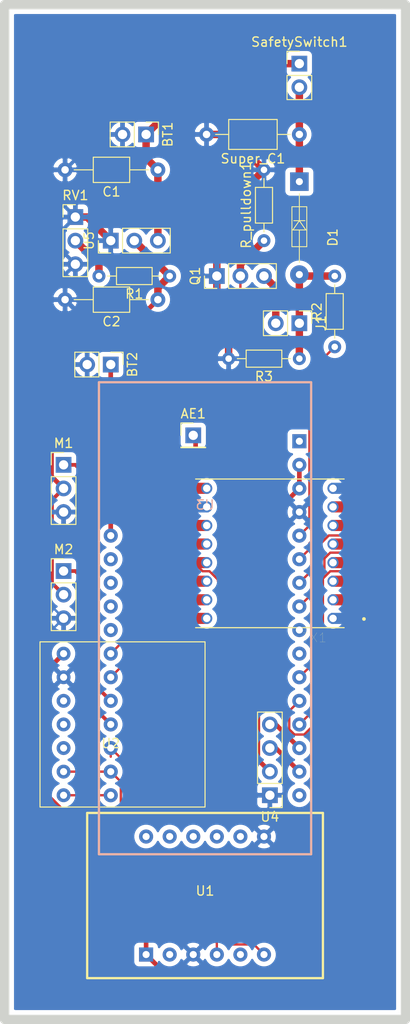
<source format=kicad_pcb>
(kicad_pcb (version 20171130) (host pcbnew "(5.1.6-0-10_14)")

  (general
    (thickness 1.6)
    (drawings 6)
    (tracks 161)
    (zones 0)
    (modules 23)
    (nets 49)
  )

  (page A4)
  (layers
    (0 F.Cu signal)
    (31 B.Cu signal)
    (32 B.Adhes user hide)
    (33 F.Adhes user hide)
    (34 B.Paste user hide)
    (35 F.Paste user hide)
    (36 B.SilkS user hide)
    (37 F.SilkS user hide)
    (38 B.Mask user)
    (39 F.Mask user hide)
    (40 Dwgs.User user)
    (41 Cmts.User user)
    (42 Eco1.User user)
    (43 Eco2.User user)
    (44 Edge.Cuts user)
    (45 Margin user)
    (46 B.CrtYd user)
    (47 F.CrtYd user)
    (48 B.Fab user)
    (49 F.Fab user)
  )

  (setup
    (last_trace_width 0.25)
    (trace_clearance 0.2)
    (zone_clearance 0.508)
    (zone_45_only no)
    (trace_min 0.2)
    (via_size 0.8)
    (via_drill 0.4)
    (via_min_size 0.4)
    (via_min_drill 0.3)
    (uvia_size 0.3)
    (uvia_drill 0.1)
    (uvias_allowed no)
    (uvia_min_size 0.2)
    (uvia_min_drill 0.1)
    (edge_width 0.05)
    (segment_width 0.2)
    (pcb_text_width 0.3)
    (pcb_text_size 1.5 1.5)
    (mod_edge_width 0.12)
    (mod_text_size 1 1)
    (mod_text_width 0.15)
    (pad_size 2.8 1.2)
    (pad_drill 0)
    (pad_to_mask_clearance 0.05)
    (aux_axis_origin 0 0)
    (visible_elements FFFFFF7F)
    (pcbplotparams
      (layerselection 0x010fc_ffffffff)
      (usegerberextensions false)
      (usegerberattributes true)
      (usegerberadvancedattributes true)
      (creategerberjobfile true)
      (excludeedgelayer true)
      (linewidth 0.150000)
      (plotframeref false)
      (viasonmask false)
      (mode 1)
      (useauxorigin false)
      (hpglpennumber 1)
      (hpglpenspeed 20)
      (hpglpendiameter 15.000000)
      (psnegative false)
      (psa4output false)
      (plotreference true)
      (plotvalue true)
      (plotinvisibletext false)
      (padsonsilk false)
      (subtractmaskfromsilk false)
      (outputformat 1)
      (mirror false)
      (drillshape 1)
      (scaleselection 1)
      (outputdirectory ""))
  )

  (net 0 "")
  (net 1 "Net-(AE1-Pad1)")
  (net 2 7.4)
  (net 3 GND)
  (net 4 3.7_Battery)
  (net 5 ~6V_Source)
  (net 6 "Net-(D1-Pad1)")
  (net 7 "Net-(D1-Pad2)")
  (net 8 "Net-(J1-Pad2)")
  (net 9 "Net-(M1-Pad1)")
  (net 10 "Net-(M2-Pad1)")
  (net 11 Control)
  (net 12 "Net-(R1-Pad2)")
  (net 13 Feather_Pin_Sensor)
  (net 14 "Net-(TX1-Pad2)")
  (net 15 "Net-(TX1-Pad3)")
  (net 16 "Net-(TX1-Pad4)")
  (net 17 "Net-(TX1-Pad5)")
  (net 18 "Net-(TX1-Pad6)")
  (net 19 "Net-(TX1-Pad7)")
  (net 20 "Net-(TX1-Pad11)")
  (net 21 "Net-(TX1-Pad12)")
  (net 22 "Net-(TX1-Pad13)")
  (net 23 "Net-(TX1-Pad14)")
  (net 24 "Net-(TX1-Pad15)")
  (net 25 "Net-(TX1-Pad16)")
  (net 26 "Net-(U1-Pad12)")
  (net 27 "Net-(U1-Pad11)")
  (net 28 "Net-(U1-Pad10)")
  (net 29 "Net-(U1-Pad9)")
  (net 30 "Net-(U1-Pad8)")
  (net 31 "Net-(U1-Pad6)")
  (net 32 "Net-(U1-Pad5)")
  (net 33 "Net-(U1-Pad4)")
  (net 34 "Net-(U1-Pad2)")
  (net 35 "Net-(U2-Pad3)")
  (net 36 "Net-(U2-Pad4)")
  (net 37 "Net-(U2-Pad5)")
  (net 38 "Net-(U2-Pad7)")
  (net 39 "Net-(U3-Pad26)")
  (net 40 "Net-(U3-Pad27)")
  (net 41 "Net-(U3-Pad16)")
  (net 42 "Net-(U3-Pad15)")
  (net 43 "Net-(U3-Pad14)")
  (net 44 "Net-(U3-Pad10)")
  (net 45 "Net-(U3-Pad9)")
  (net 46 "Net-(U3-Pad1)")
  (net 47 "Net-(U3-Pad24)")
  (net 48 "Net-(U3-Pad25)")

  (net_class Default "This is the default net class."
    (clearance 0.2)
    (trace_width 0.25)
    (via_dia 0.8)
    (via_drill 0.4)
    (uvia_dia 0.3)
    (uvia_drill 0.1)
    (add_net 3.7_Battery)
    (add_net 7.4)
    (add_net Control)
    (add_net Feather_Pin_Sensor)
    (add_net GND)
    (add_net "Net-(AE1-Pad1)")
    (add_net "Net-(D1-Pad1)")
    (add_net "Net-(D1-Pad2)")
    (add_net "Net-(J1-Pad2)")
    (add_net "Net-(M1-Pad1)")
    (add_net "Net-(M2-Pad1)")
    (add_net "Net-(R1-Pad2)")
    (add_net "Net-(TX1-Pad11)")
    (add_net "Net-(TX1-Pad12)")
    (add_net "Net-(TX1-Pad13)")
    (add_net "Net-(TX1-Pad14)")
    (add_net "Net-(TX1-Pad15)")
    (add_net "Net-(TX1-Pad16)")
    (add_net "Net-(TX1-Pad2)")
    (add_net "Net-(TX1-Pad3)")
    (add_net "Net-(TX1-Pad4)")
    (add_net "Net-(TX1-Pad5)")
    (add_net "Net-(TX1-Pad6)")
    (add_net "Net-(TX1-Pad7)")
    (add_net "Net-(U1-Pad10)")
    (add_net "Net-(U1-Pad11)")
    (add_net "Net-(U1-Pad12)")
    (add_net "Net-(U1-Pad2)")
    (add_net "Net-(U1-Pad4)")
    (add_net "Net-(U1-Pad5)")
    (add_net "Net-(U1-Pad6)")
    (add_net "Net-(U1-Pad8)")
    (add_net "Net-(U1-Pad9)")
    (add_net "Net-(U2-Pad3)")
    (add_net "Net-(U2-Pad4)")
    (add_net "Net-(U2-Pad5)")
    (add_net "Net-(U2-Pad7)")
    (add_net "Net-(U3-Pad1)")
    (add_net "Net-(U3-Pad10)")
    (add_net "Net-(U3-Pad14)")
    (add_net "Net-(U3-Pad15)")
    (add_net "Net-(U3-Pad16)")
    (add_net "Net-(U3-Pad24)")
    (add_net "Net-(U3-Pad25)")
    (add_net "Net-(U3-Pad26)")
    (add_net "Net-(U3-Pad27)")
    (add_net "Net-(U3-Pad9)")
    (add_net ~6V_Source)
  )

  (module RFM98W-433S2:XCVR_RFM98W-433S2 (layer F.Cu) (tedit 5F7D3945) (tstamp 5F7D2AC6)
    (at 117.475 84.455 180)
    (path /5F638DD7)
    (fp_text reference TX1 (at -4.825 -9.075) (layer F.SilkS)
      (effects (font (size 1 1) (thickness 0.015)))
    )
    (fp_text value RFM98W-433S2 (at 2.795 9.065) (layer F.Fab)
      (effects (font (size 1 1) (thickness 0.015)))
    )
    (fp_line (start -8 -8) (end 8 -8) (layer F.Fab) (width 0.127))
    (fp_line (start 8 -8) (end 8 8) (layer F.Fab) (width 0.127))
    (fp_line (start 8 8) (end -8 8) (layer F.Fab) (width 0.127))
    (fp_line (start -8 8) (end -8 -8) (layer F.Fab) (width 0.127))
    (fp_line (start -8 -8) (end 8 -8) (layer F.SilkS) (width 0.127))
    (fp_line (start 8 8) (end -8 8) (layer F.SilkS) (width 0.127))
    (fp_line (start -9.65 -8.25) (end 9.65 -8.25) (layer F.CrtYd) (width 0.05))
    (fp_line (start 9.65 -8.25) (end 9.65 8.25) (layer F.CrtYd) (width 0.05))
    (fp_line (start 9.65 8.25) (end -9.65 8.25) (layer F.CrtYd) (width 0.05))
    (fp_line (start -9.65 8.25) (end -9.65 -8.25) (layer F.CrtYd) (width 0.05))
    (fp_circle (center -10.135 -7.065) (end -10.035 -7.065) (layer F.SilkS) (width 0.2))
    (fp_circle (center -10.135 -7.065) (end -10.035 -7.065) (layer F.Fab) (width 0.2))
    (pad 1 smd rect (at -8 -7 180) (size 2.8 1.2) (layers B.Cu F.Paste F.Mask)
      (net 3 GND))
    (pad 2 smd rect (at -8 -5 180) (size 2.8 1.2) (layers F.Cu F.Paste F.Mask)
      (net 14 "Net-(TX1-Pad2)"))
    (pad 3 smd rect (at -8 -3 180) (size 2.8 1.2) (layers F.Cu F.Paste F.Mask)
      (net 15 "Net-(TX1-Pad3)"))
    (pad 4 smd rect (at -8 -1 180) (size 2.8 1.2) (layers F.Cu F.Paste F.Mask)
      (net 16 "Net-(TX1-Pad4)"))
    (pad 5 smd rect (at -8 1 180) (size 2.8 1.2) (layers F.Cu F.Paste F.Mask)
      (net 17 "Net-(TX1-Pad5)"))
    (pad 6 smd rect (at -8 3 180) (size 2.8 1.2) (layers F.Cu F.Paste F.Mask)
      (net 18 "Net-(TX1-Pad6)"))
    (pad 7 smd rect (at -8 5 180) (size 2.8 1.2) (layers F.Cu F.Paste F.Mask)
      (net 19 "Net-(TX1-Pad7)"))
    (pad 8 smd rect (at -8 7 180) (size 2.8 1.2) (layers B.Cu F.Paste F.Mask)
      (net 3 GND))
    (pad 9 smd rect (at 8 7 180) (size 2.8 1.2) (layers F.Cu F.Paste F.Mask)
      (net 1 "Net-(AE1-Pad1)"))
    (pad 10 smd rect (at 8 5 180) (size 2.8 1.2) (layers B.Cu F.Paste F.Mask)
      (net 3 GND))
    (pad 11 smd rect (at 8 3 180) (size 2.8 1.2) (layers F.Cu F.Paste F.Mask)
      (net 20 "Net-(TX1-Pad11)"))
    (pad 12 smd rect (at 8 1 180) (size 2.8 1.2) (layers F.Cu F.Paste F.Mask)
      (net 21 "Net-(TX1-Pad12)"))
    (pad 13 smd rect (at 8 -1 180) (size 2.8 1.2) (layers F.Cu F.Paste F.Mask)
      (net 22 "Net-(TX1-Pad13)"))
    (pad 14 smd rect (at 8 -3 180) (size 2.8 1.2) (layers F.Cu F.Paste F.Mask)
      (net 23 "Net-(TX1-Pad14)"))
    (pad 15 smd rect (at 8 -5 180) (size 2.8 1.2) (layers F.Cu F.Paste F.Mask)
      (net 24 "Net-(TX1-Pad15)"))
    (pad 16 smd rect (at 8 -7 180) (size 2.8 1.2) (layers F.Cu F.Paste F.Mask)
      (net 25 "Net-(TX1-Pad16)"))
    (pad 1_1 thru_hole circle (at -6.8 -7 180) (size 1.2 1.2) (drill 0.8) (layers *.Cu *.Mask))
    (pad 2_1 thru_hole circle (at -6.8 -5 180) (size 1.2 1.2) (drill 0.8) (layers *.Cu *.Mask))
    (pad 3_1 thru_hole circle (at -6.8 -3 180) (size 1.2 1.2) (drill 0.8) (layers *.Cu *.Mask))
    (pad 4_1 thru_hole circle (at -6.8 -1 180) (size 1.2 1.2) (drill 0.8) (layers *.Cu *.Mask))
    (pad 5_1 thru_hole circle (at -6.8 1 180) (size 1.2 1.2) (drill 0.8) (layers *.Cu *.Mask))
    (pad 6_1 thru_hole circle (at -6.8 3 180) (size 1.2 1.2) (drill 0.8) (layers *.Cu *.Mask))
    (pad 7_1 thru_hole circle (at -6.8 5 180) (size 1.2 1.2) (drill 0.8) (layers *.Cu *.Mask))
    (pad 8_1 thru_hole circle (at -6.8 7 180) (size 1.2 1.2) (drill 0.8) (layers *.Cu *.Mask))
    (pad 9_1 thru_hole circle (at 6.8 7 180) (size 1.2 1.2) (drill 0.8) (layers *.Cu *.Mask))
    (pad 10_1 thru_hole circle (at 6.8 5 180) (size 1.2 1.2) (drill 0.8) (layers *.Cu *.Mask))
    (pad 11_1 thru_hole circle (at 6.8 3 180) (size 1.2 1.2) (drill 0.8) (layers *.Cu *.Mask))
    (pad 12_1 thru_hole circle (at 6.8 1 180) (size 1.2 1.2) (drill 0.8) (layers *.Cu *.Mask))
    (pad 13_1 thru_hole circle (at 6.8 -1 180) (size 1.2 1.2) (drill 0.8) (layers *.Cu *.Mask))
    (pad 14_1 thru_hole circle (at 6.8 -3 180) (size 1.2 1.2) (drill 0.8) (layers *.Cu *.Mask))
    (pad 15_1 thru_hole circle (at 6.8 -5 180) (size 1.2 1.2) (drill 0.8) (layers *.Cu *.Mask))
    (pad 16_1 thru_hole circle (at 6.8 -7 180) (size 1.2 1.2) (drill 0.8) (layers *.Cu *.Mask))
  )

  (module digikey-footprints:MPU_6050_Board (layer F.Cu) (tedit 5F7CFE92) (tstamp 5F7D2ADE)
    (at 101.6 122.555 90)
    (path /5F287F85)
    (fp_text reference U1 (at 1.77 8.89) (layer F.SilkS)
      (effects (font (size 1 1) (thickness 0.15)))
    )
    (fp_text value MPU-6050-Board (at 0.77 8.89) (layer F.Fab)
      (effects (font (size 1 1) (thickness 0.15)))
    )
    (fp_line (start 10.16 -3.81) (end -7.62 -3.81) (layer F.Fab) (width 0.2))
    (fp_line (start 10.16 21.59) (end 10.16 -3.81) (layer F.Fab) (width 0.2))
    (fp_line (start -7.62 21.59) (end 10.16 21.59) (layer F.Fab) (width 0.2))
    (fp_line (start -7.62 -3.81) (end -7.62 21.59) (layer F.Fab) (width 0.2))
    (fp_line (start -7.62 21.59) (end -7.62 -3.81) (layer F.SilkS) (width 0.25))
    (fp_line (start 10.16 21.59) (end -7.62 21.59) (layer F.SilkS) (width 0.25))
    (fp_line (start 10.16 -3.81) (end 10.16 21.59) (layer F.SilkS) (width 0.25))
    (fp_line (start -7.62 -3.81) (end 10.16 -3.81) (layer F.SilkS) (width 0.25))
    (pad 12 thru_hole circle (at 7.62 2.54 90) (size 1.524 1.524) (drill 0.762) (layers *.Cu *.Mask)
      (net 26 "Net-(U1-Pad12)"))
    (pad 11 thru_hole circle (at 7.62 5.08 90) (size 1.524 1.524) (drill 0.762) (layers *.Cu *.Mask)
      (net 27 "Net-(U1-Pad11)"))
    (pad 10 thru_hole circle (at 7.62 7.62 90) (size 1.524 1.524) (drill 0.762) (layers *.Cu *.Mask)
      (net 28 "Net-(U1-Pad10)"))
    (pad 9 thru_hole circle (at 7.62 10.16 90) (size 1.524 1.524) (drill 0.762) (layers *.Cu *.Mask)
      (net 29 "Net-(U1-Pad9)"))
    (pad 8 thru_hole circle (at 7.62 12.7 90) (size 1.524 1.524) (drill 0.762) (layers *.Cu *.Mask)
      (net 30 "Net-(U1-Pad8)"))
    (pad 7 thru_hole circle (at 7.62 15.24 90) (size 1.524 1.524) (drill 0.762) (layers *.Cu *.Mask)
      (net 3 GND))
    (pad 6 thru_hole circle (at -5.08 15.24 90) (size 1.524 1.524) (drill 0.762) (layers *.Cu *.Mask)
      (net 31 "Net-(U1-Pad6)"))
    (pad 5 thru_hole circle (at -5.08 12.7 90) (size 1.524 1.524) (drill 0.762) (layers *.Cu *.Mask)
      (net 32 "Net-(U1-Pad5)"))
    (pad 4 thru_hole circle (at -5.08 10.16 90) (size 1.524 1.524) (drill 0.762) (layers *.Cu *.Mask)
      (net 33 "Net-(U1-Pad4)"))
    (pad 3 thru_hole circle (at -5.08 7.62 90) (size 1.524 1.524) (drill 0.762) (layers *.Cu *.Mask)
      (net 3 GND))
    (pad 2 thru_hole circle (at -5.08 5.08 90) (size 1.524 1.524) (drill 0.762) (layers *.Cu *.Mask)
      (net 34 "Net-(U1-Pad2)"))
    (pad 1 thru_hole rect (at -5.08 2.54 90) (size 1.524 1.524) (drill 0.762) (layers *.Cu *.Mask)
      (net 22 "Net-(TX1-Pad13)"))
  )

  (module digikey-footprints:mpl3115a2 (layer F.Cu) (tedit 5F7D0A42) (tstamp 5F7D2AF1)
    (at 100.33 105.41 180)
    (path /5F7FDC56)
    (fp_text reference U2 (at 0 0.5) (layer F.SilkS)
      (effects (font (size 1 1) (thickness 0.15)))
    )
    (fp_text value MPL3115a2_Board (at 0 -0.5) (layer F.Fab)
      (effects (font (size 1 1) (thickness 0.15)))
    )
    (fp_line (start -10.16 -6.35) (end 7.62 -6.35) (layer F.SilkS) (width 0.12))
    (fp_line (start 7.62 -6.35) (end 7.62 11.43) (layer F.SilkS) (width 0.12))
    (fp_line (start 7.62 11.43) (end -10.16 11.43) (layer F.SilkS) (width 0.12))
    (fp_line (start -10.16 11.43) (end -10.16 -6.35) (layer F.SilkS) (width 0.12))
    (fp_line (start 7.62 -6.35) (end 7.62 11.43) (layer F.Fab) (width 0.2))
    (fp_line (start 7.62 11.43) (end -10.16 11.43) (layer F.Fab) (width 0.2))
    (fp_line (start -10.16 11.43) (end -10.16 -6.35) (layer F.Fab) (width 0.2))
    (fp_line (start -10.16 -6.35) (end 7.62 -6.35) (layer F.Fab) (width 0.2))
    (pad 7 thru_hole circle (at 5.08 -5.08 180) (size 1.5 1.5) (drill 0.762) (layers *.Cu *.Mask)
      (net 38 "Net-(U2-Pad7)"))
    (pad 6 thru_hole circle (at 5.08 -2.54 180) (size 1.5 1.5) (drill 0.762) (layers *.Cu *.Mask)
      (net 33 "Net-(U1-Pad4)"))
    (pad 5 thru_hole circle (at 5.08 0 180) (size 1.5 1.5) (drill 0.762) (layers *.Cu *.Mask)
      (net 37 "Net-(U2-Pad5)"))
    (pad 4 thru_hole circle (at 5.08 2.54 180) (size 1.5 1.5) (drill 0.762) (layers *.Cu *.Mask)
      (net 36 "Net-(U2-Pad4)"))
    (pad 3 thru_hole circle (at 5.08 5.08 180) (size 1.5 1.5) (drill 0.762) (layers *.Cu *.Mask)
      (net 35 "Net-(U2-Pad3)"))
    (pad 2 thru_hole circle (at 5.08 7.62 180) (size 1.5 1.5) (drill 0.762) (layers *.Cu *.Mask)
      (net 3 GND))
    (pad 1 thru_hole circle (at 5.08 10.16 180) (size 1.5 1.5) (drill 0.762) (layers *.Cu *.Mask)
      (net 22 "Net-(TX1-Pad13)"))
  )

  (module Connector_PinHeader_2.54mm:PinHeader_1x01_P2.54mm_Vertical (layer F.Cu) (tedit 59FED5CC) (tstamp 5F7D2926)
    (at 109.22 71.755)
    (descr "Through hole straight pin header, 1x01, 2.54mm pitch, single row")
    (tags "Through hole pin header THT 1x01 2.54mm single row")
    (path /5F6482FD)
    (fp_text reference AE1 (at 0 -2.33) (layer F.SilkS)
      (effects (font (size 1 1) (thickness 0.15)))
    )
    (fp_text value Antenna (at 0 2.33) (layer F.Fab)
      (effects (font (size 1 1) (thickness 0.15)))
    )
    (fp_line (start -0.635 -1.27) (end 1.27 -1.27) (layer F.Fab) (width 0.1))
    (fp_line (start 1.27 -1.27) (end 1.27 1.27) (layer F.Fab) (width 0.1))
    (fp_line (start 1.27 1.27) (end -1.27 1.27) (layer F.Fab) (width 0.1))
    (fp_line (start -1.27 1.27) (end -1.27 -0.635) (layer F.Fab) (width 0.1))
    (fp_line (start -1.27 -0.635) (end -0.635 -1.27) (layer F.Fab) (width 0.1))
    (fp_line (start -1.33 1.33) (end 1.33 1.33) (layer F.SilkS) (width 0.12))
    (fp_line (start -1.33 1.27) (end -1.33 1.33) (layer F.SilkS) (width 0.12))
    (fp_line (start 1.33 1.27) (end 1.33 1.33) (layer F.SilkS) (width 0.12))
    (fp_line (start -1.33 1.27) (end 1.33 1.27) (layer F.SilkS) (width 0.12))
    (fp_line (start -1.33 0) (end -1.33 -1.33) (layer F.SilkS) (width 0.12))
    (fp_line (start -1.33 -1.33) (end 0 -1.33) (layer F.SilkS) (width 0.12))
    (fp_line (start -1.8 -1.8) (end -1.8 1.8) (layer F.CrtYd) (width 0.05))
    (fp_line (start -1.8 1.8) (end 1.8 1.8) (layer F.CrtYd) (width 0.05))
    (fp_line (start 1.8 1.8) (end 1.8 -1.8) (layer F.CrtYd) (width 0.05))
    (fp_line (start 1.8 -1.8) (end -1.8 -1.8) (layer F.CrtYd) (width 0.05))
    (fp_text user %R (at 0 0 90) (layer F.Fab)
      (effects (font (size 1 1) (thickness 0.15)))
    )
    (pad 1 thru_hole rect (at 0 0) (size 1.7 1.7) (drill 1) (layers *.Cu *.Mask)
      (net 1 "Net-(AE1-Pad1)"))
    (model ${KISYS3DMOD}/Connector_PinHeader_2.54mm.3dshapes/PinHeader_1x01_P2.54mm_Vertical.wrl
      (at (xyz 0 0 0))
      (scale (xyz 1 1 1))
      (rotate (xyz 0 0 0))
    )
  )

  (module Connector_PinHeader_2.54mm:PinHeader_1x02_P2.54mm_Vertical (layer F.Cu) (tedit 59FED5CC) (tstamp 5F7D293C)
    (at 104.14 39.37 270)
    (descr "Through hole straight pin header, 1x02, 2.54mm pitch, single row")
    (tags "Through hole pin header THT 1x02 2.54mm single row")
    (path /5F51CDC3)
    (fp_text reference BT1 (at 0 -2.33 90) (layer F.SilkS)
      (effects (font (size 1 1) (thickness 0.15)))
    )
    (fp_text value 7.4V (at 0 4.87 90) (layer F.Fab)
      (effects (font (size 1 1) (thickness 0.15)))
    )
    (fp_line (start -0.635 -1.27) (end 1.27 -1.27) (layer F.Fab) (width 0.1))
    (fp_line (start 1.27 -1.27) (end 1.27 3.81) (layer F.Fab) (width 0.1))
    (fp_line (start 1.27 3.81) (end -1.27 3.81) (layer F.Fab) (width 0.1))
    (fp_line (start -1.27 3.81) (end -1.27 -0.635) (layer F.Fab) (width 0.1))
    (fp_line (start -1.27 -0.635) (end -0.635 -1.27) (layer F.Fab) (width 0.1))
    (fp_line (start -1.33 3.87) (end 1.33 3.87) (layer F.SilkS) (width 0.12))
    (fp_line (start -1.33 1.27) (end -1.33 3.87) (layer F.SilkS) (width 0.12))
    (fp_line (start 1.33 1.27) (end 1.33 3.87) (layer F.SilkS) (width 0.12))
    (fp_line (start -1.33 1.27) (end 1.33 1.27) (layer F.SilkS) (width 0.12))
    (fp_line (start -1.33 0) (end -1.33 -1.33) (layer F.SilkS) (width 0.12))
    (fp_line (start -1.33 -1.33) (end 0 -1.33) (layer F.SilkS) (width 0.12))
    (fp_line (start -1.8 -1.8) (end -1.8 4.35) (layer F.CrtYd) (width 0.05))
    (fp_line (start -1.8 4.35) (end 1.8 4.35) (layer F.CrtYd) (width 0.05))
    (fp_line (start 1.8 4.35) (end 1.8 -1.8) (layer F.CrtYd) (width 0.05))
    (fp_line (start 1.8 -1.8) (end -1.8 -1.8) (layer F.CrtYd) (width 0.05))
    (fp_text user %R (at 0 1.27) (layer F.Fab)
      (effects (font (size 1 1) (thickness 0.15)))
    )
    (pad 1 thru_hole rect (at 0 0 270) (size 1.7 1.7) (drill 1) (layers *.Cu *.Mask)
      (net 2 7.4))
    (pad 2 thru_hole oval (at 0 2.54 270) (size 1.7 1.7) (drill 1) (layers *.Cu *.Mask)
      (net 3 GND))
    (model ${KISYS3DMOD}/Connector_PinHeader_2.54mm.3dshapes/PinHeader_1x02_P2.54mm_Vertical.wrl
      (at (xyz 0 0 0))
      (scale (xyz 1 1 1))
      (rotate (xyz 0 0 0))
    )
  )

  (module Connector_PinHeader_2.54mm:PinHeader_1x02_P2.54mm_Vertical (layer F.Cu) (tedit 59FED5CC) (tstamp 5F7D2952)
    (at 100.33 64.135 270)
    (descr "Through hole straight pin header, 1x02, 2.54mm pitch, single row")
    (tags "Through hole pin header THT 1x02 2.54mm single row")
    (path /5F51D5BE)
    (fp_text reference BT2 (at 0 -2.33 90) (layer F.SilkS)
      (effects (font (size 1 1) (thickness 0.15)))
    )
    (fp_text value 3.7V (at 0 4.87 90) (layer F.Fab)
      (effects (font (size 1 1) (thickness 0.15)))
    )
    (fp_line (start 1.8 -1.8) (end -1.8 -1.8) (layer F.CrtYd) (width 0.05))
    (fp_line (start 1.8 4.35) (end 1.8 -1.8) (layer F.CrtYd) (width 0.05))
    (fp_line (start -1.8 4.35) (end 1.8 4.35) (layer F.CrtYd) (width 0.05))
    (fp_line (start -1.8 -1.8) (end -1.8 4.35) (layer F.CrtYd) (width 0.05))
    (fp_line (start -1.33 -1.33) (end 0 -1.33) (layer F.SilkS) (width 0.12))
    (fp_line (start -1.33 0) (end -1.33 -1.33) (layer F.SilkS) (width 0.12))
    (fp_line (start -1.33 1.27) (end 1.33 1.27) (layer F.SilkS) (width 0.12))
    (fp_line (start 1.33 1.27) (end 1.33 3.87) (layer F.SilkS) (width 0.12))
    (fp_line (start -1.33 1.27) (end -1.33 3.87) (layer F.SilkS) (width 0.12))
    (fp_line (start -1.33 3.87) (end 1.33 3.87) (layer F.SilkS) (width 0.12))
    (fp_line (start -1.27 -0.635) (end -0.635 -1.27) (layer F.Fab) (width 0.1))
    (fp_line (start -1.27 3.81) (end -1.27 -0.635) (layer F.Fab) (width 0.1))
    (fp_line (start 1.27 3.81) (end -1.27 3.81) (layer F.Fab) (width 0.1))
    (fp_line (start 1.27 -1.27) (end 1.27 3.81) (layer F.Fab) (width 0.1))
    (fp_line (start -0.635 -1.27) (end 1.27 -1.27) (layer F.Fab) (width 0.1))
    (fp_text user %R (at 0 1.27) (layer F.Fab)
      (effects (font (size 1 1) (thickness 0.15)))
    )
    (pad 2 thru_hole oval (at 0 2.54 270) (size 1.7 1.7) (drill 1) (layers *.Cu *.Mask)
      (net 3 GND))
    (pad 1 thru_hole rect (at 0 0 270) (size 1.7 1.7) (drill 1) (layers *.Cu *.Mask)
      (net 4 3.7_Battery))
    (model ${KISYS3DMOD}/Connector_PinHeader_2.54mm.3dshapes/PinHeader_1x02_P2.54mm_Vertical.wrl
      (at (xyz 0 0 0))
      (scale (xyz 1 1 1))
      (rotate (xyz 0 0 0))
    )
  )

  (module Capacitors_THT:C_Axial_L3.8mm_D2.6mm_P10.00mm_Horizontal (layer F.Cu) (tedit 597BC7C2) (tstamp 5F7D2969)
    (at 105.41 43.18 180)
    (descr "C, Axial series, Axial, Horizontal, pin pitch=10mm, , length*diameter=3.8*2.6mm^2, http://www.vishay.com/docs/45231/arseries.pdf")
    (tags "C Axial series Axial Horizontal pin pitch 10mm  length 3.8mm diameter 2.6mm")
    (path /5F88BCE2)
    (fp_text reference C1 (at 5 -2.36) (layer F.SilkS)
      (effects (font (size 1 1) (thickness 0.15)))
    )
    (fp_text value C (at 5 2.36) (layer F.Fab)
      (effects (font (size 1 1) (thickness 0.15)))
    )
    (fp_line (start 3.1 -1.3) (end 3.1 1.3) (layer F.Fab) (width 0.1))
    (fp_line (start 3.1 1.3) (end 6.9 1.3) (layer F.Fab) (width 0.1))
    (fp_line (start 6.9 1.3) (end 6.9 -1.3) (layer F.Fab) (width 0.1))
    (fp_line (start 6.9 -1.3) (end 3.1 -1.3) (layer F.Fab) (width 0.1))
    (fp_line (start 0 0) (end 3.1 0) (layer F.Fab) (width 0.1))
    (fp_line (start 10 0) (end 6.9 0) (layer F.Fab) (width 0.1))
    (fp_line (start 3.04 -1.36) (end 3.04 1.36) (layer F.SilkS) (width 0.12))
    (fp_line (start 3.04 1.36) (end 6.96 1.36) (layer F.SilkS) (width 0.12))
    (fp_line (start 6.96 1.36) (end 6.96 -1.36) (layer F.SilkS) (width 0.12))
    (fp_line (start 6.96 -1.36) (end 3.04 -1.36) (layer F.SilkS) (width 0.12))
    (fp_line (start 0.98 0) (end 3.04 0) (layer F.SilkS) (width 0.12))
    (fp_line (start 9.02 0) (end 6.96 0) (layer F.SilkS) (width 0.12))
    (fp_line (start -1.05 -1.65) (end -1.05 1.65) (layer F.CrtYd) (width 0.05))
    (fp_line (start -1.05 1.65) (end 11.05 1.65) (layer F.CrtYd) (width 0.05))
    (fp_line (start 11.05 1.65) (end 11.05 -1.65) (layer F.CrtYd) (width 0.05))
    (fp_line (start 11.05 -1.65) (end -1.05 -1.65) (layer F.CrtYd) (width 0.05))
    (fp_text user %R (at 5 0) (layer F.Fab)
      (effects (font (size 1 1) (thickness 0.15)))
    )
    (pad 1 thru_hole circle (at 0 0 180) (size 1.6 1.6) (drill 0.8) (layers *.Cu *.Mask)
      (net 2 7.4))
    (pad 2 thru_hole oval (at 10 0 180) (size 1.6 1.6) (drill 0.8) (layers *.Cu *.Mask)
      (net 3 GND))
    (model ${KISYS3DMOD}/Capacitors_THT.3dshapes/C_Axial_L3.8mm_D2.6mm_P10.00mm_Horizontal.wrl
      (at (xyz 0 0 0))
      (scale (xyz 1 1 1))
      (rotate (xyz 0 0 0))
    )
  )

  (module Capacitors_THT:C_Axial_L3.8mm_D2.6mm_P10.00mm_Horizontal (layer F.Cu) (tedit 597BC7C2) (tstamp 5F7D2980)
    (at 105.41 57.15 180)
    (descr "C, Axial series, Axial, Horizontal, pin pitch=10mm, , length*diameter=3.8*2.6mm^2, http://www.vishay.com/docs/45231/arseries.pdf")
    (tags "C Axial series Axial Horizontal pin pitch 10mm  length 3.8mm diameter 2.6mm")
    (path /5F8AA751)
    (fp_text reference C2 (at 5 -2.36) (layer F.SilkS)
      (effects (font (size 1 1) (thickness 0.15)))
    )
    (fp_text value CP1 (at 5 2.36) (layer F.Fab)
      (effects (font (size 1 1) (thickness 0.15)))
    )
    (fp_line (start 11.05 -1.65) (end -1.05 -1.65) (layer F.CrtYd) (width 0.05))
    (fp_line (start 11.05 1.65) (end 11.05 -1.65) (layer F.CrtYd) (width 0.05))
    (fp_line (start -1.05 1.65) (end 11.05 1.65) (layer F.CrtYd) (width 0.05))
    (fp_line (start -1.05 -1.65) (end -1.05 1.65) (layer F.CrtYd) (width 0.05))
    (fp_line (start 9.02 0) (end 6.96 0) (layer F.SilkS) (width 0.12))
    (fp_line (start 0.98 0) (end 3.04 0) (layer F.SilkS) (width 0.12))
    (fp_line (start 6.96 -1.36) (end 3.04 -1.36) (layer F.SilkS) (width 0.12))
    (fp_line (start 6.96 1.36) (end 6.96 -1.36) (layer F.SilkS) (width 0.12))
    (fp_line (start 3.04 1.36) (end 6.96 1.36) (layer F.SilkS) (width 0.12))
    (fp_line (start 3.04 -1.36) (end 3.04 1.36) (layer F.SilkS) (width 0.12))
    (fp_line (start 10 0) (end 6.9 0) (layer F.Fab) (width 0.1))
    (fp_line (start 0 0) (end 3.1 0) (layer F.Fab) (width 0.1))
    (fp_line (start 6.9 -1.3) (end 3.1 -1.3) (layer F.Fab) (width 0.1))
    (fp_line (start 6.9 1.3) (end 6.9 -1.3) (layer F.Fab) (width 0.1))
    (fp_line (start 3.1 1.3) (end 6.9 1.3) (layer F.Fab) (width 0.1))
    (fp_line (start 3.1 -1.3) (end 3.1 1.3) (layer F.Fab) (width 0.1))
    (fp_text user %R (at 5 0) (layer F.Fab)
      (effects (font (size 1 1) (thickness 0.15)))
    )
    (pad 2 thru_hole oval (at 10 0 180) (size 1.6 1.6) (drill 0.8) (layers *.Cu *.Mask)
      (net 3 GND))
    (pad 1 thru_hole circle (at 0 0 180) (size 1.6 1.6) (drill 0.8) (layers *.Cu *.Mask)
      (net 5 ~6V_Source))
    (model ${KISYS3DMOD}/Capacitors_THT.3dshapes/C_Axial_L3.8mm_D2.6mm_P10.00mm_Horizontal.wrl
      (at (xyz 0 0 0))
      (scale (xyz 1 1 1))
      (rotate (xyz 0 0 0))
    )
  )

  (module digikey-footprints:Diode_DO-35_P10mm (layer F.Cu) (tedit 5A466F52) (tstamp 5F7D299B)
    (at 120.65 44.45 270)
    (path /5F6B0116)
    (fp_text reference D1 (at 6 -3.6 90) (layer F.SilkS)
      (effects (font (size 1 1) (thickness 0.15)))
    )
    (fp_text value DIODE (at 6 3.6 90) (layer F.Fab)
      (effects (font (size 1 1) (thickness 0.15)))
    )
    (fp_line (start 4.2 0) (end 4.2 0.6) (layer F.SilkS) (width 0.1))
    (fp_line (start 4.2 0) (end 4.2 -0.6) (layer F.SilkS) (width 0.1))
    (fp_line (start 4.2 0) (end 3.5 0) (layer F.SilkS) (width 0.1))
    (fp_line (start 7 0) (end 5.2 0) (layer F.SilkS) (width 0.1))
    (fp_line (start 5.2 -0.7) (end 5.2 0.7) (layer F.SilkS) (width 0.1))
    (fp_line (start 5.2 0.7) (end 4.2 0) (layer F.SilkS) (width 0.1))
    (fp_line (start 4.2 0) (end 5.2 -0.7) (layer F.SilkS) (width 0.1))
    (fp_line (start 3.5 0) (end 2.7 0) (layer F.SilkS) (width 0.1))
    (fp_line (start 11.25 1.25) (end -1.25 1.25) (layer F.CrtYd) (width 0.05))
    (fp_line (start 11.25 -1.25) (end 11.25 1.25) (layer F.CrtYd) (width 0.05))
    (fp_line (start 11.25 -1.25) (end -1.25 -1.25) (layer F.CrtYd) (width 0.05))
    (fp_line (start -1.25 -1.25) (end -1.25 1.25) (layer F.CrtYd) (width 0.05))
    (fp_line (start 8.7 0) (end 7 0) (layer F.SilkS) (width 0.1))
    (fp_line (start 2.7 0) (end 2.7 0.8) (layer F.SilkS) (width 0.1))
    (fp_line (start 2.7 0.8) (end 7 0.8) (layer F.SilkS) (width 0.1))
    (fp_line (start 7 0.8) (end 7 0) (layer F.SilkS) (width 0.1))
    (fp_line (start 1.3 0) (end 2.7 0) (layer F.SilkS) (width 0.1))
    (fp_line (start 2.7 0) (end 2.7 -0.8) (layer F.SilkS) (width 0.1))
    (fp_line (start 2.7 -0.8) (end 7 -0.8) (layer F.SilkS) (width 0.1))
    (fp_line (start 7 -0.8) (end 7 0) (layer F.SilkS) (width 0.1))
    (fp_text user %R (at 4.83 0.02 90) (layer F.Fab)
      (effects (font (size 1 1) (thickness 0.15)))
    )
    (pad 1 thru_hole rect (at 0 0 270) (size 2 2) (drill 0.76) (layers *.Cu *.Mask)
      (net 6 "Net-(D1-Pad1)"))
    (pad 2 thru_hole circle (at 10 0 270) (size 2 2) (drill 0.76) (layers *.Cu *.Mask)
      (net 7 "Net-(D1-Pad2)"))
  )

  (module Connector_PinHeader_2.54mm:PinHeader_1x02_P2.54mm_Vertical (layer F.Cu) (tedit 59FED5CC) (tstamp 5F7D29B1)
    (at 120.65 59.69 270)
    (descr "Through hole straight pin header, 1x02, 2.54mm pitch, single row")
    (tags "Through hole pin header THT 1x02 2.54mm single row")
    (path /5F903DD6)
    (fp_text reference J1 (at 0 -2.33 90) (layer F.SilkS)
      (effects (font (size 1 1) (thickness 0.15)))
    )
    (fp_text value Conn_02x01 (at 0 4.87 90) (layer F.Fab)
      (effects (font (size 1 1) (thickness 0.15)))
    )
    (fp_line (start 1.8 -1.8) (end -1.8 -1.8) (layer F.CrtYd) (width 0.05))
    (fp_line (start 1.8 4.35) (end 1.8 -1.8) (layer F.CrtYd) (width 0.05))
    (fp_line (start -1.8 4.35) (end 1.8 4.35) (layer F.CrtYd) (width 0.05))
    (fp_line (start -1.8 -1.8) (end -1.8 4.35) (layer F.CrtYd) (width 0.05))
    (fp_line (start -1.33 -1.33) (end 0 -1.33) (layer F.SilkS) (width 0.12))
    (fp_line (start -1.33 0) (end -1.33 -1.33) (layer F.SilkS) (width 0.12))
    (fp_line (start -1.33 1.27) (end 1.33 1.27) (layer F.SilkS) (width 0.12))
    (fp_line (start 1.33 1.27) (end 1.33 3.87) (layer F.SilkS) (width 0.12))
    (fp_line (start -1.33 1.27) (end -1.33 3.87) (layer F.SilkS) (width 0.12))
    (fp_line (start -1.33 3.87) (end 1.33 3.87) (layer F.SilkS) (width 0.12))
    (fp_line (start -1.27 -0.635) (end -0.635 -1.27) (layer F.Fab) (width 0.1))
    (fp_line (start -1.27 3.81) (end -1.27 -0.635) (layer F.Fab) (width 0.1))
    (fp_line (start 1.27 3.81) (end -1.27 3.81) (layer F.Fab) (width 0.1))
    (fp_line (start 1.27 -1.27) (end 1.27 3.81) (layer F.Fab) (width 0.1))
    (fp_line (start -0.635 -1.27) (end 1.27 -1.27) (layer F.Fab) (width 0.1))
    (fp_text user %R (at 0 1.27) (layer F.Fab)
      (effects (font (size 1 1) (thickness 0.15)))
    )
    (pad 2 thru_hole oval (at 0 2.54 270) (size 1.7 1.7) (drill 1) (layers *.Cu *.Mask)
      (net 8 "Net-(J1-Pad2)"))
    (pad 1 thru_hole rect (at 0 0 270) (size 1.7 1.7) (drill 1) (layers *.Cu *.Mask)
      (net 7 "Net-(D1-Pad2)"))
    (model ${KISYS3DMOD}/Connector_PinHeader_2.54mm.3dshapes/PinHeader_1x02_P2.54mm_Vertical.wrl
      (at (xyz 0 0 0))
      (scale (xyz 1 1 1))
      (rotate (xyz 0 0 0))
    )
  )

  (module Connector_PinHeader_2.54mm:PinHeader_1x03_P2.54mm_Vertical (layer F.Cu) (tedit 59FED5CC) (tstamp 5F7D29C8)
    (at 95.25 74.93)
    (descr "Through hole straight pin header, 1x03, 2.54mm pitch, single row")
    (tags "Through hole pin header THT 1x03 2.54mm single row")
    (path /5F51985B)
    (fp_text reference M1 (at 0 -2.33) (layer F.SilkS)
      (effects (font (size 1 1) (thickness 0.15)))
    )
    (fp_text value Motor_Servo (at 0 7.41) (layer F.Fab)
      (effects (font (size 1 1) (thickness 0.15)))
    )
    (fp_line (start -0.635 -1.27) (end 1.27 -1.27) (layer F.Fab) (width 0.1))
    (fp_line (start 1.27 -1.27) (end 1.27 6.35) (layer F.Fab) (width 0.1))
    (fp_line (start 1.27 6.35) (end -1.27 6.35) (layer F.Fab) (width 0.1))
    (fp_line (start -1.27 6.35) (end -1.27 -0.635) (layer F.Fab) (width 0.1))
    (fp_line (start -1.27 -0.635) (end -0.635 -1.27) (layer F.Fab) (width 0.1))
    (fp_line (start -1.33 6.41) (end 1.33 6.41) (layer F.SilkS) (width 0.12))
    (fp_line (start -1.33 1.27) (end -1.33 6.41) (layer F.SilkS) (width 0.12))
    (fp_line (start 1.33 1.27) (end 1.33 6.41) (layer F.SilkS) (width 0.12))
    (fp_line (start -1.33 1.27) (end 1.33 1.27) (layer F.SilkS) (width 0.12))
    (fp_line (start -1.33 0) (end -1.33 -1.33) (layer F.SilkS) (width 0.12))
    (fp_line (start -1.33 -1.33) (end 0 -1.33) (layer F.SilkS) (width 0.12))
    (fp_line (start -1.8 -1.8) (end -1.8 6.85) (layer F.CrtYd) (width 0.05))
    (fp_line (start -1.8 6.85) (end 1.8 6.85) (layer F.CrtYd) (width 0.05))
    (fp_line (start 1.8 6.85) (end 1.8 -1.8) (layer F.CrtYd) (width 0.05))
    (fp_line (start 1.8 -1.8) (end -1.8 -1.8) (layer F.CrtYd) (width 0.05))
    (fp_text user %R (at 0 2.54 90) (layer F.Fab)
      (effects (font (size 1 1) (thickness 0.15)))
    )
    (pad 1 thru_hole rect (at 0 0) (size 1.7 1.7) (drill 1) (layers *.Cu *.Mask)
      (net 9 "Net-(M1-Pad1)"))
    (pad 2 thru_hole oval (at 0 2.54) (size 1.7 1.7) (drill 1) (layers *.Cu *.Mask)
      (net 5 ~6V_Source))
    (pad 3 thru_hole oval (at 0 5.08) (size 1.7 1.7) (drill 1) (layers *.Cu *.Mask)
      (net 3 GND))
    (model ${KISYS3DMOD}/Connector_PinHeader_2.54mm.3dshapes/PinHeader_1x03_P2.54mm_Vertical.wrl
      (at (xyz 0 0 0))
      (scale (xyz 1 1 1))
      (rotate (xyz 0 0 0))
    )
  )

  (module Connector_PinHeader_2.54mm:PinHeader_1x03_P2.54mm_Vertical (layer F.Cu) (tedit 59FED5CC) (tstamp 5F7D29DF)
    (at 95.25 86.36)
    (descr "Through hole straight pin header, 1x03, 2.54mm pitch, single row")
    (tags "Through hole pin header THT 1x03 2.54mm single row")
    (path /5F51A508)
    (fp_text reference M2 (at 0 -2.33) (layer F.SilkS)
      (effects (font (size 1 1) (thickness 0.15)))
    )
    (fp_text value Motor_Servo (at 0 7.41) (layer F.Fab)
      (effects (font (size 1 1) (thickness 0.15)))
    )
    (fp_line (start 1.8 -1.8) (end -1.8 -1.8) (layer F.CrtYd) (width 0.05))
    (fp_line (start 1.8 6.85) (end 1.8 -1.8) (layer F.CrtYd) (width 0.05))
    (fp_line (start -1.8 6.85) (end 1.8 6.85) (layer F.CrtYd) (width 0.05))
    (fp_line (start -1.8 -1.8) (end -1.8 6.85) (layer F.CrtYd) (width 0.05))
    (fp_line (start -1.33 -1.33) (end 0 -1.33) (layer F.SilkS) (width 0.12))
    (fp_line (start -1.33 0) (end -1.33 -1.33) (layer F.SilkS) (width 0.12))
    (fp_line (start -1.33 1.27) (end 1.33 1.27) (layer F.SilkS) (width 0.12))
    (fp_line (start 1.33 1.27) (end 1.33 6.41) (layer F.SilkS) (width 0.12))
    (fp_line (start -1.33 1.27) (end -1.33 6.41) (layer F.SilkS) (width 0.12))
    (fp_line (start -1.33 6.41) (end 1.33 6.41) (layer F.SilkS) (width 0.12))
    (fp_line (start -1.27 -0.635) (end -0.635 -1.27) (layer F.Fab) (width 0.1))
    (fp_line (start -1.27 6.35) (end -1.27 -0.635) (layer F.Fab) (width 0.1))
    (fp_line (start 1.27 6.35) (end -1.27 6.35) (layer F.Fab) (width 0.1))
    (fp_line (start 1.27 -1.27) (end 1.27 6.35) (layer F.Fab) (width 0.1))
    (fp_line (start -0.635 -1.27) (end 1.27 -1.27) (layer F.Fab) (width 0.1))
    (fp_text user %R (at 0 2.54 90) (layer F.Fab)
      (effects (font (size 1 1) (thickness 0.15)))
    )
    (pad 3 thru_hole oval (at 0 5.08) (size 1.7 1.7) (drill 1) (layers *.Cu *.Mask)
      (net 3 GND))
    (pad 2 thru_hole oval (at 0 2.54) (size 1.7 1.7) (drill 1) (layers *.Cu *.Mask)
      (net 5 ~6V_Source))
    (pad 1 thru_hole rect (at 0 0) (size 1.7 1.7) (drill 1) (layers *.Cu *.Mask)
      (net 10 "Net-(M2-Pad1)"))
    (model ${KISYS3DMOD}/Connector_PinHeader_2.54mm.3dshapes/PinHeader_1x03_P2.54mm_Vertical.wrl
      (at (xyz 0 0 0))
      (scale (xyz 1 1 1))
      (rotate (xyz 0 0 0))
    )
  )

  (module Connector_PinHeader_2.54mm:PinHeader_1x03_P2.54mm_Vertical (layer F.Cu) (tedit 59FED5CC) (tstamp 5F7D29F6)
    (at 111.76 54.61 90)
    (descr "Through hole straight pin header, 1x03, 2.54mm pitch, single row")
    (tags "Through hole pin header THT 1x03 2.54mm single row")
    (path /5F6B51D4)
    (fp_text reference Q1 (at 0 -2.33 90) (layer F.SilkS)
      (effects (font (size 1 1) (thickness 0.15)))
    )
    (fp_text value 2N7000 (at 0 7.41 90) (layer F.Fab)
      (effects (font (size 1 1) (thickness 0.15)))
    )
    (fp_line (start -0.635 -1.27) (end 1.27 -1.27) (layer F.Fab) (width 0.1))
    (fp_line (start 1.27 -1.27) (end 1.27 6.35) (layer F.Fab) (width 0.1))
    (fp_line (start 1.27 6.35) (end -1.27 6.35) (layer F.Fab) (width 0.1))
    (fp_line (start -1.27 6.35) (end -1.27 -0.635) (layer F.Fab) (width 0.1))
    (fp_line (start -1.27 -0.635) (end -0.635 -1.27) (layer F.Fab) (width 0.1))
    (fp_line (start -1.33 6.41) (end 1.33 6.41) (layer F.SilkS) (width 0.12))
    (fp_line (start -1.33 1.27) (end -1.33 6.41) (layer F.SilkS) (width 0.12))
    (fp_line (start 1.33 1.27) (end 1.33 6.41) (layer F.SilkS) (width 0.12))
    (fp_line (start -1.33 1.27) (end 1.33 1.27) (layer F.SilkS) (width 0.12))
    (fp_line (start -1.33 0) (end -1.33 -1.33) (layer F.SilkS) (width 0.12))
    (fp_line (start -1.33 -1.33) (end 0 -1.33) (layer F.SilkS) (width 0.12))
    (fp_line (start -1.8 -1.8) (end -1.8 6.85) (layer F.CrtYd) (width 0.05))
    (fp_line (start -1.8 6.85) (end 1.8 6.85) (layer F.CrtYd) (width 0.05))
    (fp_line (start 1.8 6.85) (end 1.8 -1.8) (layer F.CrtYd) (width 0.05))
    (fp_line (start 1.8 -1.8) (end -1.8 -1.8) (layer F.CrtYd) (width 0.05))
    (fp_text user %R (at 0 2.54) (layer F.Fab)
      (effects (font (size 1 1) (thickness 0.15)))
    )
    (pad 1 thru_hole rect (at 0 0 90) (size 1.7 1.7) (drill 1) (layers *.Cu *.Mask)
      (net 3 GND))
    (pad 2 thru_hole oval (at 0 2.54 90) (size 1.7 1.7) (drill 1) (layers *.Cu *.Mask)
      (net 11 Control))
    (pad 3 thru_hole oval (at 0 5.08 90) (size 1.7 1.7) (drill 1) (layers *.Cu *.Mask)
      (net 8 "Net-(J1-Pad2)"))
    (model ${KISYS3DMOD}/Connector_PinHeader_2.54mm.3dshapes/PinHeader_1x03_P2.54mm_Vertical.wrl
      (at (xyz 0 0 0))
      (scale (xyz 1 1 1))
      (rotate (xyz 0 0 0))
    )
  )

  (module Resistor_THT:R_Axial_DIN0204_L3.6mm_D1.6mm_P7.62mm_Horizontal (layer F.Cu) (tedit 5AE5139B) (tstamp 5F7D2A0D)
    (at 106.68 54.61 180)
    (descr "Resistor, Axial_DIN0204 series, Axial, Horizontal, pin pitch=7.62mm, 0.167W, length*diameter=3.6*1.6mm^2, http://cdn-reichelt.de/documents/datenblatt/B400/1_4W%23YAG.pdf")
    (tags "Resistor Axial_DIN0204 series Axial Horizontal pin pitch 7.62mm 0.167W length 3.6mm diameter 1.6mm")
    (path /5F8A990F)
    (fp_text reference R1 (at 3.81 -1.92) (layer F.SilkS)
      (effects (font (size 1 1) (thickness 0.15)))
    )
    (fp_text value R (at 3.81 1.92) (layer F.Fab)
      (effects (font (size 1 1) (thickness 0.15)))
    )
    (fp_line (start 8.57 -1.05) (end -0.95 -1.05) (layer F.CrtYd) (width 0.05))
    (fp_line (start 8.57 1.05) (end 8.57 -1.05) (layer F.CrtYd) (width 0.05))
    (fp_line (start -0.95 1.05) (end 8.57 1.05) (layer F.CrtYd) (width 0.05))
    (fp_line (start -0.95 -1.05) (end -0.95 1.05) (layer F.CrtYd) (width 0.05))
    (fp_line (start 6.68 0) (end 5.73 0) (layer F.SilkS) (width 0.12))
    (fp_line (start 0.94 0) (end 1.89 0) (layer F.SilkS) (width 0.12))
    (fp_line (start 5.73 -0.92) (end 1.89 -0.92) (layer F.SilkS) (width 0.12))
    (fp_line (start 5.73 0.92) (end 5.73 -0.92) (layer F.SilkS) (width 0.12))
    (fp_line (start 1.89 0.92) (end 5.73 0.92) (layer F.SilkS) (width 0.12))
    (fp_line (start 1.89 -0.92) (end 1.89 0.92) (layer F.SilkS) (width 0.12))
    (fp_line (start 7.62 0) (end 5.61 0) (layer F.Fab) (width 0.1))
    (fp_line (start 0 0) (end 2.01 0) (layer F.Fab) (width 0.1))
    (fp_line (start 5.61 -0.8) (end 2.01 -0.8) (layer F.Fab) (width 0.1))
    (fp_line (start 5.61 0.8) (end 5.61 -0.8) (layer F.Fab) (width 0.1))
    (fp_line (start 2.01 0.8) (end 5.61 0.8) (layer F.Fab) (width 0.1))
    (fp_line (start 2.01 -0.8) (end 2.01 0.8) (layer F.Fab) (width 0.1))
    (fp_text user %R (at 3.81 0) (layer F.Fab)
      (effects (font (size 0.72 0.72) (thickness 0.108)))
    )
    (pad 2 thru_hole oval (at 7.62 0 180) (size 1.4 1.4) (drill 0.7) (layers *.Cu *.Mask)
      (net 12 "Net-(R1-Pad2)"))
    (pad 1 thru_hole circle (at 0 0 180) (size 1.4 1.4) (drill 0.7) (layers *.Cu *.Mask)
      (net 5 ~6V_Source))
    (model ${KISYS3DMOD}/Resistor_THT.3dshapes/R_Axial_DIN0204_L3.6mm_D1.6mm_P7.62mm_Horizontal.wrl
      (at (xyz 0 0 0))
      (scale (xyz 1 1 1))
      (rotate (xyz 0 0 0))
    )
  )

  (module Resistor_THT:R_Axial_DIN0204_L3.6mm_D1.6mm_P7.62mm_Horizontal (layer F.Cu) (tedit 5AE5139B) (tstamp 5F7D2A24)
    (at 124.46 62.23 90)
    (descr "Resistor, Axial_DIN0204 series, Axial, Horizontal, pin pitch=7.62mm, 0.167W, length*diameter=3.6*1.6mm^2, http://cdn-reichelt.de/documents/datenblatt/B400/1_4W%23YAG.pdf")
    (tags "Resistor Axial_DIN0204 series Axial Horizontal pin pitch 7.62mm 0.167W length 3.6mm diameter 1.6mm")
    (path /5F95AF93)
    (fp_text reference R2 (at 3.81 -1.92 90) (layer F.SilkS)
      (effects (font (size 1 1) (thickness 0.15)))
    )
    (fp_text value R (at 3.81 1.92 90) (layer F.Fab)
      (effects (font (size 1 1) (thickness 0.15)))
    )
    (fp_line (start 2.01 -0.8) (end 2.01 0.8) (layer F.Fab) (width 0.1))
    (fp_line (start 2.01 0.8) (end 5.61 0.8) (layer F.Fab) (width 0.1))
    (fp_line (start 5.61 0.8) (end 5.61 -0.8) (layer F.Fab) (width 0.1))
    (fp_line (start 5.61 -0.8) (end 2.01 -0.8) (layer F.Fab) (width 0.1))
    (fp_line (start 0 0) (end 2.01 0) (layer F.Fab) (width 0.1))
    (fp_line (start 7.62 0) (end 5.61 0) (layer F.Fab) (width 0.1))
    (fp_line (start 1.89 -0.92) (end 1.89 0.92) (layer F.SilkS) (width 0.12))
    (fp_line (start 1.89 0.92) (end 5.73 0.92) (layer F.SilkS) (width 0.12))
    (fp_line (start 5.73 0.92) (end 5.73 -0.92) (layer F.SilkS) (width 0.12))
    (fp_line (start 5.73 -0.92) (end 1.89 -0.92) (layer F.SilkS) (width 0.12))
    (fp_line (start 0.94 0) (end 1.89 0) (layer F.SilkS) (width 0.12))
    (fp_line (start 6.68 0) (end 5.73 0) (layer F.SilkS) (width 0.12))
    (fp_line (start -0.95 -1.05) (end -0.95 1.05) (layer F.CrtYd) (width 0.05))
    (fp_line (start -0.95 1.05) (end 8.57 1.05) (layer F.CrtYd) (width 0.05))
    (fp_line (start 8.57 1.05) (end 8.57 -1.05) (layer F.CrtYd) (width 0.05))
    (fp_line (start 8.57 -1.05) (end -0.95 -1.05) (layer F.CrtYd) (width 0.05))
    (fp_text user %R (at 3.81 0 90) (layer F.Fab)
      (effects (font (size 0.72 0.72) (thickness 0.108)))
    )
    (pad 1 thru_hole circle (at 0 0 90) (size 1.4 1.4) (drill 0.7) (layers *.Cu *.Mask)
      (net 13 Feather_Pin_Sensor))
    (pad 2 thru_hole oval (at 7.62 0 90) (size 1.4 1.4) (drill 0.7) (layers *.Cu *.Mask)
      (net 7 "Net-(D1-Pad2)"))
    (model ${KISYS3DMOD}/Resistor_THT.3dshapes/R_Axial_DIN0204_L3.6mm_D1.6mm_P7.62mm_Horizontal.wrl
      (at (xyz 0 0 0))
      (scale (xyz 1 1 1))
      (rotate (xyz 0 0 0))
    )
  )

  (module Resistor_THT:R_Axial_DIN0204_L3.6mm_D1.6mm_P7.62mm_Horizontal (layer F.Cu) (tedit 5AE5139B) (tstamp 5F7D2A3B)
    (at 120.65 63.5 180)
    (descr "Resistor, Axial_DIN0204 series, Axial, Horizontal, pin pitch=7.62mm, 0.167W, length*diameter=3.6*1.6mm^2, http://cdn-reichelt.de/documents/datenblatt/B400/1_4W%23YAG.pdf")
    (tags "Resistor Axial_DIN0204 series Axial Horizontal pin pitch 7.62mm 0.167W length 3.6mm diameter 1.6mm")
    (path /5F96C1E9)
    (fp_text reference R3 (at 3.81 -1.92) (layer F.SilkS)
      (effects (font (size 1 1) (thickness 0.15)))
    )
    (fp_text value R (at 3.81 1.92) (layer F.Fab)
      (effects (font (size 1 1) (thickness 0.15)))
    )
    (fp_line (start 8.57 -1.05) (end -0.95 -1.05) (layer F.CrtYd) (width 0.05))
    (fp_line (start 8.57 1.05) (end 8.57 -1.05) (layer F.CrtYd) (width 0.05))
    (fp_line (start -0.95 1.05) (end 8.57 1.05) (layer F.CrtYd) (width 0.05))
    (fp_line (start -0.95 -1.05) (end -0.95 1.05) (layer F.CrtYd) (width 0.05))
    (fp_line (start 6.68 0) (end 5.73 0) (layer F.SilkS) (width 0.12))
    (fp_line (start 0.94 0) (end 1.89 0) (layer F.SilkS) (width 0.12))
    (fp_line (start 5.73 -0.92) (end 1.89 -0.92) (layer F.SilkS) (width 0.12))
    (fp_line (start 5.73 0.92) (end 5.73 -0.92) (layer F.SilkS) (width 0.12))
    (fp_line (start 1.89 0.92) (end 5.73 0.92) (layer F.SilkS) (width 0.12))
    (fp_line (start 1.89 -0.92) (end 1.89 0.92) (layer F.SilkS) (width 0.12))
    (fp_line (start 7.62 0) (end 5.61 0) (layer F.Fab) (width 0.1))
    (fp_line (start 0 0) (end 2.01 0) (layer F.Fab) (width 0.1))
    (fp_line (start 5.61 -0.8) (end 2.01 -0.8) (layer F.Fab) (width 0.1))
    (fp_line (start 5.61 0.8) (end 5.61 -0.8) (layer F.Fab) (width 0.1))
    (fp_line (start 2.01 0.8) (end 5.61 0.8) (layer F.Fab) (width 0.1))
    (fp_line (start 2.01 -0.8) (end 2.01 0.8) (layer F.Fab) (width 0.1))
    (fp_text user %R (at 3.81 0) (layer F.Fab)
      (effects (font (size 0.72 0.72) (thickness 0.108)))
    )
    (pad 2 thru_hole oval (at 7.62 0 180) (size 1.4 1.4) (drill 0.7) (layers *.Cu *.Mask)
      (net 3 GND))
    (pad 1 thru_hole circle (at 0 0 180) (size 1.4 1.4) (drill 0.7) (layers *.Cu *.Mask)
      (net 7 "Net-(D1-Pad2)"))
    (model ${KISYS3DMOD}/Resistor_THT.3dshapes/R_Axial_DIN0204_L3.6mm_D1.6mm_P7.62mm_Horizontal.wrl
      (at (xyz 0 0 0))
      (scale (xyz 1 1 1))
      (rotate (xyz 0 0 0))
    )
  )

  (module Resistor_THT:R_Axial_DIN0204_L3.6mm_D1.6mm_P7.62mm_Horizontal (layer F.Cu) (tedit 5AE5139B) (tstamp 5F7D2A52)
    (at 116.84 50.8 90)
    (descr "Resistor, Axial_DIN0204 series, Axial, Horizontal, pin pitch=7.62mm, 0.167W, length*diameter=3.6*1.6mm^2, http://cdn-reichelt.de/documents/datenblatt/B400/1_4W%23YAG.pdf")
    (tags "Resistor Axial_DIN0204 series Axial Horizontal pin pitch 7.62mm 0.167W length 3.6mm diameter 1.6mm")
    (path /5F6CD418)
    (fp_text reference R_pulldown1 (at 3.81 -1.92 90) (layer F.SilkS)
      (effects (font (size 1 1) (thickness 0.15)))
    )
    (fp_text value 10k-100k (at 3.81 1.92 90) (layer F.Fab)
      (effects (font (size 1 1) (thickness 0.15)))
    )
    (fp_line (start 2.01 -0.8) (end 2.01 0.8) (layer F.Fab) (width 0.1))
    (fp_line (start 2.01 0.8) (end 5.61 0.8) (layer F.Fab) (width 0.1))
    (fp_line (start 5.61 0.8) (end 5.61 -0.8) (layer F.Fab) (width 0.1))
    (fp_line (start 5.61 -0.8) (end 2.01 -0.8) (layer F.Fab) (width 0.1))
    (fp_line (start 0 0) (end 2.01 0) (layer F.Fab) (width 0.1))
    (fp_line (start 7.62 0) (end 5.61 0) (layer F.Fab) (width 0.1))
    (fp_line (start 1.89 -0.92) (end 1.89 0.92) (layer F.SilkS) (width 0.12))
    (fp_line (start 1.89 0.92) (end 5.73 0.92) (layer F.SilkS) (width 0.12))
    (fp_line (start 5.73 0.92) (end 5.73 -0.92) (layer F.SilkS) (width 0.12))
    (fp_line (start 5.73 -0.92) (end 1.89 -0.92) (layer F.SilkS) (width 0.12))
    (fp_line (start 0.94 0) (end 1.89 0) (layer F.SilkS) (width 0.12))
    (fp_line (start 6.68 0) (end 5.73 0) (layer F.SilkS) (width 0.12))
    (fp_line (start -0.95 -1.05) (end -0.95 1.05) (layer F.CrtYd) (width 0.05))
    (fp_line (start -0.95 1.05) (end 8.57 1.05) (layer F.CrtYd) (width 0.05))
    (fp_line (start 8.57 1.05) (end 8.57 -1.05) (layer F.CrtYd) (width 0.05))
    (fp_line (start 8.57 -1.05) (end -0.95 -1.05) (layer F.CrtYd) (width 0.05))
    (fp_text user %R (at 3.81 0 90) (layer F.Fab)
      (effects (font (size 0.72 0.72) (thickness 0.108)))
    )
    (pad 1 thru_hole circle (at 0 0 90) (size 1.4 1.4) (drill 0.7) (layers *.Cu *.Mask)
      (net 11 Control))
    (pad 2 thru_hole oval (at 7.62 0 90) (size 1.4 1.4) (drill 0.7) (layers *.Cu *.Mask)
      (net 3 GND))
    (model ${KISYS3DMOD}/Resistor_THT.3dshapes/R_Axial_DIN0204_L3.6mm_D1.6mm_P7.62mm_Horizontal.wrl
      (at (xyz 0 0 0))
      (scale (xyz 1 1 1))
      (rotate (xyz 0 0 0))
    )
  )

  (module Connector_PinHeader_2.54mm:PinHeader_1x03_P2.54mm_Vertical (layer F.Cu) (tedit 59FED5CC) (tstamp 5F7D2A69)
    (at 96.52 48.26)
    (descr "Through hole straight pin header, 1x03, 2.54mm pitch, single row")
    (tags "Through hole pin header THT 1x03 2.54mm single row")
    (path /5F8BF2A2)
    (fp_text reference RV1 (at 0 -2.33) (layer F.SilkS)
      (effects (font (size 1 1) (thickness 0.15)))
    )
    (fp_text value R_POT_TRIM (at 0 7.41) (layer F.Fab)
      (effects (font (size 1 1) (thickness 0.15)))
    )
    (fp_line (start -0.635 -1.27) (end 1.27 -1.27) (layer F.Fab) (width 0.1))
    (fp_line (start 1.27 -1.27) (end 1.27 6.35) (layer F.Fab) (width 0.1))
    (fp_line (start 1.27 6.35) (end -1.27 6.35) (layer F.Fab) (width 0.1))
    (fp_line (start -1.27 6.35) (end -1.27 -0.635) (layer F.Fab) (width 0.1))
    (fp_line (start -1.27 -0.635) (end -0.635 -1.27) (layer F.Fab) (width 0.1))
    (fp_line (start -1.33 6.41) (end 1.33 6.41) (layer F.SilkS) (width 0.12))
    (fp_line (start -1.33 1.27) (end -1.33 6.41) (layer F.SilkS) (width 0.12))
    (fp_line (start 1.33 1.27) (end 1.33 6.41) (layer F.SilkS) (width 0.12))
    (fp_line (start -1.33 1.27) (end 1.33 1.27) (layer F.SilkS) (width 0.12))
    (fp_line (start -1.33 0) (end -1.33 -1.33) (layer F.SilkS) (width 0.12))
    (fp_line (start -1.33 -1.33) (end 0 -1.33) (layer F.SilkS) (width 0.12))
    (fp_line (start -1.8 -1.8) (end -1.8 6.85) (layer F.CrtYd) (width 0.05))
    (fp_line (start -1.8 6.85) (end 1.8 6.85) (layer F.CrtYd) (width 0.05))
    (fp_line (start 1.8 6.85) (end 1.8 -1.8) (layer F.CrtYd) (width 0.05))
    (fp_line (start 1.8 -1.8) (end -1.8 -1.8) (layer F.CrtYd) (width 0.05))
    (fp_text user %R (at 0 2.54 90) (layer F.Fab)
      (effects (font (size 1 1) (thickness 0.15)))
    )
    (pad 1 thru_hole rect (at 0 0) (size 1.7 1.7) (drill 1) (layers *.Cu *.Mask)
      (net 3 GND))
    (pad 2 thru_hole oval (at 0 2.54) (size 1.7 1.7) (drill 1) (layers *.Cu *.Mask)
      (net 12 "Net-(R1-Pad2)"))
    (pad 3 thru_hole oval (at 0 5.08) (size 1.7 1.7) (drill 1) (layers *.Cu *.Mask)
      (net 3 GND))
    (model ${KISYS3DMOD}/Connector_PinHeader_2.54mm.3dshapes/PinHeader_1x03_P2.54mm_Vertical.wrl
      (at (xyz 0 0 0))
      (scale (xyz 1 1 1))
      (rotate (xyz 0 0 0))
    )
  )

  (module Connector_PinHeader_2.54mm:PinHeader_1x02_P2.54mm_Vertical (layer F.Cu) (tedit 59FED5CC) (tstamp 5F7D2A7F)
    (at 120.65 31.75)
    (descr "Through hole straight pin header, 1x02, 2.54mm pitch, single row")
    (tags "Through hole pin header THT 1x02 2.54mm single row")
    (path /5F6AF5C8)
    (fp_text reference SafetySwitch1 (at 0 -2.33) (layer F.SilkS)
      (effects (font (size 1 1) (thickness 0.15)))
    )
    (fp_text value SW_SPST (at 0 4.87) (layer F.Fab)
      (effects (font (size 1 1) (thickness 0.15)))
    )
    (fp_line (start -0.635 -1.27) (end 1.27 -1.27) (layer F.Fab) (width 0.1))
    (fp_line (start 1.27 -1.27) (end 1.27 3.81) (layer F.Fab) (width 0.1))
    (fp_line (start 1.27 3.81) (end -1.27 3.81) (layer F.Fab) (width 0.1))
    (fp_line (start -1.27 3.81) (end -1.27 -0.635) (layer F.Fab) (width 0.1))
    (fp_line (start -1.27 -0.635) (end -0.635 -1.27) (layer F.Fab) (width 0.1))
    (fp_line (start -1.33 3.87) (end 1.33 3.87) (layer F.SilkS) (width 0.12))
    (fp_line (start -1.33 1.27) (end -1.33 3.87) (layer F.SilkS) (width 0.12))
    (fp_line (start 1.33 1.27) (end 1.33 3.87) (layer F.SilkS) (width 0.12))
    (fp_line (start -1.33 1.27) (end 1.33 1.27) (layer F.SilkS) (width 0.12))
    (fp_line (start -1.33 0) (end -1.33 -1.33) (layer F.SilkS) (width 0.12))
    (fp_line (start -1.33 -1.33) (end 0 -1.33) (layer F.SilkS) (width 0.12))
    (fp_line (start -1.8 -1.8) (end -1.8 4.35) (layer F.CrtYd) (width 0.05))
    (fp_line (start -1.8 4.35) (end 1.8 4.35) (layer F.CrtYd) (width 0.05))
    (fp_line (start 1.8 4.35) (end 1.8 -1.8) (layer F.CrtYd) (width 0.05))
    (fp_line (start 1.8 -1.8) (end -1.8 -1.8) (layer F.CrtYd) (width 0.05))
    (fp_text user %R (at 0 1.27 90) (layer F.Fab)
      (effects (font (size 1 1) (thickness 0.15)))
    )
    (pad 1 thru_hole rect (at 0 0) (size 1.7 1.7) (drill 1) (layers *.Cu *.Mask)
      (net 2 7.4))
    (pad 2 thru_hole oval (at 0 2.54) (size 1.7 1.7) (drill 1) (layers *.Cu *.Mask)
      (net 6 "Net-(D1-Pad1)"))
    (model ${KISYS3DMOD}/Connector_PinHeader_2.54mm.3dshapes/PinHeader_1x02_P2.54mm_Vertical.wrl
      (at (xyz 0 0 0))
      (scale (xyz 1 1 1))
      (rotate (xyz 0 0 0))
    )
  )

  (module Capacitors_THT:C_Axial_L5.1mm_D3.1mm_P10.00mm_Horizontal (layer F.Cu) (tedit 597BC7C2) (tstamp 5F7D2A96)
    (at 120.65 39.37 180)
    (descr "C, Axial series, Axial, Horizontal, pin pitch=10mm, , length*diameter=5.1*3.1mm^2, http://www.vishay.com/docs/45231/arseries.pdf")
    (tags "C Axial series Axial Horizontal pin pitch 10mm  length 5.1mm diameter 3.1mm")
    (path /5F6B0EA1)
    (fp_text reference Super_C1 (at 5 -2.61) (layer F.SilkS)
      (effects (font (size 1 1) (thickness 0.15)))
    )
    (fp_text value C (at 5 2.61) (layer F.Fab)
      (effects (font (size 1 1) (thickness 0.15)))
    )
    (fp_line (start 2.45 -1.55) (end 2.45 1.55) (layer F.Fab) (width 0.1))
    (fp_line (start 2.45 1.55) (end 7.55 1.55) (layer F.Fab) (width 0.1))
    (fp_line (start 7.55 1.55) (end 7.55 -1.55) (layer F.Fab) (width 0.1))
    (fp_line (start 7.55 -1.55) (end 2.45 -1.55) (layer F.Fab) (width 0.1))
    (fp_line (start 0 0) (end 2.45 0) (layer F.Fab) (width 0.1))
    (fp_line (start 10 0) (end 7.55 0) (layer F.Fab) (width 0.1))
    (fp_line (start 2.39 -1.61) (end 2.39 1.61) (layer F.SilkS) (width 0.12))
    (fp_line (start 2.39 1.61) (end 7.61 1.61) (layer F.SilkS) (width 0.12))
    (fp_line (start 7.61 1.61) (end 7.61 -1.61) (layer F.SilkS) (width 0.12))
    (fp_line (start 7.61 -1.61) (end 2.39 -1.61) (layer F.SilkS) (width 0.12))
    (fp_line (start 0.98 0) (end 2.39 0) (layer F.SilkS) (width 0.12))
    (fp_line (start 9.02 0) (end 7.61 0) (layer F.SilkS) (width 0.12))
    (fp_line (start -1.05 -1.9) (end -1.05 1.9) (layer F.CrtYd) (width 0.05))
    (fp_line (start -1.05 1.9) (end 11.05 1.9) (layer F.CrtYd) (width 0.05))
    (fp_line (start 11.05 1.9) (end 11.05 -1.9) (layer F.CrtYd) (width 0.05))
    (fp_line (start 11.05 -1.9) (end -1.05 -1.9) (layer F.CrtYd) (width 0.05))
    (fp_text user %R (at 5 0) (layer F.Fab)
      (effects (font (size 1 1) (thickness 0.15)))
    )
    (pad 1 thru_hole circle (at 0 0 180) (size 1.6 1.6) (drill 0.8) (layers *.Cu *.Mask)
      (net 6 "Net-(D1-Pad1)"))
    (pad 2 thru_hole oval (at 10 0 180) (size 1.6 1.6) (drill 0.8) (layers *.Cu *.Mask)
      (net 3 GND))
    (model ${KISYS3DMOD}/Capacitors_THT.3dshapes/C_Axial_L5.1mm_D3.1mm_P10.00mm_Horizontal.wrl
      (at (xyz 0 0 0))
      (scale (xyz 1 1 1))
      (rotate (xyz 0 0 0))
    )
  )

  (module digikey-footprints:Adafruit_Feather (layer B.Cu) (tedit 5F7CF8DE) (tstamp 5F7D2B19)
    (at 113.03 69.85 180)
    (path /5F283914)
    (fp_text reference U3 (at 2.54 -9.39) (layer B.SilkS)
      (effects (font (size 1 1) (thickness 0.15)) (justify mirror))
    )
    (fp_text value Adafruit-STM32F405 (at 2.54 -4.58) (layer B.Fab)
      (effects (font (size 1 1) (thickness 0.15)) (justify mirror))
    )
    (fp_line (start -8.89 -46.99) (end -8.89 3.81) (layer B.Fab) (width 0.2))
    (fp_line (start 13.97 -46.99) (end -8.89 -46.99) (layer B.Fab) (width 0.2))
    (fp_line (start 13.97 3.81) (end 13.97 -46.99) (layer B.Fab) (width 0.2))
    (fp_line (start -8.89 3.81) (end 13.97 3.81) (layer B.Fab) (width 0.2))
    (fp_line (start -8.89 3.81) (end 13.97 3.81) (layer B.SilkS) (width 0.25))
    (fp_line (start -8.89 -46.99) (end -8.89 3.81) (layer B.SilkS) (width 0.25))
    (fp_line (start 13.97 3.81) (end 13.97 -46.99) (layer B.SilkS) (width 0.25))
    (fp_line (start 13.97 -46.99) (end -8.89 -46.99) (layer B.SilkS) (width 0.25))
    (pad 26 thru_hole circle (at 12.7 -17.78 180) (size 1.524 1.524) (drill 0.762) (layers *.Cu *.Mask)
      (net 39 "Net-(U3-Pad26)"))
    (pad 27 thru_hole circle (at 12.7 -15.24 180) (size 1.524 1.524) (drill 0.762) (layers *.Cu *.Mask)
      (net 40 "Net-(U3-Pad27)"))
    (pad 28 thru_hole circle (at 12.7 -12.7 180) (size 1.524 1.524) (drill 0.762) (layers *.Cu *.Mask)
      (net 4 3.7_Battery))
    (pad 17 thru_hole circle (at 12.7 -40.64 180) (size 1.524 1.524) (drill 0.762) (layers *.Cu *.Mask)
      (net 38 "Net-(U2-Pad7)"))
    (pad 18 thru_hole circle (at 12.7 -38.1 180) (size 1.524 1.524) (drill 0.762) (layers *.Cu *.Mask)
      (net 33 "Net-(U1-Pad4)"))
    (pad 19 thru_hole circle (at 12.7 -35.56 180) (size 1.524 1.524) (drill 0.762) (layers *.Cu *.Mask)
      (net 31 "Net-(U1-Pad6)"))
    (pad 20 thru_hole circle (at 12.7 -33.02 180) (size 1.524 1.524) (drill 0.762) (layers *.Cu *.Mask)
      (net 10 "Net-(M2-Pad1)"))
    (pad 21 thru_hole circle (at 12.7 -30.48 180) (size 1.524 1.524) (drill 0.762) (layers *.Cu *.Mask)
      (net 9 "Net-(M1-Pad1)"))
    (pad 22 thru_hole circle (at 12.7 -27.94 180) (size 1.524 1.524) (drill 0.762) (layers *.Cu *.Mask)
      (net 24 "Net-(TX1-Pad15)"))
    (pad 23 thru_hole circle (at 12.7 -25.4 180) (size 1.524 1.524) (drill 0.762) (layers *.Cu *.Mask)
      (net 23 "Net-(TX1-Pad14)"))
    (pad 24 thru_hole circle (at 12.7 -22.86 180) (size 1.524 1.524) (drill 0.762) (layers *.Cu *.Mask)
      (net 47 "Net-(U3-Pad24)"))
    (pad 25 thru_hole circle (at 12.7 -20.32 180) (size 1.524 1.524) (drill 0.762) (layers *.Cu *.Mask)
      (net 48 "Net-(U3-Pad25)"))
    (pad 16 thru_hole circle (at -7.62 -40.64 180) (size 1.524 1.524) (drill 0.762) (layers *.Cu *.Mask)
      (net 41 "Net-(U3-Pad16)"))
    (pad 15 thru_hole circle (at -7.62 -38.1 180) (size 1.524 1.524) (drill 0.762) (layers *.Cu *.Mask)
      (net 42 "Net-(U3-Pad15)"))
    (pad 14 thru_hole circle (at -7.62 -35.56 180) (size 1.524 1.524) (drill 0.762) (layers *.Cu *.Mask)
      (net 43 "Net-(U3-Pad14)"))
    (pad 13 thru_hole circle (at -7.62 -33.02 180) (size 1.524 1.524) (drill 0.762) (layers *.Cu *.Mask)
      (net 14 "Net-(TX1-Pad2)"))
    (pad 12 thru_hole circle (at -7.62 -30.48 180) (size 1.524 1.524) (drill 0.762) (layers *.Cu *.Mask)
      (net 15 "Net-(TX1-Pad3)"))
    (pad 11 thru_hole circle (at -7.62 -27.94 180) (size 1.524 1.524) (drill 0.762) (layers *.Cu *.Mask)
      (net 16 "Net-(TX1-Pad4)"))
    (pad 10 thru_hole circle (at -7.62 -25.4 180) (size 1.524 1.524) (drill 0.762) (layers *.Cu *.Mask)
      (net 44 "Net-(U3-Pad10)"))
    (pad 9 thru_hole circle (at -7.62 -22.86 180) (size 1.524 1.524) (drill 0.762) (layers *.Cu *.Mask)
      (net 45 "Net-(U3-Pad9)"))
    (pad 8 thru_hole circle (at -7.62 -20.32 180) (size 1.524 1.524) (drill 0.762) (layers *.Cu *.Mask)
      (net 17 "Net-(TX1-Pad5)"))
    (pad 7 thru_hole circle (at -7.62 -17.78 180) (size 1.524 1.524) (drill 0.762) (layers *.Cu *.Mask)
      (net 18 "Net-(TX1-Pad6)"))
    (pad 6 thru_hole circle (at -7.62 -15.24 180) (size 1.524 1.524) (drill 0.762) (layers *.Cu *.Mask)
      (net 13 Feather_Pin_Sensor))
    (pad 5 thru_hole circle (at -7.62 -12.7 180) (size 1.524 1.524) (drill 0.762) (layers *.Cu *.Mask)
      (net 11 Control))
    (pad 4 thru_hole circle (at -7.62 -10.16 180) (size 1.524 1.524) (drill 0.762) (layers *.Cu *.Mask)
      (net 3 GND))
    (pad 3 thru_hole circle (at -7.62 -7.62 180) (size 1.524 1.524) (drill 0.762) (layers *.Cu *.Mask)
      (net 22 "Net-(TX1-Pad13)"))
    (pad 2 thru_hole circle (at -7.62 -5.08 180) (size 1.524 1.524) (drill 0.762) (layers *.Cu *.Mask)
      (net 22 "Net-(TX1-Pad13)"))
    (pad 1 thru_hole rect (at -7.62 -2.54 180) (size 1.524 1.524) (drill 0.762) (layers *.Cu *.Mask)
      (net 46 "Net-(U3-Pad1)"))
  )

  (module Connector_PinHeader_2.54mm:PinHeader_1x04_P2.54mm_Vertical (layer F.Cu) (tedit 59FED5CC) (tstamp 5F7D2B31)
    (at 117.475 110.49 180)
    (descr "Through hole straight pin header, 1x04, 2.54mm pitch, single row")
    (tags "Through hole pin header THT 1x04 2.54mm single row")
    (path /5F856D65)
    (fp_text reference U4 (at 0 -2.33) (layer F.SilkS)
      (effects (font (size 1 1) (thickness 0.15)))
    )
    (fp_text value GPS_Connector (at 0 9.95) (layer F.Fab)
      (effects (font (size 1 1) (thickness 0.15)))
    )
    (fp_line (start -0.635 -1.27) (end 1.27 -1.27) (layer F.Fab) (width 0.1))
    (fp_line (start 1.27 -1.27) (end 1.27 8.89) (layer F.Fab) (width 0.1))
    (fp_line (start 1.27 8.89) (end -1.27 8.89) (layer F.Fab) (width 0.1))
    (fp_line (start -1.27 8.89) (end -1.27 -0.635) (layer F.Fab) (width 0.1))
    (fp_line (start -1.27 -0.635) (end -0.635 -1.27) (layer F.Fab) (width 0.1))
    (fp_line (start -1.33 8.95) (end 1.33 8.95) (layer F.SilkS) (width 0.12))
    (fp_line (start -1.33 1.27) (end -1.33 8.95) (layer F.SilkS) (width 0.12))
    (fp_line (start 1.33 1.27) (end 1.33 8.95) (layer F.SilkS) (width 0.12))
    (fp_line (start -1.33 1.27) (end 1.33 1.27) (layer F.SilkS) (width 0.12))
    (fp_line (start -1.33 0) (end -1.33 -1.33) (layer F.SilkS) (width 0.12))
    (fp_line (start -1.33 -1.33) (end 0 -1.33) (layer F.SilkS) (width 0.12))
    (fp_line (start -1.8 -1.8) (end -1.8 9.4) (layer F.CrtYd) (width 0.05))
    (fp_line (start -1.8 9.4) (end 1.8 9.4) (layer F.CrtYd) (width 0.05))
    (fp_line (start 1.8 9.4) (end 1.8 -1.8) (layer F.CrtYd) (width 0.05))
    (fp_line (start 1.8 -1.8) (end -1.8 -1.8) (layer F.CrtYd) (width 0.05))
    (fp_text user %R (at 0 3.81 90) (layer F.Fab)
      (effects (font (size 1 1) (thickness 0.15)))
    )
    (pad 1 thru_hole rect (at 0 0 180) (size 1.7 1.7) (drill 1) (layers *.Cu *.Mask)
      (net 3 GND))
    (pad 2 thru_hole oval (at 0 2.54 180) (size 1.7 1.7) (drill 1) (layers *.Cu *.Mask)
      (net 22 "Net-(TX1-Pad13)"))
    (pad 3 thru_hole oval (at 0 5.08 180) (size 1.7 1.7) (drill 1) (layers *.Cu *.Mask)
      (net 42 "Net-(U3-Pad15)"))
    (pad 4 thru_hole oval (at 0 7.62 180) (size 1.7 1.7) (drill 1) (layers *.Cu *.Mask)
      (net 43 "Net-(U3-Pad14)"))
    (model ${KISYS3DMOD}/Connector_PinHeader_2.54mm.3dshapes/PinHeader_1x04_P2.54mm_Vertical.wrl
      (at (xyz 0 0 0))
      (scale (xyz 1 1 1))
      (rotate (xyz 0 0 0))
    )
  )

  (module Connector_PinHeader_2.54mm:PinHeader_1x03_P2.54mm_Vertical (layer F.Cu) (tedit 59FED5CC) (tstamp 5F7D2B48)
    (at 100.33 50.8 90)
    (descr "Through hole straight pin header, 1x03, 2.54mm pitch, single row")
    (tags "Through hole pin header THT 1x03 2.54mm single row")
    (path /5F871388)
    (fp_text reference U5 (at 0 -2.33 90) (layer F.SilkS)
      (effects (font (size 1 1) (thickness 0.15)))
    )
    (fp_text value LM317_3PinPackage (at 0 7.41 90) (layer F.Fab)
      (effects (font (size 1 1) (thickness 0.15)))
    )
    (fp_line (start 1.8 -1.8) (end -1.8 -1.8) (layer F.CrtYd) (width 0.05))
    (fp_line (start 1.8 6.85) (end 1.8 -1.8) (layer F.CrtYd) (width 0.05))
    (fp_line (start -1.8 6.85) (end 1.8 6.85) (layer F.CrtYd) (width 0.05))
    (fp_line (start -1.8 -1.8) (end -1.8 6.85) (layer F.CrtYd) (width 0.05))
    (fp_line (start -1.33 -1.33) (end 0 -1.33) (layer F.SilkS) (width 0.12))
    (fp_line (start -1.33 0) (end -1.33 -1.33) (layer F.SilkS) (width 0.12))
    (fp_line (start -1.33 1.27) (end 1.33 1.27) (layer F.SilkS) (width 0.12))
    (fp_line (start 1.33 1.27) (end 1.33 6.41) (layer F.SilkS) (width 0.12))
    (fp_line (start -1.33 1.27) (end -1.33 6.41) (layer F.SilkS) (width 0.12))
    (fp_line (start -1.33 6.41) (end 1.33 6.41) (layer F.SilkS) (width 0.12))
    (fp_line (start -1.27 -0.635) (end -0.635 -1.27) (layer F.Fab) (width 0.1))
    (fp_line (start -1.27 6.35) (end -1.27 -0.635) (layer F.Fab) (width 0.1))
    (fp_line (start 1.27 6.35) (end -1.27 6.35) (layer F.Fab) (width 0.1))
    (fp_line (start 1.27 -1.27) (end 1.27 6.35) (layer F.Fab) (width 0.1))
    (fp_line (start -0.635 -1.27) (end 1.27 -1.27) (layer F.Fab) (width 0.1))
    (fp_text user %R (at 0 2.54) (layer F.Fab)
      (effects (font (size 1 1) (thickness 0.15)))
    )
    (pad 3 thru_hole oval (at 0 5.08 90) (size 1.7 1.7) (drill 1) (layers *.Cu *.Mask)
      (net 2 7.4))
    (pad 2 thru_hole oval (at 0 2.54 90) (size 1.7 1.7) (drill 1) (layers *.Cu *.Mask)
      (net 5 ~6V_Source))
    (pad 1 thru_hole rect (at 0 0 90) (size 1.7 1.7) (drill 1) (layers *.Cu *.Mask)
      (net 3 GND))
    (model ${KISYS3DMOD}/Connector_PinHeader_2.54mm.3dshapes/PinHeader_1x03_P2.54mm_Vertical.wrl
      (at (xyz 0 0 0))
      (scale (xyz 1 1 1))
      (rotate (xyz 0 0 0))
    )
  )

  (gr_line (start 132.08 27.94) (end 132.08 25.4) (layer Edge.Cuts) (width 1) (tstamp 5F7D6DD4))
  (gr_line (start 132.08 134.62) (end 132.08 27.94) (layer Edge.Cuts) (width 1))
  (gr_line (start 129.54 25.4) (end 132.08 25.4) (layer Edge.Cuts) (width 1))
  (gr_line (start 88.9 25.4) (end 88.9 134.62) (layer Edge.Cuts) (width 1) (tstamp 5F7D6DD3))
  (gr_line (start 129.54 25.4) (end 88.9 25.4) (layer Edge.Cuts) (width 1))
  (gr_line (start 88.9 134.62) (end 132.08 134.62) (layer Edge.Cuts) (width 1))

  (segment (start 109.475 72.01) (end 109.22 71.755) (width 0.5) (layer F.Cu) (net 1))
  (segment (start 109.475 77.455) (end 109.475 72.01) (width 0.5) (layer F.Cu) (net 1))
  (segment (start 104.14 41.91) (end 105.41 43.18) (width 0.8) (layer F.Cu) (net 2))
  (segment (start 104.14 39.37) (end 104.14 41.91) (width 0.8) (layer F.Cu) (net 2))
  (segment (start 105.41 43.18) (end 105.41 50.8) (width 0.8) (layer F.Cu) (net 2))
  (segment (start 111.76 31.75) (end 120.65 31.75) (width 0.8) (layer F.Cu) (net 2))
  (segment (start 104.14 39.37) (end 111.76 31.75) (width 0.8) (layer F.Cu) (net 2))
  (segment (start 111.76 54.61) (end 111.76 57.15) (width 0.8) (layer F.Cu) (net 3))
  (segment (start 113.03 58.42) (end 113.03 63.5) (width 0.8) (layer F.Cu) (net 3))
  (segment (start 111.76 57.15) (end 113.03 58.42) (width 0.8) (layer F.Cu) (net 3))
  (segment (start 111.76 48.26) (end 116.84 43.18) (width 0.8) (layer F.Cu) (net 3))
  (segment (start 111.76 54.61) (end 111.76 48.26) (width 0.8) (layer F.Cu) (net 3))
  (segment (start 113.03 39.37) (end 116.84 43.18) (width 0.8) (layer F.Cu) (net 3))
  (segment (start 110.65 39.37) (end 113.03 39.37) (width 0.8) (layer F.Cu) (net 3))
  (segment (start 97.79 48.26) (end 100.33 50.8) (width 0.8) (layer F.Cu) (net 3))
  (segment (start 96.52 48.26) (end 97.79 48.26) (width 0.8) (layer F.Cu) (net 3))
  (segment (start 99.22 39.37) (end 95.41 43.18) (width 0.4) (layer B.Cu) (net 3))
  (segment (start 101.6 39.37) (end 99.22 39.37) (width 0.4) (layer B.Cu) (net 3))
  (segment (start 95.41 47.15) (end 96.52 48.26) (width 0.4) (layer B.Cu) (net 3))
  (segment (start 95.41 43.18) (end 95.41 47.15) (width 0.4) (layer B.Cu) (net 3))
  (segment (start 95.269999 52.089999) (end 96.52 53.34) (width 0.4) (layer B.Cu) (net 3))
  (segment (start 95.269999 49.510001) (end 95.269999 52.089999) (width 0.4) (layer B.Cu) (net 3))
  (segment (start 96.52 48.26) (end 95.269999 49.510001) (width 0.4) (layer B.Cu) (net 3))
  (segment (start 95.41 54.45) (end 96.52 53.34) (width 0.4) (layer B.Cu) (net 3))
  (segment (start 95.41 57.15) (end 95.41 54.45) (width 0.4) (layer B.Cu) (net 3))
  (segment (start 94.074999 90.264999) (end 95.25 91.44) (width 0.25) (layer B.Cu) (net 3))
  (segment (start 95.25 91.44) (end 94.174999 92.515001) (width 0.25) (layer B.Cu) (net 3))
  (segment (start 97.79 59.53) (end 95.41 57.15) (width 0.5) (layer B.Cu) (net 3))
  (segment (start 97.79 64.135) (end 97.79 59.53) (width 0.5) (layer B.Cu) (net 3))
  (segment (start 95.25 79.394002) (end 95.25 80.01) (width 0.5) (layer B.Cu) (net 3))
  (segment (start 100.33 64.135) (end 100.33 82.55) (width 0.5) (layer F.Cu) (net 4))
  (segment (start 102.87 50.8) (end 106.68 54.61) (width 0.8) (layer F.Cu) (net 5))
  (segment (start 105.41 55.88) (end 106.68 54.61) (width 0.8) (layer F.Cu) (net 5))
  (segment (start 105.41 57.15) (end 105.41 55.88) (width 0.8) (layer F.Cu) (net 5))
  (segment (start 93.999999 78.720001) (end 95.25 77.47) (width 0.4) (layer F.Cu) (net 5))
  (segment (start 93.999999 87.649999) (end 93.999999 78.720001) (width 0.4) (layer F.Cu) (net 5))
  (segment (start 95.25 88.9) (end 93.999999 87.649999) (width 0.4) (layer F.Cu) (net 5))
  (segment (start 93.949999 76.169999) (end 93.949999 61.625001) (width 0.5) (layer F.Cu) (net 5))
  (segment (start 95.25 77.47) (end 93.949999 76.169999) (width 0.5) (layer F.Cu) (net 5))
  (segment (start 93.949999 61.625001) (end 95.885 59.69) (width 0.5) (layer F.Cu) (net 5))
  (segment (start 102.87 59.69) (end 105.41 57.15) (width 0.5) (layer F.Cu) (net 5))
  (segment (start 95.885 59.69) (end 102.87 59.69) (width 0.5) (layer F.Cu) (net 5))
  (segment (start 120.65 36.83) (end 120.65 34.29) (width 0.8) (layer F.Cu) (net 6))
  (segment (start 120.65 36.83) (end 120.65 39.37) (width 0.25) (layer F.Cu) (net 6))
  (segment (start 120.65 34.29) (end 120.65 39.37) (width 0.8) (layer F.Cu) (net 6))
  (segment (start 120.65 44.45) (end 120.65 39.37) (width 0.8) (layer F.Cu) (net 6))
  (segment (start 120.81 54.61) (end 120.65 54.45) (width 0.8) (layer F.Cu) (net 7))
  (segment (start 124.46 54.61) (end 120.81 54.61) (width 0.8) (layer F.Cu) (net 7))
  (segment (start 120.65 59.69) (end 120.65 54.45) (width 0.8) (layer F.Cu) (net 7))
  (segment (start 120.65 63.5) (end 120.65 59.69) (width 0.8) (layer F.Cu) (net 7))
  (segment (start 118.11 55.88) (end 116.84 54.61) (width 0.8) (layer F.Cu) (net 8))
  (segment (start 118.11 59.69) (end 118.11 55.88) (width 0.8) (layer F.Cu) (net 8))
  (segment (start 95.25 74.93) (end 96.52 74.93) (width 0.4) (layer F.Cu) (net 9))
  (segment (start 96.52 74.93) (end 98.425 76.835) (width 0.4) (layer F.Cu) (net 9))
  (segment (start 98.425 98.425) (end 100.33 100.33) (width 0.4) (layer F.Cu) (net 9))
  (segment (start 98.425 76.835) (end 98.425 98.425) (width 0.4) (layer F.Cu) (net 9))
  (segment (start 95.25 86.36) (end 96.52 86.36) (width 0.4) (layer F.Cu) (net 10))
  (segment (start 96.52 86.36) (end 97.155 86.995) (width 0.4) (layer F.Cu) (net 10))
  (segment (start 97.155 99.695) (end 100.33 102.87) (width 0.4) (layer F.Cu) (net 10))
  (segment (start 97.155 86.995) (end 97.155 99.695) (width 0.4) (layer F.Cu) (net 10))
  (segment (start 114.3 53.34) (end 116.84 50.8) (width 0.8) (layer F.Cu) (net 11))
  (segment (start 114.3 54.61) (end 114.3 53.34) (width 0.8) (layer F.Cu) (net 11))
  (segment (start 121.737001 81.462999) (end 121.737001 68.397001) (width 0.25) (layer F.Cu) (net 11))
  (segment (start 120.65 82.55) (end 121.737001 81.462999) (width 0.25) (layer F.Cu) (net 11))
  (segment (start 114.3 60.96) (end 114.3 54.61) (width 0.25) (layer F.Cu) (net 11))
  (segment (start 121.737001 68.397001) (end 114.3 60.96) (width 0.25) (layer F.Cu) (net 11))
  (segment (start 99.06 53.34) (end 99.06 54.61) (width 0.8) (layer F.Cu) (net 12))
  (segment (start 96.52 50.8) (end 99.06 53.34) (width 0.8) (layer F.Cu) (net 12))
  (segment (start 121.737001 84.002999) (end 121.737001 83.367999) (width 0.25) (layer F.Cu) (net 13))
  (segment (start 120.65 85.09) (end 121.737001 84.002999) (width 0.25) (layer F.Cu) (net 13))
  (segment (start 121.737001 83.367999) (end 122.555 82.55) (width 0.25) (layer F.Cu) (net 13))
  (segment (start 122.555 64.135) (end 124.46 62.23) (width 0.25) (layer F.Cu) (net 13))
  (segment (start 122.555 82.55) (end 122.555 64.135) (width 0.25) (layer F.Cu) (net 13))
  (segment (start 120.65 102.87) (end 120.65 102.710998) (width 0.25) (layer F.Cu) (net 14))
  (segment (start 127.125 89.455) (end 125.475 89.455) (width 0.25) (layer F.Cu) (net 14))
  (segment (start 127.200001 89.530001) (end 127.125 89.455) (width 0.25) (layer F.Cu) (net 14))
  (segment (start 127.200001 96.319999) (end 127.200001 89.530001) (width 0.25) (layer F.Cu) (net 14))
  (segment (start 120.65 102.87) (end 127.200001 96.319999) (width 0.25) (layer F.Cu) (net 14))
  (segment (start 119.562999 103.391761) (end 119.562999 101.417001) (width 0.25) (layer F.Cu) (net 15))
  (segment (start 120.128239 103.957001) (end 119.562999 103.391761) (width 0.25) (layer F.Cu) (net 15))
  (segment (start 119.562999 101.417001) (end 120.65 100.33) (width 0.25) (layer F.Cu) (net 15))
  (segment (start 121.171761 103.957001) (end 120.128239 103.957001) (width 0.25) (layer F.Cu) (net 15))
  (segment (start 127.65001 97.478752) (end 121.171761 103.957001) (width 0.25) (layer F.Cu) (net 15))
  (segment (start 127.65001 87.98001) (end 127.65001 97.478752) (width 0.25) (layer F.Cu) (net 15))
  (segment (start 127.125 87.455) (end 127.65001 87.98001) (width 0.25) (layer F.Cu) (net 15))
  (segment (start 125.475 87.455) (end 127.125 87.455) (width 0.25) (layer F.Cu) (net 15))
  (segment (start 120.65 97.79) (end 123.19 95.25) (width 0.25) (layer F.Cu) (net 16))
  (segment (start 123.19 95.25) (end 123.19 87.170998) (width 0.25) (layer F.Cu) (net 16))
  (segment (start 125.475 86.305) (end 125.475 85.455) (width 0.25) (layer F.Cu) (net 16))
  (segment (start 125.399999 86.380001) (end 125.475 86.305) (width 0.25) (layer F.Cu) (net 16))
  (segment (start 123.980997 86.380001) (end 125.399999 86.380001) (width 0.25) (layer F.Cu) (net 16))
  (segment (start 123.19 87.170998) (end 123.980997 86.380001) (width 0.25) (layer F.Cu) (net 16))
  (segment (start 120.65 90.17) (end 120.994999 90.514999) (width 0.25) (layer F.Cu) (net 17))
  (segment (start 125.399999 84.380001) (end 125.475 84.305) (width 0.25) (layer F.Cu) (net 17))
  (segment (start 123.980997 84.380001) (end 125.399999 84.380001) (width 0.25) (layer F.Cu) (net 17))
  (segment (start 123.349999 85.010999) (end 123.980997 84.380001) (width 0.25) (layer F.Cu) (net 17))
  (segment (start 125.475 84.305) (end 125.475 83.455) (width 0.25) (layer F.Cu) (net 17))
  (segment (start 122.555 88.265) (end 122.555 86.995) (width 0.25) (layer F.Cu) (net 17))
  (segment (start 123.349999 86.200001) (end 123.349999 85.010999) (width 0.25) (layer F.Cu) (net 17))
  (segment (start 122.555 86.995) (end 123.349999 86.200001) (width 0.25) (layer F.Cu) (net 17))
  (segment (start 120.65 90.17) (end 122.555 88.265) (width 0.25) (layer F.Cu) (net 17))
  (segment (start 125.475 82.305) (end 125.475 81.455) (width 0.25) (layer F.Cu) (net 18))
  (segment (start 123.830999 82.529999) (end 125.250001 82.529999) (width 0.25) (layer F.Cu) (net 18))
  (segment (start 122.555 85.725) (end 122.555 83.805998) (width 0.25) (layer F.Cu) (net 18))
  (segment (start 125.250001 82.529999) (end 125.475 82.305) (width 0.25) (layer F.Cu) (net 18))
  (segment (start 122.555 83.805998) (end 123.830999 82.529999) (width 0.25) (layer F.Cu) (net 18))
  (segment (start 120.65 87.63) (end 122.555 85.725) (width 0.25) (layer F.Cu) (net 18))
  (segment (start 116.299999 106.774999) (end 117.475 107.95) (width 0.25) (layer F.Cu) (net 22))
  (segment (start 110.230999 86.380001) (end 110.969003 86.380001) (width 0.25) (layer F.Cu) (net 22))
  (segment (start 109.749999 85.899001) (end 110.230999 86.380001) (width 0.25) (layer F.Cu) (net 22))
  (segment (start 109.749999 85.619999) (end 109.749999 85.899001) (width 0.25) (layer F.Cu) (net 22))
  (segment (start 109.585 85.455) (end 109.749999 85.619999) (width 0.25) (layer F.Cu) (net 22))
  (segment (start 109.475 85.455) (end 109.585 85.455) (width 0.25) (layer F.Cu) (net 22))
  (segment (start 116.299999 92.169999) (end 116.299999 81.820001) (width 0.25) (layer F.Cu) (net 22))
  (segment (start 116.299999 81.820001) (end 120.65 77.47) (width 0.25) (layer F.Cu) (net 22))
  (segment (start 116.299999 91.710997) (end 116.299999 92.169999) (width 0.25) (layer F.Cu) (net 22))
  (segment (start 116.299999 92.169999) (end 116.299999 106.774999) (width 0.25) (layer F.Cu) (net 22))
  (segment (start 95.25 95.25) (end 93.345 97.155) (width 0.5) (layer F.Cu) (net 22))
  (segment (start 104.14 121.156002) (end 104.14 127.635) (width 0.5) (layer F.Cu) (net 22))
  (segment (start 93.345 110.361002) (end 104.14 121.156002) (width 0.5) (layer F.Cu) (net 22))
  (segment (start 93.345 97.155) (end 93.345 110.361002) (width 0.5) (layer F.Cu) (net 22))
  (segment (start 114.935 107.95) (end 116.174999 106.710001) (width 0.5) (layer F.Cu) (net 22))
  (segment (start 116.205 113.03) (end 114.935 111.76) (width 0.5) (layer F.Cu) (net 22))
  (segment (start 116.174999 106.710001) (end 116.174999 106.649999) (width 0.5) (layer F.Cu) (net 22))
  (segment (start 117.475 113.03) (end 116.205 113.03) (width 0.5) (layer F.Cu) (net 22))
  (segment (start 104.14 127.635) (end 106.045 129.54) (width 0.5) (layer F.Cu) (net 22))
  (segment (start 119.38 114.935) (end 117.475 113.03) (width 0.5) (layer F.Cu) (net 22))
  (segment (start 114.935 111.76) (end 114.935 107.95) (width 0.5) (layer F.Cu) (net 22))
  (segment (start 119.38 128.27) (end 119.38 114.935) (width 0.5) (layer F.Cu) (net 22))
  (segment (start 118.11 129.54) (end 119.38 128.27) (width 0.5) (layer F.Cu) (net 22))
  (segment (start 106.045 129.54) (end 118.11 129.54) (width 0.5) (layer F.Cu) (net 22))
  (segment (start 116.174999 81.945001) (end 120.65 77.47) (width 0.5) (layer F.Cu) (net 22))
  (segment (start 117.475 107.95) (end 116.174999 106.649999) (width 0.5) (layer F.Cu) (net 22))
  (segment (start 120.65 74.93) (end 120.65 77.47) (width 0.5) (layer F.Cu) (net 22))
  (segment (start 116.059003 91.470001) (end 111.989501 87.400499) (width 0.5) (layer F.Cu) (net 22))
  (segment (start 116.174999 91.470001) (end 116.059003 91.470001) (width 0.5) (layer F.Cu) (net 22))
  (segment (start 110.969003 86.380001) (end 111.989501 87.400499) (width 0.25) (layer F.Cu) (net 22))
  (segment (start 116.174999 106.649999) (end 116.174999 91.470001) (width 0.5) (layer F.Cu) (net 22))
  (segment (start 111.989501 87.400499) (end 116.299999 91.710997) (width 0.25) (layer F.Cu) (net 22))
  (segment (start 116.174999 91.470001) (end 116.174999 81.945001) (width 0.5) (layer F.Cu) (net 22))
  (segment (start 108.125 87.455) (end 109.475 87.455) (width 0.25) (layer F.Cu) (net 23))
  (segment (start 100.33 95.25) (end 108.125 87.455) (width 0.25) (layer F.Cu) (net 23))
  (segment (start 108.665 89.455) (end 109.475 89.455) (width 0.25) (layer F.Cu) (net 24))
  (segment (start 100.33 97.79) (end 108.665 89.455) (width 0.25) (layer F.Cu) (net 24))
  (segment (start 100.33 106.341238) (end 100.33 105.41) (width 0.25) (layer F.Cu) (net 31))
  (segment (start 115.752999 126.547999) (end 113.212999 126.547999) (width 0.25) (layer F.Cu) (net 31))
  (segment (start 116.84 127.635) (end 115.752999 126.547999) (width 0.25) (layer F.Cu) (net 31))
  (segment (start 113.212999 126.547999) (end 102.235 115.57) (width 0.25) (layer F.Cu) (net 31))
  (segment (start 102.235 107.315) (end 100.33 105.41) (width 0.25) (layer F.Cu) (net 31))
  (segment (start 102.235 115.57) (end 102.235 107.315) (width 0.25) (layer F.Cu) (net 31))
  (segment (start 95.25 107.95) (end 100.33 107.95) (width 0.25) (layer F.Cu) (net 33))
  (segment (start 101.417001 109.037001) (end 100.33 107.95) (width 0.25) (layer F.Cu) (net 33))
  (segment (start 111.76 127.635) (end 111.76 126.365) (width 0.25) (layer F.Cu) (net 33))
  (segment (start 104.775 119.38) (end 101.417001 116.022001) (width 0.25) (layer F.Cu) (net 33))
  (segment (start 111.76 126.365) (end 104.775 119.38) (width 0.25) (layer F.Cu) (net 33))
  (segment (start 101.417001 116.022001) (end 101.417001 109.037001) (width 0.25) (layer F.Cu) (net 33))
  (segment (start 100.33 110.49) (end 95.25 110.49) (width 0.25) (layer F.Cu) (net 38))
  (segment (start 118.11 105.41) (end 120.65 107.95) (width 0.5) (layer F.Cu) (net 42))
  (segment (start 117.475 105.41) (end 118.11 105.41) (width 0.5) (layer F.Cu) (net 42))
  (segment (start 118.11 102.87) (end 120.65 105.41) (width 0.5) (layer F.Cu) (net 43))
  (segment (start 117.475 102.87) (end 118.11 102.87) (width 0.5) (layer F.Cu) (net 43))

  (zone (net 3) (net_name GND) (layer B.Cu) (tstamp 0) (hatch edge 0.508)
    (connect_pads (clearance 0.508))
    (min_thickness 0.254)
    (fill yes (arc_segments 32) (thermal_gap 0.508) (thermal_bridge_width 0.508))
    (polygon
      (pts
        (xy 132.08 134.62) (xy 88.9 134.62) (xy 88.9 25.4) (xy 132.08 25.4)
      )
    )
    (filled_polygon
      (pts
        (xy 130.945 27.995751) (xy 130.945001 27.995761) (xy 130.945 133.485) (xy 90.035 133.485) (xy 90.035 126.873)
        (xy 102.739928 126.873) (xy 102.739928 128.397) (xy 102.752188 128.521482) (xy 102.788498 128.64118) (xy 102.847463 128.751494)
        (xy 102.926815 128.848185) (xy 103.023506 128.927537) (xy 103.13382 128.986502) (xy 103.253518 129.022812) (xy 103.378 129.035072)
        (xy 104.902 129.035072) (xy 105.026482 129.022812) (xy 105.14618 128.986502) (xy 105.256494 128.927537) (xy 105.353185 128.848185)
        (xy 105.432537 128.751494) (xy 105.491502 128.64118) (xy 105.527812 128.521482) (xy 105.53608 128.437535) (xy 105.59488 128.525535)
        (xy 105.789465 128.72012) (xy 106.018273 128.873005) (xy 106.27251 128.978314) (xy 106.542408 129.032) (xy 106.817592 129.032)
        (xy 107.08749 128.978314) (xy 107.341727 128.873005) (xy 107.570535 128.72012) (xy 107.69009 128.600565) (xy 108.43404 128.600565)
        (xy 108.50102 128.840656) (xy 108.750048 128.957756) (xy 109.017135 129.024023) (xy 109.292017 129.03691) (xy 109.564133 128.995922)
        (xy 109.823023 128.902636) (xy 109.93898 128.840656) (xy 110.00596 128.600565) (xy 109.22 127.814605) (xy 108.43404 128.600565)
        (xy 107.69009 128.600565) (xy 107.76512 128.525535) (xy 107.918005 128.296727) (xy 107.947692 128.225057) (xy 107.952364 128.238023)
        (xy 108.014344 128.35398) (xy 108.254435 128.42096) (xy 109.040395 127.635) (xy 109.399605 127.635) (xy 110.185565 128.42096)
        (xy 110.425656 128.35398) (xy 110.489485 128.21824) (xy 110.521995 128.296727) (xy 110.67488 128.525535) (xy 110.869465 128.72012)
        (xy 111.098273 128.873005) (xy 111.35251 128.978314) (xy 111.622408 129.032) (xy 111.897592 129.032) (xy 112.16749 128.978314)
        (xy 112.421727 128.873005) (xy 112.650535 128.72012) (xy 112.84512 128.525535) (xy 112.998005 128.296727) (xy 113.03 128.219485)
        (xy 113.061995 128.296727) (xy 113.21488 128.525535) (xy 113.409465 128.72012) (xy 113.638273 128.873005) (xy 113.89251 128.978314)
        (xy 114.162408 129.032) (xy 114.437592 129.032) (xy 114.70749 128.978314) (xy 114.961727 128.873005) (xy 115.190535 128.72012)
        (xy 115.38512 128.525535) (xy 115.538005 128.296727) (xy 115.57 128.219485) (xy 115.601995 128.296727) (xy 115.75488 128.525535)
        (xy 115.949465 128.72012) (xy 116.178273 128.873005) (xy 116.43251 128.978314) (xy 116.702408 129.032) (xy 116.977592 129.032)
        (xy 117.24749 128.978314) (xy 117.501727 128.873005) (xy 117.730535 128.72012) (xy 117.92512 128.525535) (xy 118.078005 128.296727)
        (xy 118.183314 128.04249) (xy 118.237 127.772592) (xy 118.237 127.497408) (xy 118.183314 127.22751) (xy 118.078005 126.973273)
        (xy 117.92512 126.744465) (xy 117.730535 126.54988) (xy 117.501727 126.396995) (xy 117.24749 126.291686) (xy 116.977592 126.238)
        (xy 116.702408 126.238) (xy 116.43251 126.291686) (xy 116.178273 126.396995) (xy 115.949465 126.54988) (xy 115.75488 126.744465)
        (xy 115.601995 126.973273) (xy 115.57 127.050515) (xy 115.538005 126.973273) (xy 115.38512 126.744465) (xy 115.190535 126.54988)
        (xy 114.961727 126.396995) (xy 114.70749 126.291686) (xy 114.437592 126.238) (xy 114.162408 126.238) (xy 113.89251 126.291686)
        (xy 113.638273 126.396995) (xy 113.409465 126.54988) (xy 113.21488 126.744465) (xy 113.061995 126.973273) (xy 113.03 127.050515)
        (xy 112.998005 126.973273) (xy 112.84512 126.744465) (xy 112.650535 126.54988) (xy 112.421727 126.396995) (xy 112.16749 126.291686)
        (xy 111.897592 126.238) (xy 111.622408 126.238) (xy 111.35251 126.291686) (xy 111.098273 126.396995) (xy 110.869465 126.54988)
        (xy 110.67488 126.744465) (xy 110.521995 126.973273) (xy 110.492308 127.044943) (xy 110.487636 127.031977) (xy 110.425656 126.91602)
        (xy 110.185565 126.84904) (xy 109.399605 127.635) (xy 109.040395 127.635) (xy 108.254435 126.84904) (xy 108.014344 126.91602)
        (xy 107.950515 127.05176) (xy 107.918005 126.973273) (xy 107.76512 126.744465) (xy 107.69009 126.669435) (xy 108.43404 126.669435)
        (xy 109.22 127.455395) (xy 110.00596 126.669435) (xy 109.93898 126.429344) (xy 109.689952 126.312244) (xy 109.422865 126.245977)
        (xy 109.147983 126.23309) (xy 108.875867 126.274078) (xy 108.616977 126.367364) (xy 108.50102 126.429344) (xy 108.43404 126.669435)
        (xy 107.69009 126.669435) (xy 107.570535 126.54988) (xy 107.341727 126.396995) (xy 107.08749 126.291686) (xy 106.817592 126.238)
        (xy 106.542408 126.238) (xy 106.27251 126.291686) (xy 106.018273 126.396995) (xy 105.789465 126.54988) (xy 105.59488 126.744465)
        (xy 105.53608 126.832465) (xy 105.527812 126.748518) (xy 105.491502 126.62882) (xy 105.432537 126.518506) (xy 105.353185 126.421815)
        (xy 105.256494 126.342463) (xy 105.14618 126.283498) (xy 105.026482 126.247188) (xy 104.902 126.234928) (xy 103.378 126.234928)
        (xy 103.253518 126.247188) (xy 103.13382 126.283498) (xy 103.023506 126.342463) (xy 102.926815 126.421815) (xy 102.847463 126.518506)
        (xy 102.788498 126.62882) (xy 102.752188 126.748518) (xy 102.739928 126.873) (xy 90.035 126.873) (xy 90.035 114.797408)
        (xy 102.743 114.797408) (xy 102.743 115.072592) (xy 102.796686 115.34249) (xy 102.901995 115.596727) (xy 103.05488 115.825535)
        (xy 103.249465 116.02012) (xy 103.478273 116.173005) (xy 103.73251 116.278314) (xy 104.002408 116.332) (xy 104.277592 116.332)
        (xy 104.54749 116.278314) (xy 104.801727 116.173005) (xy 105.030535 116.02012) (xy 105.22512 115.825535) (xy 105.378005 115.596727)
        (xy 105.41 115.519485) (xy 105.441995 115.596727) (xy 105.59488 115.825535) (xy 105.789465 116.02012) (xy 106.018273 116.173005)
        (xy 106.27251 116.278314) (xy 106.542408 116.332) (xy 106.817592 116.332) (xy 107.08749 116.278314) (xy 107.341727 116.173005)
        (xy 107.570535 116.02012) (xy 107.76512 115.825535) (xy 107.918005 115.596727) (xy 107.95 115.519485) (xy 107.981995 115.596727)
        (xy 108.13488 115.825535) (xy 108.329465 116.02012) (xy 108.558273 116.173005) (xy 108.81251 116.278314) (xy 109.082408 116.332)
        (xy 109.357592 116.332) (xy 109.62749 116.278314) (xy 109.881727 116.173005) (xy 110.110535 116.02012) (xy 110.30512 115.825535)
        (xy 110.458005 115.596727) (xy 110.49 115.519485) (xy 110.521995 115.596727) (xy 110.67488 115.825535) (xy 110.869465 116.02012)
        (xy 111.098273 116.173005) (xy 111.35251 116.278314) (xy 111.622408 116.332) (xy 111.897592 116.332) (xy 112.16749 116.278314)
        (xy 112.421727 116.173005) (xy 112.650535 116.02012) (xy 112.84512 115.825535) (xy 112.998005 115.596727) (xy 113.03 115.519485)
        (xy 113.061995 115.596727) (xy 113.21488 115.825535) (xy 113.409465 116.02012) (xy 113.638273 116.173005) (xy 113.89251 116.278314)
        (xy 114.162408 116.332) (xy 114.437592 116.332) (xy 114.70749 116.278314) (xy 114.961727 116.173005) (xy 115.190535 116.02012)
        (xy 115.31009 115.900565) (xy 116.05404 115.900565) (xy 116.12102 116.140656) (xy 116.370048 116.257756) (xy 116.637135 116.324023)
        (xy 116.912017 116.33691) (xy 117.184133 116.295922) (xy 117.443023 116.202636) (xy 117.55898 116.140656) (xy 117.62596 115.900565)
        (xy 116.84 115.114605) (xy 116.05404 115.900565) (xy 115.31009 115.900565) (xy 115.38512 115.825535) (xy 115.538005 115.596727)
        (xy 115.567692 115.525057) (xy 115.572364 115.538023) (xy 115.634344 115.65398) (xy 115.874435 115.72096) (xy 116.660395 114.935)
        (xy 117.019605 114.935) (xy 117.805565 115.72096) (xy 118.045656 115.65398) (xy 118.162756 115.404952) (xy 118.229023 115.137865)
        (xy 118.24191 114.862983) (xy 118.200922 114.590867) (xy 118.107636 114.331977) (xy 118.045656 114.21602) (xy 117.805565 114.14904)
        (xy 117.019605 114.935) (xy 116.660395 114.935) (xy 115.874435 114.14904) (xy 115.634344 114.21602) (xy 115.570515 114.35176)
        (xy 115.538005 114.273273) (xy 115.38512 114.044465) (xy 115.31009 113.969435) (xy 116.05404 113.969435) (xy 116.84 114.755395)
        (xy 117.62596 113.969435) (xy 117.55898 113.729344) (xy 117.309952 113.612244) (xy 117.042865 113.545977) (xy 116.767983 113.53309)
        (xy 116.495867 113.574078) (xy 116.236977 113.667364) (xy 116.12102 113.729344) (xy 116.05404 113.969435) (xy 115.31009 113.969435)
        (xy 115.190535 113.84988) (xy 114.961727 113.696995) (xy 114.70749 113.591686) (xy 114.437592 113.538) (xy 114.162408 113.538)
        (xy 113.89251 113.591686) (xy 113.638273 113.696995) (xy 113.409465 113.84988) (xy 113.21488 114.044465) (xy 113.061995 114.273273)
        (xy 113.03 114.350515) (xy 112.998005 114.273273) (xy 112.84512 114.044465) (xy 112.650535 113.84988) (xy 112.421727 113.696995)
        (xy 112.16749 113.591686) (xy 111.897592 113.538) (xy 111.622408 113.538) (xy 111.35251 113.591686) (xy 111.098273 113.696995)
        (xy 110.869465 113.84988) (xy 110.67488 114.044465) (xy 110.521995 114.273273) (xy 110.49 114.350515) (xy 110.458005 114.273273)
        (xy 110.30512 114.044465) (xy 110.110535 113.84988) (xy 109.881727 113.696995) (xy 109.62749 113.591686) (xy 109.357592 113.538)
        (xy 109.082408 113.538) (xy 108.81251 113.591686) (xy 108.558273 113.696995) (xy 108.329465 113.84988) (xy 108.13488 114.044465)
        (xy 107.981995 114.273273) (xy 107.95 114.350515) (xy 107.918005 114.273273) (xy 107.76512 114.044465) (xy 107.570535 113.84988)
        (xy 107.341727 113.696995) (xy 107.08749 113.591686) (xy 106.817592 113.538) (xy 106.542408 113.538) (xy 106.27251 113.591686)
        (xy 106.018273 113.696995) (xy 105.789465 113.84988) (xy 105.59488 114.044465) (xy 105.441995 114.273273) (xy 105.41 114.350515)
        (xy 105.378005 114.273273) (xy 105.22512 114.044465) (xy 105.030535 113.84988) (xy 104.801727 113.696995) (xy 104.54749 113.591686)
        (xy 104.277592 113.538) (xy 104.002408 113.538) (xy 103.73251 113.591686) (xy 103.478273 113.696995) (xy 103.249465 113.84988)
        (xy 103.05488 114.044465) (xy 102.901995 114.273273) (xy 102.796686 114.52751) (xy 102.743 114.797408) (xy 90.035 114.797408)
        (xy 90.035 100.193589) (xy 93.865 100.193589) (xy 93.865 100.466411) (xy 93.918225 100.733989) (xy 94.022629 100.986043)
        (xy 94.174201 101.212886) (xy 94.367114 101.405799) (xy 94.593957 101.557371) (xy 94.696873 101.6) (xy 94.593957 101.642629)
        (xy 94.367114 101.794201) (xy 94.174201 101.987114) (xy 94.022629 102.213957) (xy 93.918225 102.466011) (xy 93.865 102.733589)
        (xy 93.865 103.006411) (xy 93.918225 103.273989) (xy 94.022629 103.526043) (xy 94.174201 103.752886) (xy 94.367114 103.945799)
        (xy 94.593957 104.097371) (xy 94.696873 104.14) (xy 94.593957 104.182629) (xy 94.367114 104.334201) (xy 94.174201 104.527114)
        (xy 94.022629 104.753957) (xy 93.918225 105.006011) (xy 93.865 105.273589) (xy 93.865 105.546411) (xy 93.918225 105.813989)
        (xy 94.022629 106.066043) (xy 94.174201 106.292886) (xy 94.367114 106.485799) (xy 94.593957 106.637371) (xy 94.696873 106.68)
        (xy 94.593957 106.722629) (xy 94.367114 106.874201) (xy 94.174201 107.067114) (xy 94.022629 107.293957) (xy 93.918225 107.546011)
        (xy 93.865 107.813589) (xy 93.865 108.086411) (xy 93.918225 108.353989) (xy 94.022629 108.606043) (xy 94.174201 108.832886)
        (xy 94.367114 109.025799) (xy 94.593957 109.177371) (xy 94.696873 109.22) (xy 94.593957 109.262629) (xy 94.367114 109.414201)
        (xy 94.174201 109.607114) (xy 94.022629 109.833957) (xy 93.918225 110.086011) (xy 93.865 110.353589) (xy 93.865 110.626411)
        (xy 93.918225 110.893989) (xy 94.022629 111.146043) (xy 94.174201 111.372886) (xy 94.367114 111.565799) (xy 94.593957 111.717371)
        (xy 94.846011 111.821775) (xy 95.113589 111.875) (xy 95.386411 111.875) (xy 95.653989 111.821775) (xy 95.906043 111.717371)
        (xy 96.132886 111.565799) (xy 96.325799 111.372886) (xy 96.477371 111.146043) (xy 96.581775 110.893989) (xy 96.635 110.626411)
        (xy 96.635 110.353589) (xy 96.581775 110.086011) (xy 96.477371 109.833957) (xy 96.325799 109.607114) (xy 96.132886 109.414201)
        (xy 95.906043 109.262629) (xy 95.803127 109.22) (xy 95.906043 109.177371) (xy 96.132886 109.025799) (xy 96.325799 108.832886)
        (xy 96.477371 108.606043) (xy 96.581775 108.353989) (xy 96.635 108.086411) (xy 96.635 107.813589) (xy 96.581775 107.546011)
        (xy 96.477371 107.293957) (xy 96.325799 107.067114) (xy 96.132886 106.874201) (xy 95.906043 106.722629) (xy 95.803127 106.68)
        (xy 95.906043 106.637371) (xy 96.132886 106.485799) (xy 96.325799 106.292886) (xy 96.477371 106.066043) (xy 96.581775 105.813989)
        (xy 96.635 105.546411) (xy 96.635 105.273589) (xy 96.581775 105.006011) (xy 96.477371 104.753957) (xy 96.325799 104.527114)
        (xy 96.132886 104.334201) (xy 95.906043 104.182629) (xy 95.803127 104.14) (xy 95.906043 104.097371) (xy 96.132886 103.945799)
        (xy 96.325799 103.752886) (xy 96.477371 103.526043) (xy 96.581775 103.273989) (xy 96.635 103.006411) (xy 96.635 102.733589)
        (xy 96.581775 102.466011) (xy 96.477371 102.213957) (xy 96.325799 101.987114) (xy 96.132886 101.794201) (xy 95.906043 101.642629)
        (xy 95.803127 101.6) (xy 95.906043 101.557371) (xy 96.132886 101.405799) (xy 96.325799 101.212886) (xy 96.477371 100.986043)
        (xy 96.581775 100.733989) (xy 96.635 100.466411) (xy 96.635 100.193589) (xy 96.581775 99.926011) (xy 96.477371 99.673957)
        (xy 96.325799 99.447114) (xy 96.132886 99.254201) (xy 95.906043 99.102629) (xy 95.806721 99.061489) (xy 95.848832 99.046277)
        (xy 95.961863 98.98586) (xy 96.027388 98.746993) (xy 95.25 97.969605) (xy 94.472612 98.746993) (xy 94.538137 98.98586)
        (xy 94.696477 99.060164) (xy 94.593957 99.102629) (xy 94.367114 99.254201) (xy 94.174201 99.447114) (xy 94.022629 99.673957)
        (xy 93.918225 99.926011) (xy 93.865 100.193589) (xy 90.035 100.193589) (xy 90.035 97.862492) (xy 93.860188 97.862492)
        (xy 93.901035 98.132238) (xy 93.993723 98.388832) (xy 94.05414 98.501863) (xy 94.293007 98.567388) (xy 95.070395 97.79)
        (xy 95.429605 97.79) (xy 96.206993 98.567388) (xy 96.44586 98.501863) (xy 96.56176 98.254884) (xy 96.62725 97.99004)
        (xy 96.639812 97.717508) (xy 96.598965 97.447762) (xy 96.506277 97.191168) (xy 96.44586 97.078137) (xy 96.206993 97.012612)
        (xy 95.429605 97.79) (xy 95.070395 97.79) (xy 94.293007 97.012612) (xy 94.05414 97.078137) (xy 93.93824 97.325116)
        (xy 93.87275 97.58996) (xy 93.860188 97.862492) (xy 90.035 97.862492) (xy 90.035 95.113589) (xy 93.865 95.113589)
        (xy 93.865 95.386411) (xy 93.918225 95.653989) (xy 94.022629 95.906043) (xy 94.174201 96.132886) (xy 94.367114 96.325799)
        (xy 94.593957 96.477371) (xy 94.693279 96.518511) (xy 94.651168 96.533723) (xy 94.538137 96.59414) (xy 94.472612 96.833007)
        (xy 95.25 97.610395) (xy 96.027388 96.833007) (xy 95.961863 96.59414) (xy 95.803523 96.519836) (xy 95.906043 96.477371)
        (xy 96.132886 96.325799) (xy 96.325799 96.132886) (xy 96.477371 95.906043) (xy 96.581775 95.653989) (xy 96.635 95.386411)
        (xy 96.635 95.113589) (xy 96.581775 94.846011) (xy 96.477371 94.593957) (xy 96.325799 94.367114) (xy 96.132886 94.174201)
        (xy 95.906043 94.022629) (xy 95.653989 93.918225) (xy 95.386411 93.865) (xy 95.113589 93.865) (xy 94.846011 93.918225)
        (xy 94.593957 94.022629) (xy 94.367114 94.174201) (xy 94.174201 94.367114) (xy 94.022629 94.593957) (xy 93.918225 94.846011)
        (xy 93.865 95.113589) (xy 90.035 95.113589) (xy 90.035 91.79689) (xy 93.808524 91.79689) (xy 93.853175 91.944099)
        (xy 93.978359 92.20692) (xy 94.152412 92.440269) (xy 94.368645 92.635178) (xy 94.618748 92.784157) (xy 94.893109 92.881481)
        (xy 95.123 92.760814) (xy 95.123 91.567) (xy 95.377 91.567) (xy 95.377 92.760814) (xy 95.606891 92.881481)
        (xy 95.881252 92.784157) (xy 96.131355 92.635178) (xy 96.347588 92.440269) (xy 96.521641 92.20692) (xy 96.646825 91.944099)
        (xy 96.691476 91.79689) (xy 96.570155 91.567) (xy 95.377 91.567) (xy 95.123 91.567) (xy 93.929845 91.567)
        (xy 93.808524 91.79689) (xy 90.035 91.79689) (xy 90.035 85.51) (xy 93.761928 85.51) (xy 93.761928 87.21)
        (xy 93.774188 87.334482) (xy 93.810498 87.45418) (xy 93.869463 87.564494) (xy 93.948815 87.661185) (xy 94.045506 87.740537)
        (xy 94.15582 87.799502) (xy 94.22838 87.821513) (xy 94.096525 87.953368) (xy 93.93401 88.196589) (xy 93.822068 88.466842)
        (xy 93.765 88.75374) (xy 93.765 89.04626) (xy 93.822068 89.333158) (xy 93.93401 89.603411) (xy 94.096525 89.846632)
        (xy 94.303368 90.053475) (xy 94.485534 90.175195) (xy 94.368645 90.244822) (xy 94.152412 90.439731) (xy 93.978359 90.67308)
        (xy 93.853175 90.935901) (xy 93.808524 91.08311) (xy 93.929845 91.313) (xy 95.123 91.313) (xy 95.123 91.293)
        (xy 95.377 91.293) (xy 95.377 91.313) (xy 96.570155 91.313) (xy 96.691476 91.08311) (xy 96.646825 90.935901)
        (xy 96.521641 90.67308) (xy 96.347588 90.439731) (xy 96.131355 90.244822) (xy 96.014466 90.175195) (xy 96.196632 90.053475)
        (xy 96.403475 89.846632) (xy 96.56599 89.603411) (xy 96.677932 89.333158) (xy 96.735 89.04626) (xy 96.735 88.75374)
        (xy 96.677932 88.466842) (xy 96.56599 88.196589) (xy 96.403475 87.953368) (xy 96.27162 87.821513) (xy 96.34418 87.799502)
        (xy 96.454494 87.740537) (xy 96.551185 87.661185) (xy 96.630537 87.564494) (xy 96.689502 87.45418) (xy 96.725812 87.334482)
        (xy 96.738072 87.21) (xy 96.738072 85.51) (xy 96.725812 85.385518) (xy 96.689502 85.26582) (xy 96.630537 85.155506)
        (xy 96.551185 85.058815) (xy 96.454494 84.979463) (xy 96.34418 84.920498) (xy 96.224482 84.884188) (xy 96.1 84.871928)
        (xy 94.4 84.871928) (xy 94.275518 84.884188) (xy 94.15582 84.920498) (xy 94.045506 84.979463) (xy 93.948815 85.058815)
        (xy 93.869463 85.155506) (xy 93.810498 85.26582) (xy 93.774188 85.385518) (xy 93.761928 85.51) (xy 90.035 85.51)
        (xy 90.035 82.412408) (xy 98.933 82.412408) (xy 98.933 82.687592) (xy 98.986686 82.95749) (xy 99.091995 83.211727)
        (xy 99.24488 83.440535) (xy 99.439465 83.63512) (xy 99.668273 83.788005) (xy 99.745515 83.82) (xy 99.668273 83.851995)
        (xy 99.439465 84.00488) (xy 99.24488 84.199465) (xy 99.091995 84.428273) (xy 98.986686 84.68251) (xy 98.933 84.952408)
        (xy 98.933 85.227592) (xy 98.986686 85.49749) (xy 99.091995 85.751727) (xy 99.24488 85.980535) (xy 99.439465 86.17512)
        (xy 99.668273 86.328005) (xy 99.745515 86.36) (xy 99.668273 86.391995) (xy 99.439465 86.54488) (xy 99.24488 86.739465)
        (xy 99.091995 86.968273) (xy 98.986686 87.22251) (xy 98.933 87.492408) (xy 98.933 87.767592) (xy 98.986686 88.03749)
        (xy 99.091995 88.291727) (xy 99.24488 88.520535) (xy 99.439465 88.71512) (xy 99.668273 88.868005) (xy 99.745515 88.9)
        (xy 99.668273 88.931995) (xy 99.439465 89.08488) (xy 99.24488 89.279465) (xy 99.091995 89.508273) (xy 98.986686 89.76251)
        (xy 98.933 90.032408) (xy 98.933 90.307592) (xy 98.986686 90.57749) (xy 99.091995 90.831727) (xy 99.24488 91.060535)
        (xy 99.439465 91.25512) (xy 99.668273 91.408005) (xy 99.745515 91.44) (xy 99.668273 91.471995) (xy 99.439465 91.62488)
        (xy 99.24488 91.819465) (xy 99.091995 92.048273) (xy 98.986686 92.30251) (xy 98.933 92.572408) (xy 98.933 92.847592)
        (xy 98.986686 93.11749) (xy 99.091995 93.371727) (xy 99.24488 93.600535) (xy 99.439465 93.79512) (xy 99.668273 93.948005)
        (xy 99.745515 93.98) (xy 99.668273 94.011995) (xy 99.439465 94.16488) (xy 99.24488 94.359465) (xy 99.091995 94.588273)
        (xy 98.986686 94.84251) (xy 98.933 95.112408) (xy 98.933 95.387592) (xy 98.986686 95.65749) (xy 99.091995 95.911727)
        (xy 99.24488 96.140535) (xy 99.439465 96.33512) (xy 99.668273 96.488005) (xy 99.745515 96.52) (xy 99.668273 96.551995)
        (xy 99.439465 96.70488) (xy 99.24488 96.899465) (xy 99.091995 97.128273) (xy 98.986686 97.38251) (xy 98.933 97.652408)
        (xy 98.933 97.927592) (xy 98.986686 98.19749) (xy 99.091995 98.451727) (xy 99.24488 98.680535) (xy 99.439465 98.87512)
        (xy 99.668273 99.028005) (xy 99.745515 99.06) (xy 99.668273 99.091995) (xy 99.439465 99.24488) (xy 99.24488 99.439465)
        (xy 99.091995 99.668273) (xy 98.986686 99.92251) (xy 98.933 100.192408) (xy 98.933 100.467592) (xy 98.986686 100.73749)
        (xy 99.091995 100.991727) (xy 99.24488 101.220535) (xy 99.439465 101.41512) (xy 99.668273 101.568005) (xy 99.745515 101.6)
        (xy 99.668273 101.631995) (xy 99.439465 101.78488) (xy 99.24488 101.979465) (xy 99.091995 102.208273) (xy 98.986686 102.46251)
        (xy 98.933 102.732408) (xy 98.933 103.007592) (xy 98.986686 103.27749) (xy 99.091995 103.531727) (xy 99.24488 103.760535)
        (xy 99.439465 103.95512) (xy 99.668273 104.108005) (xy 99.745515 104.14) (xy 99.668273 104.171995) (xy 99.439465 104.32488)
        (xy 99.24488 104.519465) (xy 99.091995 104.748273) (xy 98.986686 105.00251) (xy 98.933 105.272408) (xy 98.933 105.547592)
        (xy 98.986686 105.81749) (xy 99.091995 106.071727) (xy 99.24488 106.300535) (xy 99.439465 106.49512) (xy 99.668273 106.648005)
        (xy 99.745515 106.68) (xy 99.668273 106.711995) (xy 99.439465 106.86488) (xy 99.24488 107.059465) (xy 99.091995 107.288273)
        (xy 98.986686 107.54251) (xy 98.933 107.812408) (xy 98.933 108.087592) (xy 98.986686 108.35749) (xy 99.091995 108.611727)
        (xy 99.24488 108.840535) (xy 99.439465 109.03512) (xy 99.668273 109.188005) (xy 99.745515 109.22) (xy 99.668273 109.251995)
        (xy 99.439465 109.40488) (xy 99.24488 109.599465) (xy 99.091995 109.828273) (xy 98.986686 110.08251) (xy 98.933 110.352408)
        (xy 98.933 110.627592) (xy 98.986686 110.89749) (xy 99.091995 111.151727) (xy 99.24488 111.380535) (xy 99.439465 111.57512)
        (xy 99.668273 111.728005) (xy 99.92251 111.833314) (xy 100.192408 111.887) (xy 100.467592 111.887) (xy 100.73749 111.833314)
        (xy 100.991727 111.728005) (xy 101.220535 111.57512) (xy 101.41512 111.380535) (xy 101.442204 111.34) (xy 115.986928 111.34)
        (xy 115.999188 111.464482) (xy 116.035498 111.58418) (xy 116.094463 111.694494) (xy 116.173815 111.791185) (xy 116.270506 111.870537)
        (xy 116.38082 111.929502) (xy 116.500518 111.965812) (xy 116.625 111.978072) (xy 117.18925 111.975) (xy 117.348 111.81625)
        (xy 117.348 110.617) (xy 117.602 110.617) (xy 117.602 111.81625) (xy 117.76075 111.975) (xy 118.325 111.978072)
        (xy 118.449482 111.965812) (xy 118.56918 111.929502) (xy 118.679494 111.870537) (xy 118.776185 111.791185) (xy 118.855537 111.694494)
        (xy 118.914502 111.58418) (xy 118.950812 111.464482) (xy 118.963072 111.34) (xy 118.96 110.77575) (xy 118.80125 110.617)
        (xy 117.602 110.617) (xy 117.348 110.617) (xy 116.14875 110.617) (xy 115.99 110.77575) (xy 115.986928 111.34)
        (xy 101.442204 111.34) (xy 101.568005 111.151727) (xy 101.673314 110.89749) (xy 101.727 110.627592) (xy 101.727 110.352408)
        (xy 101.673314 110.08251) (xy 101.568005 109.828273) (xy 101.442205 109.64) (xy 115.986928 109.64) (xy 115.99 110.20425)
        (xy 116.14875 110.363) (xy 117.348 110.363) (xy 117.348 110.343) (xy 117.602 110.343) (xy 117.602 110.363)
        (xy 118.80125 110.363) (xy 118.96 110.20425) (xy 118.963072 109.64) (xy 118.950812 109.515518) (xy 118.914502 109.39582)
        (xy 118.855537 109.285506) (xy 118.776185 109.188815) (xy 118.679494 109.109463) (xy 118.56918 109.050498) (xy 118.49662 109.028487)
        (xy 118.628475 108.896632) (xy 118.79099 108.653411) (xy 118.902932 108.383158) (xy 118.96 108.09626) (xy 118.96 107.80374)
        (xy 118.902932 107.516842) (xy 118.79099 107.246589) (xy 118.628475 107.003368) (xy 118.421632 106.796525) (xy 118.24724 106.68)
        (xy 118.421632 106.563475) (xy 118.628475 106.356632) (xy 118.79099 106.113411) (xy 118.902932 105.843158) (xy 118.96 105.55626)
        (xy 118.96 105.26374) (xy 118.902932 104.976842) (xy 118.79099 104.706589) (xy 118.628475 104.463368) (xy 118.421632 104.256525)
        (xy 118.24724 104.14) (xy 118.421632 104.023475) (xy 118.628475 103.816632) (xy 118.79099 103.573411) (xy 118.902932 103.303158)
        (xy 118.96 103.01626) (xy 118.96 102.72374) (xy 118.902932 102.436842) (xy 118.79099 102.166589) (xy 118.628475 101.923368)
        (xy 118.421632 101.716525) (xy 118.178411 101.55401) (xy 117.908158 101.442068) (xy 117.62126 101.385) (xy 117.32874 101.385)
        (xy 117.041842 101.442068) (xy 116.771589 101.55401) (xy 116.528368 101.716525) (xy 116.321525 101.923368) (xy 116.15901 102.166589)
        (xy 116.047068 102.436842) (xy 115.99 102.72374) (xy 115.99 103.01626) (xy 116.047068 103.303158) (xy 116.15901 103.573411)
        (xy 116.321525 103.816632) (xy 116.528368 104.023475) (xy 116.70276 104.14) (xy 116.528368 104.256525) (xy 116.321525 104.463368)
        (xy 116.15901 104.706589) (xy 116.047068 104.976842) (xy 115.99 105.26374) (xy 115.99 105.55626) (xy 116.047068 105.843158)
        (xy 116.15901 106.113411) (xy 116.321525 106.356632) (xy 116.528368 106.563475) (xy 116.70276 106.68) (xy 116.528368 106.796525)
        (xy 116.321525 107.003368) (xy 116.15901 107.246589) (xy 116.047068 107.516842) (xy 115.99 107.80374) (xy 115.99 108.09626)
        (xy 116.047068 108.383158) (xy 116.15901 108.653411) (xy 116.321525 108.896632) (xy 116.45338 109.028487) (xy 116.38082 109.050498)
        (xy 116.270506 109.109463) (xy 116.173815 109.188815) (xy 116.094463 109.285506) (xy 116.035498 109.39582) (xy 115.999188 109.515518)
        (xy 115.986928 109.64) (xy 101.442205 109.64) (xy 101.41512 109.599465) (xy 101.220535 109.40488) (xy 100.991727 109.251995)
        (xy 100.914485 109.22) (xy 100.991727 109.188005) (xy 101.220535 109.03512) (xy 101.41512 108.840535) (xy 101.568005 108.611727)
        (xy 101.673314 108.35749) (xy 101.727 108.087592) (xy 101.727 107.812408) (xy 101.673314 107.54251) (xy 101.568005 107.288273)
        (xy 101.41512 107.059465) (xy 101.220535 106.86488) (xy 100.991727 106.711995) (xy 100.914485 106.68) (xy 100.991727 106.648005)
        (xy 101.220535 106.49512) (xy 101.41512 106.300535) (xy 101.568005 106.071727) (xy 101.673314 105.81749) (xy 101.727 105.547592)
        (xy 101.727 105.272408) (xy 101.673314 105.00251) (xy 101.568005 104.748273) (xy 101.41512 104.519465) (xy 101.220535 104.32488)
        (xy 100.991727 104.171995) (xy 100.914485 104.14) (xy 100.991727 104.108005) (xy 101.220535 103.95512) (xy 101.41512 103.760535)
        (xy 101.568005 103.531727) (xy 101.673314 103.27749) (xy 101.727 103.007592) (xy 101.727 102.732408) (xy 101.673314 102.46251)
        (xy 101.568005 102.208273) (xy 101.41512 101.979465) (xy 101.220535 101.78488) (xy 100.991727 101.631995) (xy 100.914485 101.6)
        (xy 100.991727 101.568005) (xy 101.220535 101.41512) (xy 101.41512 101.220535) (xy 101.568005 100.991727) (xy 101.673314 100.73749)
        (xy 101.727 100.467592) (xy 101.727 100.192408) (xy 101.673314 99.92251) (xy 101.568005 99.668273) (xy 101.41512 99.439465)
        (xy 101.220535 99.24488) (xy 100.991727 99.091995) (xy 100.914485 99.06) (xy 100.991727 99.028005) (xy 101.220535 98.87512)
        (xy 101.41512 98.680535) (xy 101.568005 98.451727) (xy 101.673314 98.19749) (xy 101.727 97.927592) (xy 101.727 97.652408)
        (xy 101.673314 97.38251) (xy 101.568005 97.128273) (xy 101.41512 96.899465) (xy 101.220535 96.70488) (xy 100.991727 96.551995)
        (xy 100.914485 96.52) (xy 100.991727 96.488005) (xy 101.220535 96.33512) (xy 101.41512 96.140535) (xy 101.568005 95.911727)
        (xy 101.673314 95.65749) (xy 101.727 95.387592) (xy 101.727 95.112408) (xy 101.673314 94.84251) (xy 101.568005 94.588273)
        (xy 101.41512 94.359465) (xy 101.220535 94.16488) (xy 100.991727 94.011995) (xy 100.914485 93.98) (xy 100.991727 93.948005)
        (xy 101.220535 93.79512) (xy 101.41512 93.600535) (xy 101.568005 93.371727) (xy 101.673314 93.11749) (xy 101.727 92.847592)
        (xy 101.727 92.572408) (xy 101.673314 92.30251) (xy 101.568005 92.048273) (xy 101.41512 91.819465) (xy 101.220535 91.62488)
        (xy 100.991727 91.471995) (xy 100.914485 91.44) (xy 100.991727 91.408005) (xy 101.220535 91.25512) (xy 101.41512 91.060535)
        (xy 101.568005 90.831727) (xy 101.673314 90.57749) (xy 101.727 90.307592) (xy 101.727 90.032408) (xy 101.673314 89.76251)
        (xy 101.568005 89.508273) (xy 101.41512 89.279465) (xy 101.220535 89.08488) (xy 100.991727 88.931995) (xy 100.914485 88.9)
        (xy 100.991727 88.868005) (xy 101.220535 88.71512) (xy 101.41512 88.520535) (xy 101.568005 88.291727) (xy 101.673314 88.03749)
        (xy 101.727 87.767592) (xy 101.727 87.492408) (xy 101.673314 87.22251) (xy 101.568005 86.968273) (xy 101.41512 86.739465)
        (xy 101.220535 86.54488) (xy 100.991727 86.391995) (xy 100.914485 86.36) (xy 100.991727 86.328005) (xy 101.220535 86.17512)
        (xy 101.41512 85.980535) (xy 101.568005 85.751727) (xy 101.673314 85.49749) (xy 101.727 85.227592) (xy 101.727 84.952408)
        (xy 101.673314 84.68251) (xy 101.568005 84.428273) (xy 101.41512 84.199465) (xy 101.220535 84.00488) (xy 100.991727 83.851995)
        (xy 100.914485 83.82) (xy 100.991727 83.788005) (xy 101.220535 83.63512) (xy 101.41512 83.440535) (xy 101.568005 83.211727)
        (xy 101.673314 82.95749) (xy 101.727 82.687592) (xy 101.727 82.412408) (xy 101.673314 82.14251) (xy 101.568005 81.888273)
        (xy 101.41512 81.659465) (xy 101.220535 81.46488) (xy 100.991727 81.311995) (xy 100.73749 81.206686) (xy 100.467592 81.153)
        (xy 100.192408 81.153) (xy 99.92251 81.206686) (xy 99.668273 81.311995) (xy 99.439465 81.46488) (xy 99.24488 81.659465)
        (xy 99.091995 81.888273) (xy 98.986686 82.14251) (xy 98.933 82.412408) (xy 90.035 82.412408) (xy 90.035 80.36689)
        (xy 93.808524 80.36689) (xy 93.853175 80.514099) (xy 93.978359 80.77692) (xy 94.152412 81.010269) (xy 94.368645 81.205178)
        (xy 94.618748 81.354157) (xy 94.893109 81.451481) (xy 95.123 81.330814) (xy 95.123 80.137) (xy 95.377 80.137)
        (xy 95.377 81.330814) (xy 95.606891 81.451481) (xy 95.881252 81.354157) (xy 96.131355 81.205178) (xy 96.347588 81.010269)
        (xy 96.521641 80.77692) (xy 96.646825 80.514099) (xy 96.691476 80.36689) (xy 96.570155 80.137) (xy 95.377 80.137)
        (xy 95.123 80.137) (xy 93.929845 80.137) (xy 93.808524 80.36689) (xy 90.035 80.36689) (xy 90.035 74.08)
        (xy 93.761928 74.08) (xy 93.761928 75.78) (xy 93.774188 75.904482) (xy 93.810498 76.02418) (xy 93.869463 76.134494)
        (xy 93.948815 76.231185) (xy 94.045506 76.310537) (xy 94.15582 76.369502) (xy 94.22838 76.391513) (xy 94.096525 76.523368)
        (xy 93.93401 76.766589) (xy 93.822068 77.036842) (xy 93.765 77.32374) (xy 93.765 77.61626) (xy 93.822068 77.903158)
        (xy 93.93401 78.173411) (xy 94.096525 78.416632) (xy 94.303368 78.623475) (xy 94.485534 78.745195) (xy 94.368645 78.814822)
        (xy 94.152412 79.009731) (xy 93.978359 79.24308) (xy 93.853175 79.505901) (xy 93.808524 79.65311) (xy 93.929845 79.883)
        (xy 95.123 79.883) (xy 95.123 79.863) (xy 95.377 79.863) (xy 95.377 79.883) (xy 96.570155 79.883)
        (xy 96.691476 79.65311) (xy 96.646825 79.505901) (xy 96.521641 79.24308) (xy 96.347588 79.009731) (xy 96.131355 78.814822)
        (xy 96.014466 78.745195) (xy 96.196632 78.623475) (xy 96.403475 78.416632) (xy 96.56599 78.173411) (xy 96.677932 77.903158)
        (xy 96.735 77.61626) (xy 96.735 77.333363) (xy 109.44 77.333363) (xy 109.44 77.576637) (xy 109.48746 77.815236)
        (xy 109.580557 78.039992) (xy 109.715713 78.242267) (xy 109.887733 78.414287) (xy 109.948664 78.455) (xy 109.887733 78.495713)
        (xy 109.715713 78.667733) (xy 109.580557 78.870008) (xy 109.48746 79.094764) (xy 109.44 79.333363) (xy 109.44 79.576637)
        (xy 109.48746 79.815236) (xy 109.580557 80.039992) (xy 109.715713 80.242267) (xy 109.887733 80.414287) (xy 109.948664 80.455)
        (xy 109.887733 80.495713) (xy 109.715713 80.667733) (xy 109.580557 80.870008) (xy 109.48746 81.094764) (xy 109.44 81.333363)
        (xy 109.44 81.576637) (xy 109.48746 81.815236) (xy 109.580557 82.039992) (xy 109.715713 82.242267) (xy 109.887733 82.414287)
        (xy 109.948664 82.455) (xy 109.887733 82.495713) (xy 109.715713 82.667733) (xy 109.580557 82.870008) (xy 109.48746 83.094764)
        (xy 109.44 83.333363) (xy 109.44 83.576637) (xy 109.48746 83.815236) (xy 109.580557 84.039992) (xy 109.715713 84.242267)
        (xy 109.887733 84.414287) (xy 109.948664 84.455) (xy 109.887733 84.495713) (xy 109.715713 84.667733) (xy 109.580557 84.870008)
        (xy 109.48746 85.094764) (xy 109.44 85.333363) (xy 109.44 85.576637) (xy 109.48746 85.815236) (xy 109.580557 86.039992)
        (xy 109.715713 86.242267) (xy 109.887733 86.414287) (xy 109.948664 86.455) (xy 109.887733 86.495713) (xy 109.715713 86.667733)
        (xy 109.580557 86.870008) (xy 109.48746 87.094764) (xy 109.44 87.333363) (xy 109.44 87.576637) (xy 109.48746 87.815236)
        (xy 109.580557 88.039992) (xy 109.715713 88.242267) (xy 109.887733 88.414287) (xy 109.948664 88.455) (xy 109.887733 88.495713)
        (xy 109.715713 88.667733) (xy 109.580557 88.870008) (xy 109.48746 89.094764) (xy 109.44 89.333363) (xy 109.44 89.576637)
        (xy 109.48746 89.815236) (xy 109.580557 90.039992) (xy 109.715713 90.242267) (xy 109.887733 90.414287) (xy 109.948664 90.455)
        (xy 109.887733 90.495713) (xy 109.715713 90.667733) (xy 109.580557 90.870008) (xy 109.48746 91.094764) (xy 109.44 91.333363)
        (xy 109.44 91.576637) (xy 109.48746 91.815236) (xy 109.580557 92.039992) (xy 109.715713 92.242267) (xy 109.887733 92.414287)
        (xy 110.090008 92.549443) (xy 110.314764 92.64254) (xy 110.553363 92.69) (xy 110.796637 92.69) (xy 111.035236 92.64254)
        (xy 111.259992 92.549443) (xy 111.462267 92.414287) (xy 111.634287 92.242267) (xy 111.769443 92.039992) (xy 111.86254 91.815236)
        (xy 111.91 91.576637) (xy 111.91 91.333363) (xy 111.86254 91.094764) (xy 111.769443 90.870008) (xy 111.634287 90.667733)
        (xy 111.462267 90.495713) (xy 111.401336 90.455) (xy 111.462267 90.414287) (xy 111.634287 90.242267) (xy 111.769443 90.039992)
        (xy 111.86254 89.815236) (xy 111.91 89.576637) (xy 111.91 89.333363) (xy 111.86254 89.094764) (xy 111.769443 88.870008)
        (xy 111.634287 88.667733) (xy 111.462267 88.495713) (xy 111.401336 88.455) (xy 111.462267 88.414287) (xy 111.634287 88.242267)
        (xy 111.769443 88.039992) (xy 111.86254 87.815236) (xy 111.91 87.576637) (xy 111.91 87.333363) (xy 111.86254 87.094764)
        (xy 111.769443 86.870008) (xy 111.634287 86.667733) (xy 111.462267 86.495713) (xy 111.401336 86.455) (xy 111.462267 86.414287)
        (xy 111.634287 86.242267) (xy 111.769443 86.039992) (xy 111.86254 85.815236) (xy 111.91 85.576637) (xy 111.91 85.333363)
        (xy 111.86254 85.094764) (xy 111.769443 84.870008) (xy 111.634287 84.667733) (xy 111.462267 84.495713) (xy 111.401336 84.455)
        (xy 111.462267 84.414287) (xy 111.634287 84.242267) (xy 111.769443 84.039992) (xy 111.86254 83.815236) (xy 111.91 83.576637)
        (xy 111.91 83.333363) (xy 111.86254 83.094764) (xy 111.769443 82.870008) (xy 111.634287 82.667733) (xy 111.462267 82.495713)
        (xy 111.401336 82.455) (xy 111.462267 82.414287) (xy 111.464146 82.412408) (xy 119.253 82.412408) (xy 119.253 82.687592)
        (xy 119.306686 82.95749) (xy 119.411995 83.211727) (xy 119.56488 83.440535) (xy 119.759465 83.63512) (xy 119.988273 83.788005)
        (xy 120.065515 83.82) (xy 119.988273 83.851995) (xy 119.759465 84.00488) (xy 119.56488 84.199465) (xy 119.411995 84.428273)
        (xy 119.306686 84.68251) (xy 119.253 84.952408) (xy 119.253 85.227592) (xy 119.306686 85.49749) (xy 119.411995 85.751727)
        (xy 119.56488 85.980535) (xy 119.759465 86.17512) (xy 119.988273 86.328005) (xy 120.065515 86.36) (xy 119.988273 86.391995)
        (xy 119.759465 86.54488) (xy 119.56488 86.739465) (xy 119.411995 86.968273) (xy 119.306686 87.22251) (xy 119.253 87.492408)
        (xy 119.253 87.767592) (xy 119.306686 88.03749) (xy 119.411995 88.291727) (xy 119.56488 88.520535) (xy 119.759465 88.71512)
        (xy 119.988273 88.868005) (xy 120.065515 88.9) (xy 119.988273 88.931995) (xy 119.759465 89.08488) (xy 119.56488 89.279465)
        (xy 119.411995 89.508273) (xy 119.306686 89.76251) (xy 119.253 90.032408) (xy 119.253 90.307592) (xy 119.306686 90.57749)
        (xy 119.411995 90.831727) (xy 119.56488 91.060535) (xy 119.759465 91.25512) (xy 119.988273 91.408005) (xy 120.065515 91.44)
        (xy 119.988273 91.471995) (xy 119.759465 91.62488) (xy 119.56488 91.819465) (xy 119.411995 92.048273) (xy 119.306686 92.30251)
        (xy 119.253 92.572408) (xy 119.253 92.847592) (xy 119.306686 93.11749) (xy 119.411995 93.371727) (xy 119.56488 93.600535)
        (xy 119.759465 93.79512) (xy 119.988273 93.948005) (xy 120.065515 93.98) (xy 119.988273 94.011995) (xy 119.759465 94.16488)
        (xy 119.56488 94.359465) (xy 119.411995 94.588273) (xy 119.306686 94.84251) (xy 119.253 95.112408) (xy 119.253 95.387592)
        (xy 119.306686 95.65749) (xy 119.411995 95.911727) (xy 119.56488 96.140535) (xy 119.759465 96.33512) (xy 119.988273 96.488005)
        (xy 120.065515 96.52) (xy 119.988273 96.551995) (xy 119.759465 96.70488) (xy 119.56488 96.899465) (xy 119.411995 97.128273)
        (xy 119.306686 97.38251) (xy 119.253 97.652408) (xy 119.253 97.927592) (xy 119.306686 98.19749) (xy 119.411995 98.451727)
        (xy 119.56488 98.680535) (xy 119.759465 98.87512) (xy 119.988273 99.028005) (xy 120.065515 99.06) (xy 119.988273 99.091995)
        (xy 119.759465 99.24488) (xy 119.56488 99.439465) (xy 119.411995 99.668273) (xy 119.306686 99.92251) (xy 119.253 100.192408)
        (xy 119.253 100.467592) (xy 119.306686 100.73749) (xy 119.411995 100.991727) (xy 119.56488 101.220535) (xy 119.759465 101.41512)
        (xy 119.988273 101.568005) (xy 120.065515 101.6) (xy 119.988273 101.631995) (xy 119.759465 101.78488) (xy 119.56488 101.979465)
        (xy 119.411995 102.208273) (xy 119.306686 102.46251) (xy 119.253 102.732408) (xy 119.253 103.007592) (xy 119.306686 103.27749)
        (xy 119.411995 103.531727) (xy 119.56488 103.760535) (xy 119.759465 103.95512) (xy 119.988273 104.108005) (xy 120.065515 104.14)
        (xy 119.988273 104.171995) (xy 119.759465 104.32488) (xy 119.56488 104.519465) (xy 119.411995 104.748273) (xy 119.306686 105.00251)
        (xy 119.253 105.272408) (xy 119.253 105.547592) (xy 119.306686 105.81749) (xy 119.411995 106.071727) (xy 119.56488 106.300535)
        (xy 119.759465 106.49512) (xy 119.988273 106.648005) (xy 120.065515 106.68) (xy 119.988273 106.711995) (xy 119.759465 106.86488)
        (xy 119.56488 107.059465) (xy 119.411995 107.288273) (xy 119.306686 107.54251) (xy 119.253 107.812408) (xy 119.253 108.087592)
        (xy 119.306686 108.35749) (xy 119.411995 108.611727) (xy 119.56488 108.840535) (xy 119.759465 109.03512) (xy 119.988273 109.188005)
        (xy 120.065515 109.22) (xy 119.988273 109.251995) (xy 119.759465 109.40488) (xy 119.56488 109.599465) (xy 119.411995 109.828273)
        (xy 119.306686 110.08251) (xy 119.253 110.352408) (xy 119.253 110.627592) (xy 119.306686 110.89749) (xy 119.411995 111.151727)
        (xy 119.56488 111.380535) (xy 119.759465 111.57512) (xy 119.988273 111.728005) (xy 120.24251 111.833314) (xy 120.512408 111.887)
        (xy 120.787592 111.887) (xy 121.05749 111.833314) (xy 121.311727 111.728005) (xy 121.540535 111.57512) (xy 121.73512 111.380535)
        (xy 121.888005 111.151727) (xy 121.993314 110.89749) (xy 122.047 110.627592) (xy 122.047 110.352408) (xy 121.993314 110.08251)
        (xy 121.888005 109.828273) (xy 121.73512 109.599465) (xy 121.540535 109.40488) (xy 121.311727 109.251995) (xy 121.234485 109.22)
        (xy 121.311727 109.188005) (xy 121.540535 109.03512) (xy 121.73512 108.840535) (xy 121.888005 108.611727) (xy 121.993314 108.35749)
        (xy 122.047 108.087592) (xy 122.047 107.812408) (xy 121.993314 107.54251) (xy 121.888005 107.288273) (xy 121.73512 107.059465)
        (xy 121.540535 106.86488) (xy 121.311727 106.711995) (xy 121.234485 106.68) (xy 121.311727 106.648005) (xy 121.540535 106.49512)
        (xy 121.73512 106.300535) (xy 121.888005 106.071727) (xy 121.993314 105.81749) (xy 122.047 105.547592) (xy 122.047 105.272408)
        (xy 121.993314 105.00251) (xy 121.888005 104.748273) (xy 121.73512 104.519465) (xy 121.540535 104.32488) (xy 121.311727 104.171995)
        (xy 121.234485 104.14) (xy 121.311727 104.108005) (xy 121.540535 103.95512) (xy 121.73512 103.760535) (xy 121.888005 103.531727)
        (xy 121.993314 103.27749) (xy 122.047 103.007592) (xy 122.047 102.732408) (xy 121.993314 102.46251) (xy 121.888005 102.208273)
        (xy 121.73512 101.979465) (xy 121.540535 101.78488) (xy 121.311727 101.631995) (xy 121.234485 101.6) (xy 121.311727 101.568005)
        (xy 121.540535 101.41512) (xy 121.73512 101.220535) (xy 121.888005 100.991727) (xy 121.993314 100.73749) (xy 122.047 100.467592)
        (xy 122.047 100.192408) (xy 121.993314 99.92251) (xy 121.888005 99.668273) (xy 121.73512 99.439465) (xy 121.540535 99.24488)
        (xy 121.311727 99.091995) (xy 121.234485 99.06) (xy 121.311727 99.028005) (xy 121.540535 98.87512) (xy 121.73512 98.680535)
        (xy 121.888005 98.451727) (xy 121.993314 98.19749) (xy 122.047 97.927592) (xy 122.047 97.652408) (xy 121.993314 97.38251)
        (xy 121.888005 97.128273) (xy 121.73512 96.899465) (xy 121.540535 96.70488) (xy 121.311727 96.551995) (xy 121.234485 96.52)
        (xy 121.311727 96.488005) (xy 121.540535 96.33512) (xy 121.73512 96.140535) (xy 121.888005 95.911727) (xy 121.993314 95.65749)
        (xy 122.047 95.387592) (xy 122.047 95.112408) (xy 121.993314 94.84251) (xy 121.888005 94.588273) (xy 121.73512 94.359465)
        (xy 121.540535 94.16488) (xy 121.311727 94.011995) (xy 121.234485 93.98) (xy 121.311727 93.948005) (xy 121.540535 93.79512)
        (xy 121.73512 93.600535) (xy 121.888005 93.371727) (xy 121.993314 93.11749) (xy 122.047 92.847592) (xy 122.047 92.572408)
        (xy 121.993314 92.30251) (xy 121.888005 92.048273) (xy 121.73512 91.819465) (xy 121.540535 91.62488) (xy 121.311727 91.471995)
        (xy 121.234485 91.44) (xy 121.311727 91.408005) (xy 121.540535 91.25512) (xy 121.73512 91.060535) (xy 121.888005 90.831727)
        (xy 121.993314 90.57749) (xy 122.047 90.307592) (xy 122.047 90.032408) (xy 121.993314 89.76251) (xy 121.888005 89.508273)
        (xy 121.73512 89.279465) (xy 121.540535 89.08488) (xy 121.311727 88.931995) (xy 121.234485 88.9) (xy 121.311727 88.868005)
        (xy 121.540535 88.71512) (xy 121.73512 88.520535) (xy 121.888005 88.291727) (xy 121.993314 88.03749) (xy 122.047 87.767592)
        (xy 122.047 87.492408) (xy 121.993314 87.22251) (xy 121.888005 86.968273) (xy 121.73512 86.739465) (xy 121.540535 86.54488)
        (xy 121.311727 86.391995) (xy 121.234485 86.36) (xy 121.311727 86.328005) (xy 121.540535 86.17512) (xy 121.73512 85.980535)
        (xy 121.888005 85.751727) (xy 121.993314 85.49749) (xy 122.047 85.227592) (xy 122.047 84.952408) (xy 121.993314 84.68251)
        (xy 121.888005 84.428273) (xy 121.73512 84.199465) (xy 121.540535 84.00488) (xy 121.311727 83.851995) (xy 121.234485 83.82)
        (xy 121.311727 83.788005) (xy 121.540535 83.63512) (xy 121.73512 83.440535) (xy 121.888005 83.211727) (xy 121.993314 82.95749)
        (xy 122.047 82.687592) (xy 122.047 82.412408) (xy 121.993314 82.14251) (xy 121.888005 81.888273) (xy 121.73512 81.659465)
        (xy 121.540535 81.46488) (xy 121.311727 81.311995) (xy 121.240057 81.282308) (xy 121.253023 81.277636) (xy 121.36898 81.215656)
        (xy 121.43596 80.975565) (xy 120.65 80.189605) (xy 119.86404 80.975565) (xy 119.93102 81.215656) (xy 120.06676 81.279485)
        (xy 119.988273 81.311995) (xy 119.759465 81.46488) (xy 119.56488 81.659465) (xy 119.411995 81.888273) (xy 119.306686 82.14251)
        (xy 119.253 82.412408) (xy 111.464146 82.412408) (xy 111.634287 82.242267) (xy 111.769443 82.039992) (xy 111.86254 81.815236)
        (xy 111.91 81.576637) (xy 111.91 81.333363) (xy 111.86254 81.094764) (xy 111.769443 80.870008) (xy 111.634287 80.667733)
        (xy 111.462267 80.495713) (xy 111.401336 80.455) (xy 111.462267 80.414287) (xy 111.634287 80.242267) (xy 111.741362 80.082017)
        (xy 119.24809 80.082017) (xy 119.289078 80.354133) (xy 119.382364 80.613023) (xy 119.444344 80.72898) (xy 119.684435 80.79596)
        (xy 120.470395 80.01) (xy 120.829605 80.01) (xy 121.615565 80.79596) (xy 121.855656 80.72898) (xy 121.972756 80.479952)
        (xy 122.039023 80.212865) (xy 122.05191 79.937983) (xy 122.010922 79.665867) (xy 121.917636 79.406977) (xy 121.855656 79.29102)
        (xy 121.615565 79.22404) (xy 120.829605 80.01) (xy 120.470395 80.01) (xy 119.684435 79.22404) (xy 119.444344 79.29102)
        (xy 119.327244 79.540048) (xy 119.260977 79.807135) (xy 119.24809 80.082017) (xy 111.741362 80.082017) (xy 111.769443 80.039992)
        (xy 111.86254 79.815236) (xy 111.91 79.576637) (xy 111.91 79.333363) (xy 111.86254 79.094764) (xy 111.769443 78.870008)
        (xy 111.634287 78.667733) (xy 111.462267 78.495713) (xy 111.401336 78.455) (xy 111.462267 78.414287) (xy 111.634287 78.242267)
        (xy 111.769443 78.039992) (xy 111.86254 77.815236) (xy 111.91 77.576637) (xy 111.91 77.333363) (xy 111.86254 77.094764)
        (xy 111.769443 76.870008) (xy 111.634287 76.667733) (xy 111.462267 76.495713) (xy 111.259992 76.360557) (xy 111.035236 76.26746)
        (xy 110.796637 76.22) (xy 110.553363 76.22) (xy 110.314764 76.26746) (xy 110.090008 76.360557) (xy 109.887733 76.495713)
        (xy 109.715713 76.667733) (xy 109.580557 76.870008) (xy 109.48746 77.094764) (xy 109.44 77.333363) (xy 96.735 77.333363)
        (xy 96.735 77.32374) (xy 96.677932 77.036842) (xy 96.56599 76.766589) (xy 96.403475 76.523368) (xy 96.27162 76.391513)
        (xy 96.34418 76.369502) (xy 96.454494 76.310537) (xy 96.551185 76.231185) (xy 96.630537 76.134494) (xy 96.689502 76.02418)
        (xy 96.725812 75.904482) (xy 96.738072 75.78) (xy 96.738072 74.08) (xy 96.725812 73.955518) (xy 96.689502 73.83582)
        (xy 96.630537 73.725506) (xy 96.551185 73.628815) (xy 96.454494 73.549463) (xy 96.34418 73.490498) (xy 96.224482 73.454188)
        (xy 96.1 73.441928) (xy 94.4 73.441928) (xy 94.275518 73.454188) (xy 94.15582 73.490498) (xy 94.045506 73.549463)
        (xy 93.948815 73.628815) (xy 93.869463 73.725506) (xy 93.810498 73.83582) (xy 93.774188 73.955518) (xy 93.761928 74.08)
        (xy 90.035 74.08) (xy 90.035 70.905) (xy 107.731928 70.905) (xy 107.731928 72.605) (xy 107.744188 72.729482)
        (xy 107.780498 72.84918) (xy 107.839463 72.959494) (xy 107.918815 73.056185) (xy 108.015506 73.135537) (xy 108.12582 73.194502)
        (xy 108.245518 73.230812) (xy 108.37 73.243072) (xy 110.07 73.243072) (xy 110.194482 73.230812) (xy 110.31418 73.194502)
        (xy 110.424494 73.135537) (xy 110.521185 73.056185) (xy 110.600537 72.959494) (xy 110.659502 72.84918) (xy 110.695812 72.729482)
        (xy 110.708072 72.605) (xy 110.708072 71.628) (xy 119.249928 71.628) (xy 119.249928 73.152) (xy 119.262188 73.276482)
        (xy 119.298498 73.39618) (xy 119.357463 73.506494) (xy 119.436815 73.603185) (xy 119.533506 73.682537) (xy 119.64382 73.741502)
        (xy 119.763518 73.777812) (xy 119.847465 73.78608) (xy 119.759465 73.84488) (xy 119.56488 74.039465) (xy 119.411995 74.268273)
        (xy 119.306686 74.52251) (xy 119.253 74.792408) (xy 119.253 75.067592) (xy 119.306686 75.33749) (xy 119.411995 75.591727)
        (xy 119.56488 75.820535) (xy 119.759465 76.01512) (xy 119.988273 76.168005) (xy 120.065515 76.2) (xy 119.988273 76.231995)
        (xy 119.759465 76.38488) (xy 119.56488 76.579465) (xy 119.411995 76.808273) (xy 119.306686 77.06251) (xy 119.253 77.332408)
        (xy 119.253 77.607592) (xy 119.306686 77.87749) (xy 119.411995 78.131727) (xy 119.56488 78.360535) (xy 119.759465 78.55512)
        (xy 119.988273 78.708005) (xy 120.059943 78.737692) (xy 120.046977 78.742364) (xy 119.93102 78.804344) (xy 119.86404 79.044435)
        (xy 120.65 79.830395) (xy 121.43596 79.044435) (xy 121.36898 78.804344) (xy 121.23324 78.740515) (xy 121.311727 78.708005)
        (xy 121.540535 78.55512) (xy 121.73512 78.360535) (xy 121.888005 78.131727) (xy 121.993314 77.87749) (xy 122.047 77.607592)
        (xy 122.047 77.333363) (xy 123.04 77.333363) (xy 123.04 77.576637) (xy 123.08746 77.815236) (xy 123.180557 78.039992)
        (xy 123.315713 78.242267) (xy 123.487733 78.414287) (xy 123.548664 78.455) (xy 123.487733 78.495713) (xy 123.315713 78.667733)
        (xy 123.180557 78.870008) (xy 123.08746 79.094764) (xy 123.04 79.333363) (xy 123.04 79.576637) (xy 123.08746 79.815236)
        (xy 123.180557 80.039992) (xy 123.315713 80.242267) (xy 123.487733 80.414287) (xy 123.548664 80.455) (xy 123.487733 80.495713)
        (xy 123.315713 80.667733) (xy 123.180557 80.870008) (xy 123.08746 81.094764) (xy 123.04 81.333363) (xy 123.04 81.576637)
        (xy 123.08746 81.815236) (xy 123.180557 82.039992) (xy 123.315713 82.242267) (xy 123.487733 82.414287) (xy 123.548664 82.455)
        (xy 123.487733 82.495713) (xy 123.315713 82.667733) (xy 123.180557 82.870008) (xy 123.08746 83.094764) (xy 123.04 83.333363)
        (xy 123.04 83.576637) (xy 123.08746 83.815236) (xy 123.180557 84.039992) (xy 123.315713 84.242267) (xy 123.487733 84.414287)
        (xy 123.548664 84.455) (xy 123.487733 84.495713) (xy 123.315713 84.667733) (xy 123.180557 84.870008) (xy 123.08746 85.094764)
        (xy 123.04 85.333363) (xy 123.04 85.576637) (xy 123.08746 85.815236) (xy 123.180557 86.039992) (xy 123.315713 86.242267)
        (xy 123.487733 86.414287) (xy 123.548664 86.455) (xy 123.487733 86.495713) (xy 123.315713 86.667733) (xy 123.180557 86.870008)
        (xy 123.08746 87.094764) (xy 123.04 87.333363) (xy 123.04 87.576637) (xy 123.08746 87.815236) (xy 123.180557 88.039992)
        (xy 123.315713 88.242267) (xy 123.487733 88.414287) (xy 123.548664 88.455) (xy 123.487733 88.495713) (xy 123.315713 88.667733)
        (xy 123.180557 88.870008) (xy 123.08746 89.094764) (xy 123.04 89.333363) (xy 123.04 89.576637) (xy 123.08746 89.815236)
        (xy 123.180557 90.039992) (xy 123.315713 90.242267) (xy 123.487733 90.414287) (xy 123.548664 90.455) (xy 123.487733 90.495713)
        (xy 123.315713 90.667733) (xy 123.180557 90.870008) (xy 123.08746 91.094764) (xy 123.04 91.333363) (xy 123.04 91.576637)
        (xy 123.08746 91.815236) (xy 123.180557 92.039992) (xy 123.315713 92.242267) (xy 123.487733 92.414287) (xy 123.690008 92.549443)
        (xy 123.914764 92.64254) (xy 124.153363 92.69) (xy 124.396637 92.69) (xy 124.635236 92.64254) (xy 124.859992 92.549443)
        (xy 125.062267 92.414287) (xy 125.234287 92.242267) (xy 125.369443 92.039992) (xy 125.46254 91.815236) (xy 125.51 91.576637)
        (xy 125.51 91.333363) (xy 125.46254 91.094764) (xy 125.369443 90.870008) (xy 125.234287 90.667733) (xy 125.062267 90.495713)
        (xy 125.001336 90.455) (xy 125.062267 90.414287) (xy 125.234287 90.242267) (xy 125.369443 90.039992) (xy 125.46254 89.815236)
        (xy 125.51 89.576637) (xy 125.51 89.333363) (xy 125.46254 89.094764) (xy 125.369443 88.870008) (xy 125.234287 88.667733)
        (xy 125.062267 88.495713) (xy 125.001336 88.455) (xy 125.062267 88.414287) (xy 125.234287 88.242267) (xy 125.369443 88.039992)
        (xy 125.46254 87.815236) (xy 125.51 87.576637) (xy 125.51 87.333363) (xy 125.46254 87.094764) (xy 125.369443 86.870008)
        (xy 125.234287 86.667733) (xy 125.062267 86.495713) (xy 125.001336 86.455) (xy 125.062267 86.414287) (xy 125.234287 86.242267)
        (xy 125.369443 86.039992) (xy 125.46254 85.815236) (xy 125.51 85.576637) (xy 125.51 85.333363) (xy 125.46254 85.094764)
        (xy 125.369443 84.870008) (xy 125.234287 84.667733) (xy 125.062267 84.495713) (xy 125.001336 84.455) (xy 125.062267 84.414287)
        (xy 125.234287 84.242267) (xy 125.369443 84.039992) (xy 125.46254 83.815236) (xy 125.51 83.576637) (xy 125.51 83.333363)
        (xy 125.46254 83.094764) (xy 125.369443 82.870008) (xy 125.234287 82.667733) (xy 125.062267 82.495713) (xy 125.001336 82.455)
        (xy 125.062267 82.414287) (xy 125.234287 82.242267) (xy 125.369443 82.039992) (xy 125.46254 81.815236) (xy 125.51 81.576637)
        (xy 125.51 81.333363) (xy 125.46254 81.094764) (xy 125.369443 80.870008) (xy 125.234287 80.667733) (xy 125.062267 80.495713)
        (xy 125.001336 80.455) (xy 125.062267 80.414287) (xy 125.234287 80.242267) (xy 125.369443 80.039992) (xy 125.46254 79.815236)
        (xy 125.51 79.576637) (xy 125.51 79.333363) (xy 125.46254 79.094764) (xy 125.369443 78.870008) (xy 125.234287 78.667733)
        (xy 125.062267 78.495713) (xy 125.001336 78.455) (xy 125.062267 78.414287) (xy 125.234287 78.242267) (xy 125.369443 78.039992)
        (xy 125.46254 77.815236) (xy 125.51 77.576637) (xy 125.51 77.333363) (xy 125.46254 77.094764) (xy 125.369443 76.870008)
        (xy 125.234287 76.667733) (xy 125.062267 76.495713) (xy 124.859992 76.360557) (xy 124.635236 76.26746) (xy 124.396637 76.22)
        (xy 124.153363 76.22) (xy 123.914764 76.26746) (xy 123.690008 76.360557) (xy 123.487733 76.495713) (xy 123.315713 76.667733)
        (xy 123.180557 76.870008) (xy 123.08746 77.094764) (xy 123.04 77.333363) (xy 122.047 77.333363) (xy 122.047 77.332408)
        (xy 121.993314 77.06251) (xy 121.888005 76.808273) (xy 121.73512 76.579465) (xy 121.540535 76.38488) (xy 121.311727 76.231995)
        (xy 121.234485 76.2) (xy 121.311727 76.168005) (xy 121.540535 76.01512) (xy 121.73512 75.820535) (xy 121.888005 75.591727)
        (xy 121.993314 75.33749) (xy 122.047 75.067592) (xy 122.047 74.792408) (xy 121.993314 74.52251) (xy 121.888005 74.268273)
        (xy 121.73512 74.039465) (xy 121.540535 73.84488) (xy 121.452535 73.78608) (xy 121.536482 73.777812) (xy 121.65618 73.741502)
        (xy 121.766494 73.682537) (xy 121.863185 73.603185) (xy 121.942537 73.506494) (xy 122.001502 73.39618) (xy 122.037812 73.276482)
        (xy 122.050072 73.152) (xy 122.050072 71.628) (xy 122.037812 71.503518) (xy 122.001502 71.38382) (xy 121.942537 71.273506)
        (xy 121.863185 71.176815) (xy 121.766494 71.097463) (xy 121.65618 71.038498) (xy 121.536482 71.002188) (xy 121.412 70.989928)
        (xy 119.888 70.989928) (xy 119.763518 71.002188) (xy 119.64382 71.038498) (xy 119.533506 71.097463) (xy 119.436815 71.176815)
        (xy 119.357463 71.273506) (xy 119.298498 71.38382) (xy 119.262188 71.503518) (xy 119.249928 71.628) (xy 110.708072 71.628)
        (xy 110.708072 70.905) (xy 110.695812 70.780518) (xy 110.659502 70.66082) (xy 110.600537 70.550506) (xy 110.521185 70.453815)
        (xy 110.424494 70.374463) (xy 110.31418 70.315498) (xy 110.194482 70.279188) (xy 110.07 70.266928) (xy 108.37 70.266928)
        (xy 108.245518 70.279188) (xy 108.12582 70.315498) (xy 108.015506 70.374463) (xy 107.918815 70.453815) (xy 107.839463 70.550506)
        (xy 107.780498 70.66082) (xy 107.744188 70.780518) (xy 107.731928 70.905) (xy 90.035 70.905) (xy 90.035 64.491891)
        (xy 96.348519 64.491891) (xy 96.445843 64.766252) (xy 96.594822 65.016355) (xy 96.789731 65.232588) (xy 97.02308 65.406641)
        (xy 97.285901 65.531825) (xy 97.43311 65.576476) (xy 97.663 65.455155) (xy 97.663 64.262) (xy 96.469186 64.262)
        (xy 96.348519 64.491891) (xy 90.035 64.491891) (xy 90.035 63.778109) (xy 96.348519 63.778109) (xy 96.469186 64.008)
        (xy 97.663 64.008) (xy 97.663 62.814845) (xy 97.917 62.814845) (xy 97.917 64.008) (xy 97.937 64.008)
        (xy 97.937 64.262) (xy 97.917 64.262) (xy 97.917 65.455155) (xy 98.14689 65.576476) (xy 98.294099 65.531825)
        (xy 98.55692 65.406641) (xy 98.790269 65.232588) (xy 98.866034 65.148534) (xy 98.890498 65.22918) (xy 98.949463 65.339494)
        (xy 99.028815 65.436185) (xy 99.125506 65.515537) (xy 99.23582 65.574502) (xy 99.355518 65.610812) (xy 99.48 65.623072)
        (xy 101.18 65.623072) (xy 101.304482 65.610812) (xy 101.42418 65.574502) (xy 101.534494 65.515537) (xy 101.631185 65.436185)
        (xy 101.710537 65.339494) (xy 101.769502 65.22918) (xy 101.805812 65.109482) (xy 101.818072 64.985) (xy 101.818072 63.833329)
        (xy 111.737284 63.833329) (xy 111.769953 63.941044) (xy 111.880208 64.178392) (xy 112.034649 64.38967) (xy 112.22734 64.566759)
        (xy 112.450877 64.702853) (xy 112.69667 64.792722) (xy 112.903 64.670201) (xy 112.903 63.627) (xy 113.157 63.627)
        (xy 113.157 64.670201) (xy 113.36333 64.792722) (xy 113.609123 64.702853) (xy 113.83266 64.566759) (xy 114.025351 64.38967)
        (xy 114.179792 64.178392) (xy 114.290047 63.941044) (xy 114.322716 63.833329) (xy 114.199374 63.627) (xy 113.157 63.627)
        (xy 112.903 63.627) (xy 111.860626 63.627) (xy 111.737284 63.833329) (xy 101.818072 63.833329) (xy 101.818072 63.285)
        (xy 101.806418 63.166671) (xy 111.737284 63.166671) (xy 111.860626 63.373) (xy 112.903 63.373) (xy 112.903 62.329799)
        (xy 113.157 62.329799) (xy 113.157 63.373) (xy 114.199374 63.373) (xy 114.202055 63.368514) (xy 119.315 63.368514)
        (xy 119.315 63.631486) (xy 119.366304 63.889405) (xy 119.466939 64.132359) (xy 119.613038 64.351013) (xy 119.798987 64.536962)
        (xy 120.017641 64.683061) (xy 120.260595 64.783696) (xy 120.518514 64.835) (xy 120.781486 64.835) (xy 121.039405 64.783696)
        (xy 121.282359 64.683061) (xy 121.501013 64.536962) (xy 121.686962 64.351013) (xy 121.833061 64.132359) (xy 121.933696 63.889405)
        (xy 121.985 63.631486) (xy 121.985 63.368514) (xy 121.933696 63.110595) (xy 121.833061 62.867641) (xy 121.686962 62.648987)
        (xy 121.501013 62.463038) (xy 121.282359 62.316939) (xy 121.039405 62.216304) (xy 120.781486 62.165) (xy 120.518514 62.165)
        (xy 120.260595 62.216304) (xy 120.017641 62.316939) (xy 119.798987 62.463038) (xy 119.613038 62.648987) (xy 119.466939 62.867641)
        (xy 119.366304 63.110595) (xy 119.315 63.368514) (xy 114.202055 63.368514) (xy 114.322716 63.166671) (xy 114.290047 63.058956)
        (xy 114.179792 62.821608) (xy 114.025351 62.61033) (xy 113.83266 62.433241) (xy 113.609123 62.297147) (xy 113.36333 62.207278)
        (xy 113.157 62.329799) (xy 112.903 62.329799) (xy 112.69667 62.207278) (xy 112.450877 62.297147) (xy 112.22734 62.433241)
        (xy 112.034649 62.61033) (xy 111.880208 62.821608) (xy 111.769953 63.058956) (xy 111.737284 63.166671) (xy 101.806418 63.166671)
        (xy 101.805812 63.160518) (xy 101.769502 63.04082) (xy 101.710537 62.930506) (xy 101.631185 62.833815) (xy 101.534494 62.754463)
        (xy 101.42418 62.695498) (xy 101.304482 62.659188) (xy 101.18 62.646928) (xy 99.48 62.646928) (xy 99.355518 62.659188)
        (xy 99.23582 62.695498) (xy 99.125506 62.754463) (xy 99.028815 62.833815) (xy 98.949463 62.930506) (xy 98.890498 63.04082)
        (xy 98.866034 63.121466) (xy 98.790269 63.037412) (xy 98.55692 62.863359) (xy 98.294099 62.738175) (xy 98.14689 62.693524)
        (xy 97.917 62.814845) (xy 97.663 62.814845) (xy 97.43311 62.693524) (xy 97.285901 62.738175) (xy 97.02308 62.863359)
        (xy 96.789731 63.037412) (xy 96.594822 63.253645) (xy 96.445843 63.503748) (xy 96.348519 63.778109) (xy 90.035 63.778109)
        (xy 90.035 62.098514) (xy 123.125 62.098514) (xy 123.125 62.361486) (xy 123.176304 62.619405) (xy 123.276939 62.862359)
        (xy 123.423038 63.081013) (xy 123.608987 63.266962) (xy 123.827641 63.413061) (xy 124.070595 63.513696) (xy 124.328514 63.565)
        (xy 124.591486 63.565) (xy 124.849405 63.513696) (xy 125.092359 63.413061) (xy 125.311013 63.266962) (xy 125.496962 63.081013)
        (xy 125.643061 62.862359) (xy 125.743696 62.619405) (xy 125.795 62.361486) (xy 125.795 62.098514) (xy 125.743696 61.840595)
        (xy 125.643061 61.597641) (xy 125.496962 61.378987) (xy 125.311013 61.193038) (xy 125.092359 61.046939) (xy 124.849405 60.946304)
        (xy 124.591486 60.895) (xy 124.328514 60.895) (xy 124.070595 60.946304) (xy 123.827641 61.046939) (xy 123.608987 61.193038)
        (xy 123.423038 61.378987) (xy 123.276939 61.597641) (xy 123.176304 61.840595) (xy 123.125 62.098514) (xy 90.035 62.098514)
        (xy 90.035 59.54374) (xy 116.625 59.54374) (xy 116.625 59.83626) (xy 116.682068 60.123158) (xy 116.79401 60.393411)
        (xy 116.956525 60.636632) (xy 117.163368 60.843475) (xy 117.406589 61.00599) (xy 117.676842 61.117932) (xy 117.96374 61.175)
        (xy 118.25626 61.175) (xy 118.543158 61.117932) (xy 118.813411 61.00599) (xy 119.056632 60.843475) (xy 119.188487 60.71162)
        (xy 119.210498 60.78418) (xy 119.269463 60.894494) (xy 119.348815 60.991185) (xy 119.445506 61.070537) (xy 119.55582 61.129502)
        (xy 119.675518 61.165812) (xy 119.8 61.178072) (xy 121.5 61.178072) (xy 121.624482 61.165812) (xy 121.74418 61.129502)
        (xy 121.854494 61.070537) (xy 121.951185 60.991185) (xy 122.030537 60.894494) (xy 122.089502 60.78418) (xy 122.125812 60.664482)
        (xy 122.138072 60.54) (xy 122.138072 58.84) (xy 122.125812 58.715518) (xy 122.089502 58.59582) (xy 122.030537 58.485506)
        (xy 121.951185 58.388815) (xy 121.854494 58.309463) (xy 121.74418 58.250498) (xy 121.624482 58.214188) (xy 121.5 58.201928)
        (xy 119.8 58.201928) (xy 119.675518 58.214188) (xy 119.55582 58.250498) (xy 119.445506 58.309463) (xy 119.348815 58.388815)
        (xy 119.269463 58.485506) (xy 119.210498 58.59582) (xy 119.188487 58.66838) (xy 119.056632 58.536525) (xy 118.813411 58.37401)
        (xy 118.543158 58.262068) (xy 118.25626 58.205) (xy 117.96374 58.205) (xy 117.676842 58.262068) (xy 117.406589 58.37401)
        (xy 117.163368 58.536525) (xy 116.956525 58.743368) (xy 116.79401 58.986589) (xy 116.682068 59.256842) (xy 116.625 59.54374)
        (xy 90.035 59.54374) (xy 90.035 57.499039) (xy 94.018096 57.499039) (xy 94.058754 57.633087) (xy 94.178963 57.88742)
        (xy 94.346481 58.113414) (xy 94.554869 58.302385) (xy 94.796119 58.44707) (xy 95.06096 58.541909) (xy 95.283 58.420624)
        (xy 95.283 57.277) (xy 95.537 57.277) (xy 95.537 58.420624) (xy 95.75904 58.541909) (xy 96.023881 58.44707)
        (xy 96.265131 58.302385) (xy 96.473519 58.113414) (xy 96.641037 57.88742) (xy 96.761246 57.633087) (xy 96.801904 57.499039)
        (xy 96.679915 57.277) (xy 95.537 57.277) (xy 95.283 57.277) (xy 94.140085 57.277) (xy 94.018096 57.499039)
        (xy 90.035 57.499039) (xy 90.035 56.800961) (xy 94.018096 56.800961) (xy 94.140085 57.023) (xy 95.283 57.023)
        (xy 95.283 55.879376) (xy 95.537 55.879376) (xy 95.537 57.023) (xy 96.679915 57.023) (xy 96.68779 57.008665)
        (xy 103.975 57.008665) (xy 103.975 57.291335) (xy 104.030147 57.568574) (xy 104.13832 57.829727) (xy 104.295363 58.064759)
        (xy 104.495241 58.264637) (xy 104.730273 58.42168) (xy 104.991426 58.529853) (xy 105.268665 58.585) (xy 105.551335 58.585)
        (xy 105.828574 58.529853) (xy 106.089727 58.42168) (xy 106.324759 58.264637) (xy 106.524637 58.064759) (xy 106.68168 57.829727)
        (xy 106.789853 57.568574) (xy 106.845 57.291335) (xy 106.845 57.008665) (xy 106.789853 56.731426) (xy 106.68168 56.470273)
        (xy 106.524637 56.235241) (xy 106.324759 56.035363) (xy 106.089727 55.87832) (xy 105.828574 55.770147) (xy 105.551335 55.715)
        (xy 105.268665 55.715) (xy 104.991426 55.770147) (xy 104.730273 55.87832) (xy 104.495241 56.035363) (xy 104.295363 56.235241)
        (xy 104.13832 56.470273) (xy 104.030147 56.731426) (xy 103.975 57.008665) (xy 96.68779 57.008665) (xy 96.801904 56.800961)
        (xy 96.761246 56.666913) (xy 96.641037 56.41258) (xy 96.473519 56.186586) (xy 96.265131 55.997615) (xy 96.023881 55.85293)
        (xy 95.75904 55.758091) (xy 95.537 55.879376) (xy 95.283 55.879376) (xy 95.06096 55.758091) (xy 94.796119 55.85293)
        (xy 94.554869 55.997615) (xy 94.346481 56.186586) (xy 94.178963 56.41258) (xy 94.058754 56.666913) (xy 94.018096 56.800961)
        (xy 90.035 56.800961) (xy 90.035 53.69689) (xy 95.078524 53.69689) (xy 95.123175 53.844099) (xy 95.248359 54.10692)
        (xy 95.422412 54.340269) (xy 95.638645 54.535178) (xy 95.888748 54.684157) (xy 96.163109 54.781481) (xy 96.393 54.660814)
        (xy 96.393 53.467) (xy 96.647 53.467) (xy 96.647 54.660814) (xy 96.876891 54.781481) (xy 97.151252 54.684157)
        (xy 97.401355 54.535178) (xy 97.464218 54.478514) (xy 97.725 54.478514) (xy 97.725 54.741486) (xy 97.776304 54.999405)
        (xy 97.876939 55.242359) (xy 98.023038 55.461013) (xy 98.208987 55.646962) (xy 98.427641 55.793061) (xy 98.670595 55.893696)
        (xy 98.928514 55.945) (xy 99.191486 55.945) (xy 99.449405 55.893696) (xy 99.692359 55.793061) (xy 99.911013 55.646962)
        (xy 100.096962 55.461013) (xy 100.243061 55.242359) (xy 100.343696 54.999405) (xy 100.395 54.741486) (xy 100.395 54.478514)
        (xy 105.345 54.478514) (xy 105.345 54.741486) (xy 105.396304 54.999405) (xy 105.496939 55.242359) (xy 105.643038 55.461013)
        (xy 105.828987 55.646962) (xy 106.047641 55.793061) (xy 106.290595 55.893696) (xy 106.548514 55.945) (xy 106.811486 55.945)
        (xy 107.069405 55.893696) (xy 107.312359 55.793061) (xy 107.531013 55.646962) (xy 107.716962 55.461013) (xy 107.717638 55.46)
        (xy 110.271928 55.46) (xy 110.284188 55.584482) (xy 110.320498 55.70418) (xy 110.379463 55.814494) (xy 110.458815 55.911185)
        (xy 110.555506 55.990537) (xy 110.66582 56.049502) (xy 110.785518 56.085812) (xy 110.91 56.098072) (xy 111.47425 56.095)
        (xy 111.633 55.93625) (xy 111.633 54.737) (xy 110.43375 54.737) (xy 110.275 54.89575) (xy 110.271928 55.46)
        (xy 107.717638 55.46) (xy 107.863061 55.242359) (xy 107.963696 54.999405) (xy 108.015 54.741486) (xy 108.015 54.478514)
        (xy 107.963696 54.220595) (xy 107.863061 53.977641) (xy 107.717639 53.76) (xy 110.271928 53.76) (xy 110.275 54.32425)
        (xy 110.43375 54.483) (xy 111.633 54.483) (xy 111.633 53.28375) (xy 111.887 53.28375) (xy 111.887 54.483)
        (xy 111.907 54.483) (xy 111.907 54.737) (xy 111.887 54.737) (xy 111.887 55.93625) (xy 112.04575 56.095)
        (xy 112.61 56.098072) (xy 112.734482 56.085812) (xy 112.85418 56.049502) (xy 112.964494 55.990537) (xy 113.061185 55.911185)
        (xy 113.140537 55.814494) (xy 113.199502 55.70418) (xy 113.221513 55.63162) (xy 113.353368 55.763475) (xy 113.596589 55.92599)
        (xy 113.866842 56.037932) (xy 114.15374 56.095) (xy 114.44626 56.095) (xy 114.733158 56.037932) (xy 115.003411 55.92599)
        (xy 115.246632 55.763475) (xy 115.453475 55.556632) (xy 115.57 55.38224) (xy 115.686525 55.556632) (xy 115.893368 55.763475)
        (xy 116.136589 55.92599) (xy 116.406842 56.037932) (xy 116.69374 56.095) (xy 116.98626 56.095) (xy 117.273158 56.037932)
        (xy 117.543411 55.92599) (xy 117.786632 55.763475) (xy 117.993475 55.556632) (xy 118.15599 55.313411) (xy 118.267932 55.043158)
        (xy 118.325 54.75626) (xy 118.325 54.46374) (xy 118.290236 54.288967) (xy 119.015 54.288967) (xy 119.015 54.611033)
        (xy 119.077832 54.926912) (xy 119.201082 55.224463) (xy 119.380013 55.492252) (xy 119.607748 55.719987) (xy 119.875537 55.898918)
        (xy 120.173088 56.022168) (xy 120.488967 56.085) (xy 120.811033 56.085) (xy 121.126912 56.022168) (xy 121.424463 55.898918)
        (xy 121.692252 55.719987) (xy 121.919987 55.492252) (xy 122.098918 55.224463) (xy 122.222168 54.926912) (xy 122.285 54.611033)
        (xy 122.285 54.478514) (xy 123.125 54.478514) (xy 123.125 54.741486) (xy 123.176304 54.999405) (xy 123.276939 55.242359)
        (xy 123.423038 55.461013) (xy 123.608987 55.646962) (xy 123.827641 55.793061) (xy 124.070595 55.893696) (xy 124.328514 55.945)
        (xy 124.591486 55.945) (xy 124.849405 55.893696) (xy 125.092359 55.793061) (xy 125.311013 55.646962) (xy 125.496962 55.461013)
        (xy 125.643061 55.242359) (xy 125.743696 54.999405) (xy 125.795 54.741486) (xy 125.795 54.478514) (xy 125.743696 54.220595)
        (xy 125.643061 53.977641) (xy 125.496962 53.758987) (xy 125.311013 53.573038) (xy 125.092359 53.426939) (xy 124.849405 53.326304)
        (xy 124.591486 53.275) (xy 124.328514 53.275) (xy 124.070595 53.326304) (xy 123.827641 53.426939) (xy 123.608987 53.573038)
        (xy 123.423038 53.758987) (xy 123.276939 53.977641) (xy 123.176304 54.220595) (xy 123.125 54.478514) (xy 122.285 54.478514)
        (xy 122.285 54.288967) (xy 122.222168 53.973088) (xy 122.098918 53.675537) (xy 121.919987 53.407748) (xy 121.692252 53.180013)
        (xy 121.424463 53.001082) (xy 121.126912 52.877832) (xy 120.811033 52.815) (xy 120.488967 52.815) (xy 120.173088 52.877832)
        (xy 119.875537 53.001082) (xy 119.607748 53.180013) (xy 119.380013 53.407748) (xy 119.201082 53.675537) (xy 119.077832 53.973088)
        (xy 119.015 54.288967) (xy 118.290236 54.288967) (xy 118.267932 54.176842) (xy 118.15599 53.906589) (xy 117.993475 53.663368)
        (xy 117.786632 53.456525) (xy 117.543411 53.29401) (xy 117.273158 53.182068) (xy 116.98626 53.125) (xy 116.69374 53.125)
        (xy 116.406842 53.182068) (xy 116.136589 53.29401) (xy 115.893368 53.456525) (xy 115.686525 53.663368) (xy 115.57 53.83776)
        (xy 115.453475 53.663368) (xy 115.246632 53.456525) (xy 115.003411 53.29401) (xy 114.733158 53.182068) (xy 114.44626 53.125)
        (xy 114.15374 53.125) (xy 113.866842 53.182068) (xy 113.596589 53.29401) (xy 113.353368 53.456525) (xy 113.221513 53.58838)
        (xy 113.199502 53.51582) (xy 113.140537 53.405506) (xy 113.061185 53.308815) (xy 112.964494 53.229463) (xy 112.85418 53.170498)
        (xy 112.734482 53.134188) (xy 112.61 53.121928) (xy 112.04575 53.125) (xy 111.887 53.28375) (xy 111.633 53.28375)
        (xy 111.47425 53.125) (xy 110.91 53.121928) (xy 110.785518 53.134188) (xy 110.66582 53.170498) (xy 110.555506 53.229463)
        (xy 110.458815 53.308815) (xy 110.379463 53.405506) (xy 110.320498 53.51582) (xy 110.284188 53.635518) (xy 110.271928 53.76)
        (xy 107.717639 53.76) (xy 107.716962 53.758987) (xy 107.531013 53.573038) (xy 107.312359 53.426939) (xy 107.069405 53.326304)
        (xy 106.811486 53.275) (xy 106.548514 53.275) (xy 106.290595 53.326304) (xy 106.047641 53.426939) (xy 105.828987 53.573038)
        (xy 105.643038 53.758987) (xy 105.496939 53.977641) (xy 105.396304 54.220595) (xy 105.345 54.478514) (xy 100.395 54.478514)
        (xy 100.343696 54.220595) (xy 100.243061 53.977641) (xy 100.096962 53.758987) (xy 99.911013 53.573038) (xy 99.692359 53.426939)
        (xy 99.449405 53.326304) (xy 99.191486 53.275) (xy 98.928514 53.275) (xy 98.670595 53.326304) (xy 98.427641 53.426939)
        (xy 98.208987 53.573038) (xy 98.023038 53.758987) (xy 97.876939 53.977641) (xy 97.776304 54.220595) (xy 97.725 54.478514)
        (xy 97.464218 54.478514) (xy 97.617588 54.340269) (xy 97.791641 54.10692) (xy 97.916825 53.844099) (xy 97.961476 53.69689)
        (xy 97.840155 53.467) (xy 96.647 53.467) (xy 96.393 53.467) (xy 95.199845 53.467) (xy 95.078524 53.69689)
        (xy 90.035 53.69689) (xy 90.035 49.11) (xy 95.031928 49.11) (xy 95.044188 49.234482) (xy 95.080498 49.35418)
        (xy 95.139463 49.464494) (xy 95.218815 49.561185) (xy 95.315506 49.640537) (xy 95.42582 49.699502) (xy 95.49838 49.721513)
        (xy 95.366525 49.853368) (xy 95.20401 50.096589) (xy 95.092068 50.366842) (xy 95.035 50.65374) (xy 95.035 50.94626)
        (xy 95.092068 51.233158) (xy 95.20401 51.503411) (xy 95.366525 51.746632) (xy 95.573368 51.953475) (xy 95.755534 52.075195)
        (xy 95.638645 52.144822) (xy 95.422412 52.339731) (xy 95.248359 52.57308) (xy 95.123175 52.835901) (xy 95.078524 52.98311)
        (xy 95.199845 53.213) (xy 96.393 53.213) (xy 96.393 53.193) (xy 96.647 53.193) (xy 96.647 53.213)
        (xy 97.840155 53.213) (xy 97.961476 52.98311) (xy 97.916825 52.835901) (xy 97.791641 52.57308) (xy 97.617588 52.339731)
        (xy 97.401355 52.144822) (xy 97.284466 52.075195) (xy 97.466632 51.953475) (xy 97.673475 51.746632) (xy 97.738042 51.65)
        (xy 98.841928 51.65) (xy 98.854188 51.774482) (xy 98.890498 51.89418) (xy 98.949463 52.004494) (xy 99.028815 52.101185)
        (xy 99.125506 52.180537) (xy 99.23582 52.239502) (xy 99.355518 52.275812) (xy 99.48 52.288072) (xy 100.04425 52.285)
        (xy 100.203 52.12625) (xy 100.203 50.927) (xy 99.00375 50.927) (xy 98.845 51.08575) (xy 98.841928 51.65)
        (xy 97.738042 51.65) (xy 97.83599 51.503411) (xy 97.947932 51.233158) (xy 98.005 50.94626) (xy 98.005 50.65374)
        (xy 97.947932 50.366842) (xy 97.83599 50.096589) (xy 97.738043 49.95) (xy 98.841928 49.95) (xy 98.845 50.51425)
        (xy 99.00375 50.673) (xy 100.203 50.673) (xy 100.203 49.47375) (xy 100.457 49.47375) (xy 100.457 50.673)
        (xy 100.477 50.673) (xy 100.477 50.927) (xy 100.457 50.927) (xy 100.457 52.12625) (xy 100.61575 52.285)
        (xy 101.18 52.288072) (xy 101.304482 52.275812) (xy 101.42418 52.239502) (xy 101.534494 52.180537) (xy 101.631185 52.101185)
        (xy 101.710537 52.004494) (xy 101.769502 51.89418) (xy 101.791513 51.82162) (xy 101.923368 51.953475) (xy 102.166589 52.11599)
        (xy 102.436842 52.227932) (xy 102.72374 52.285) (xy 103.01626 52.285) (xy 103.303158 52.227932) (xy 103.573411 52.11599)
        (xy 103.816632 51.953475) (xy 104.023475 51.746632) (xy 104.14 51.57224) (xy 104.256525 51.746632) (xy 104.463368 51.953475)
        (xy 104.706589 52.11599) (xy 104.976842 52.227932) (xy 105.26374 52.285) (xy 105.55626 52.285) (xy 105.843158 52.227932)
        (xy 106.113411 52.11599) (xy 106.356632 51.953475) (xy 106.563475 51.746632) (xy 106.72599 51.503411) (xy 106.837932 51.233158)
        (xy 106.895 50.94626) (xy 106.895 50.668514) (xy 115.505 50.668514) (xy 115.505 50.931486) (xy 115.556304 51.189405)
        (xy 115.656939 51.432359) (xy 115.803038 51.651013) (xy 115.988987 51.836962) (xy 116.207641 51.983061) (xy 116.450595 52.083696)
        (xy 116.708514 52.135) (xy 116.971486 52.135) (xy 117.229405 52.083696) (xy 117.472359 51.983061) (xy 117.691013 51.836962)
        (xy 117.876962 51.651013) (xy 118.023061 51.432359) (xy 118.123696 51.189405) (xy 118.175 50.931486) (xy 118.175 50.668514)
        (xy 118.123696 50.410595) (xy 118.023061 50.167641) (xy 117.876962 49.948987) (xy 117.691013 49.763038) (xy 117.472359 49.616939)
        (xy 117.229405 49.516304) (xy 116.971486 49.465) (xy 116.708514 49.465) (xy 116.450595 49.516304) (xy 116.207641 49.616939)
        (xy 115.988987 49.763038) (xy 115.803038 49.948987) (xy 115.656939 50.167641) (xy 115.556304 50.410595) (xy 115.505 50.668514)
        (xy 106.895 50.668514) (xy 106.895 50.65374) (xy 106.837932 50.366842) (xy 106.72599 50.096589) (xy 106.563475 49.853368)
        (xy 106.356632 49.646525) (xy 106.113411 49.48401) (xy 105.843158 49.372068) (xy 105.55626 49.315) (xy 105.26374 49.315)
        (xy 104.976842 49.372068) (xy 104.706589 49.48401) (xy 104.463368 49.646525) (xy 104.256525 49.853368) (xy 104.14 50.02776)
        (xy 104.023475 49.853368) (xy 103.816632 49.646525) (xy 103.573411 49.48401) (xy 103.303158 49.372068) (xy 103.01626 49.315)
        (xy 102.72374 49.315) (xy 102.436842 49.372068) (xy 102.166589 49.48401) (xy 101.923368 49.646525) (xy 101.791513 49.77838)
        (xy 101.769502 49.70582) (xy 101.710537 49.595506) (xy 101.631185 49.498815) (xy 101.534494 49.419463) (xy 101.42418 49.360498)
        (xy 101.304482 49.324188) (xy 101.18 49.311928) (xy 100.61575 49.315) (xy 100.457 49.47375) (xy 100.203 49.47375)
        (xy 100.04425 49.315) (xy 99.48 49.311928) (xy 99.355518 49.324188) (xy 99.23582 49.360498) (xy 99.125506 49.419463)
        (xy 99.028815 49.498815) (xy 98.949463 49.595506) (xy 98.890498 49.70582) (xy 98.854188 49.825518) (xy 98.841928 49.95)
        (xy 97.738043 49.95) (xy 97.673475 49.853368) (xy 97.54162 49.721513) (xy 97.61418 49.699502) (xy 97.724494 49.640537)
        (xy 97.821185 49.561185) (xy 97.900537 49.464494) (xy 97.959502 49.35418) (xy 97.995812 49.234482) (xy 98.008072 49.11)
        (xy 98.005 48.54575) (xy 97.84625 48.387) (xy 96.647 48.387) (xy 96.647 48.407) (xy 96.393 48.407)
        (xy 96.393 48.387) (xy 95.19375 48.387) (xy 95.035 48.54575) (xy 95.031928 49.11) (xy 90.035 49.11)
        (xy 90.035 47.41) (xy 95.031928 47.41) (xy 95.035 47.97425) (xy 95.19375 48.133) (xy 96.393 48.133)
        (xy 96.393 46.93375) (xy 96.647 46.93375) (xy 96.647 48.133) (xy 97.84625 48.133) (xy 98.005 47.97425)
        (xy 98.008072 47.41) (xy 97.995812 47.285518) (xy 97.959502 47.16582) (xy 97.900537 47.055506) (xy 97.821185 46.958815)
        (xy 97.724494 46.879463) (xy 97.61418 46.820498) (xy 97.494482 46.784188) (xy 97.37 46.771928) (xy 96.80575 46.775)
        (xy 96.647 46.93375) (xy 96.393 46.93375) (xy 96.23425 46.775) (xy 95.67 46.771928) (xy 95.545518 46.784188)
        (xy 95.42582 46.820498) (xy 95.315506 46.879463) (xy 95.218815 46.958815) (xy 95.139463 47.055506) (xy 95.080498 47.16582)
        (xy 95.044188 47.285518) (xy 95.031928 47.41) (xy 90.035 47.41) (xy 90.035 43.529039) (xy 94.018096 43.529039)
        (xy 94.058754 43.663087) (xy 94.178963 43.91742) (xy 94.346481 44.143414) (xy 94.554869 44.332385) (xy 94.796119 44.47707)
        (xy 95.06096 44.571909) (xy 95.283 44.450624) (xy 95.283 43.307) (xy 95.537 43.307) (xy 95.537 44.450624)
        (xy 95.75904 44.571909) (xy 96.023881 44.47707) (xy 96.265131 44.332385) (xy 96.473519 44.143414) (xy 96.641037 43.91742)
        (xy 96.761246 43.663087) (xy 96.801904 43.529039) (xy 96.679915 43.307) (xy 95.537 43.307) (xy 95.283 43.307)
        (xy 94.140085 43.307) (xy 94.018096 43.529039) (xy 90.035 43.529039) (xy 90.035 42.830961) (xy 94.018096 42.830961)
        (xy 94.140085 43.053) (xy 95.283 43.053) (xy 95.283 41.909376) (xy 95.537 41.909376) (xy 95.537 43.053)
        (xy 96.679915 43.053) (xy 96.68779 43.038665) (xy 103.975 43.038665) (xy 103.975 43.321335) (xy 104.030147 43.598574)
        (xy 104.13832 43.859727) (xy 104.295363 44.094759) (xy 104.495241 44.294637) (xy 104.730273 44.45168) (xy 104.991426 44.559853)
        (xy 105.268665 44.615) (xy 105.551335 44.615) (xy 105.828574 44.559853) (xy 106.089727 44.45168) (xy 106.324759 44.294637)
        (xy 106.524637 44.094759) (xy 106.68168 43.859727) (xy 106.789853 43.598574) (xy 106.806809 43.51333) (xy 115.547278 43.51333)
        (xy 115.637147 43.759123) (xy 115.773241 43.98266) (xy 115.95033 44.175351) (xy 116.161608 44.329792) (xy 116.398956 44.440047)
        (xy 116.506671 44.472716) (xy 116.713 44.349374) (xy 116.713 43.307) (xy 116.967 43.307) (xy 116.967 44.349374)
        (xy 117.173329 44.472716) (xy 117.281044 44.440047) (xy 117.518392 44.329792) (xy 117.72967 44.175351) (xy 117.906759 43.98266)
        (xy 118.042853 43.759123) (xy 118.132722 43.51333) (xy 118.095116 43.45) (xy 119.011928 43.45) (xy 119.011928 45.45)
        (xy 119.024188 45.574482) (xy 119.060498 45.69418) (xy 119.119463 45.804494) (xy 119.198815 45.901185) (xy 119.295506 45.980537)
        (xy 119.40582 46.039502) (xy 119.525518 46.075812) (xy 119.65 46.088072) (xy 121.65 46.088072) (xy 121.774482 46.075812)
        (xy 121.89418 46.039502) (xy 122.004494 45.980537) (xy 122.101185 45.901185) (xy 122.180537 45.804494) (xy 122.239502 45.69418)
        (xy 122.275812 45.574482) (xy 122.288072 45.45) (xy 122.288072 43.45) (xy 122.275812 43.325518) (xy 122.239502 43.20582)
        (xy 122.180537 43.095506) (xy 122.101185 42.998815) (xy 122.004494 42.919463) (xy 121.89418 42.860498) (xy 121.774482 42.824188)
        (xy 121.65 42.811928) (xy 119.65 42.811928) (xy 119.525518 42.824188) (xy 119.40582 42.860498) (xy 119.295506 42.919463)
        (xy 119.198815 42.998815) (xy 119.119463 43.095506) (xy 119.060498 43.20582) (xy 119.024188 43.325518) (xy 119.011928 43.45)
        (xy 118.095116 43.45) (xy 118.010201 43.307) (xy 116.967 43.307) (xy 116.713 43.307) (xy 115.669799 43.307)
        (xy 115.547278 43.51333) (xy 106.806809 43.51333) (xy 106.845 43.321335) (xy 106.845 43.038665) (xy 106.80681 42.84667)
        (xy 115.547278 42.84667) (xy 115.669799 43.053) (xy 116.713 43.053) (xy 116.713 42.010626) (xy 116.967 42.010626)
        (xy 116.967 43.053) (xy 118.010201 43.053) (xy 118.132722 42.84667) (xy 118.042853 42.600877) (xy 117.906759 42.37734)
        (xy 117.72967 42.184649) (xy 117.518392 42.030208) (xy 117.281044 41.919953) (xy 117.173329 41.887284) (xy 116.967 42.010626)
        (xy 116.713 42.010626) (xy 116.506671 41.887284) (xy 116.398956 41.919953) (xy 116.161608 42.030208) (xy 115.95033 42.184649)
        (xy 115.773241 42.37734) (xy 115.637147 42.600877) (xy 115.547278 42.84667) (xy 106.80681 42.84667) (xy 106.789853 42.761426)
        (xy 106.68168 42.500273) (xy 106.524637 42.265241) (xy 106.324759 42.065363) (xy 106.089727 41.90832) (xy 105.828574 41.800147)
        (xy 105.551335 41.745) (xy 105.268665 41.745) (xy 104.991426 41.800147) (xy 104.730273 41.90832) (xy 104.495241 42.065363)
        (xy 104.295363 42.265241) (xy 104.13832 42.500273) (xy 104.030147 42.761426) (xy 103.975 43.038665) (xy 96.68779 43.038665)
        (xy 96.801904 42.830961) (xy 96.761246 42.696913) (xy 96.641037 42.44258) (xy 96.473519 42.216586) (xy 96.265131 42.027615)
        (xy 96.023881 41.88293) (xy 95.75904 41.788091) (xy 95.537 41.909376) (xy 95.283 41.909376) (xy 95.06096 41.788091)
        (xy 94.796119 41.88293) (xy 94.554869 42.027615) (xy 94.346481 42.216586) (xy 94.178963 42.44258) (xy 94.058754 42.696913)
        (xy 94.018096 42.830961) (xy 90.035 42.830961) (xy 90.035 39.726891) (xy 100.158519 39.726891) (xy 100.255843 40.001252)
        (xy 100.404822 40.251355) (xy 100.599731 40.467588) (xy 100.83308 40.641641) (xy 101.095901 40.766825) (xy 101.24311 40.811476)
        (xy 101.473 40.690155) (xy 101.473 39.497) (xy 100.279186 39.497) (xy 100.158519 39.726891) (xy 90.035 39.726891)
        (xy 90.035 39.013109) (xy 100.158519 39.013109) (xy 100.279186 39.243) (xy 101.473 39.243) (xy 101.473 38.049845)
        (xy 101.727 38.049845) (xy 101.727 39.243) (xy 101.747 39.243) (xy 101.747 39.497) (xy 101.727 39.497)
        (xy 101.727 40.690155) (xy 101.95689 40.811476) (xy 102.104099 40.766825) (xy 102.36692 40.641641) (xy 102.600269 40.467588)
        (xy 102.676034 40.383534) (xy 102.700498 40.46418) (xy 102.759463 40.574494) (xy 102.838815 40.671185) (xy 102.935506 40.750537)
        (xy 103.04582 40.809502) (xy 103.165518 40.845812) (xy 103.29 40.858072) (xy 104.99 40.858072) (xy 105.114482 40.845812)
        (xy 105.23418 40.809502) (xy 105.344494 40.750537) (xy 105.441185 40.671185) (xy 105.520537 40.574494) (xy 105.579502 40.46418)
        (xy 105.615812 40.344482) (xy 105.628072 40.22) (xy 105.628072 39.719039) (xy 109.258096 39.719039) (xy 109.298754 39.853087)
        (xy 109.418963 40.10742) (xy 109.586481 40.333414) (xy 109.794869 40.522385) (xy 110.036119 40.66707) (xy 110.30096 40.761909)
        (xy 110.523 40.640624) (xy 110.523 39.497) (xy 110.777 39.497) (xy 110.777 40.640624) (xy 110.99904 40.761909)
        (xy 111.263881 40.66707) (xy 111.505131 40.522385) (xy 111.713519 40.333414) (xy 111.881037 40.10742) (xy 112.001246 39.853087)
        (xy 112.041904 39.719039) (xy 111.919915 39.497) (xy 110.777 39.497) (xy 110.523 39.497) (xy 109.380085 39.497)
        (xy 109.258096 39.719039) (xy 105.628072 39.719039) (xy 105.628072 39.020961) (xy 109.258096 39.020961) (xy 109.380085 39.243)
        (xy 110.523 39.243) (xy 110.523 38.099376) (xy 110.777 38.099376) (xy 110.777 39.243) (xy 111.919915 39.243)
        (xy 111.92779 39.228665) (xy 119.215 39.228665) (xy 119.215 39.511335) (xy 119.270147 39.788574) (xy 119.37832 40.049727)
        (xy 119.535363 40.284759) (xy 119.735241 40.484637) (xy 119.970273 40.64168) (xy 120.231426 40.749853) (xy 120.508665 40.805)
        (xy 120.791335 40.805) (xy 121.068574 40.749853) (xy 121.329727 40.64168) (xy 121.564759 40.484637) (xy 121.764637 40.284759)
        (xy 121.92168 40.049727) (xy 122.029853 39.788574) (xy 122.085 39.511335) (xy 122.085 39.228665) (xy 122.029853 38.951426)
        (xy 121.92168 38.690273) (xy 121.764637 38.455241) (xy 121.564759 38.255363) (xy 121.329727 38.09832) (xy 121.068574 37.990147)
        (xy 120.791335 37.935) (xy 120.508665 37.935) (xy 120.231426 37.990147) (xy 119.970273 38.09832) (xy 119.735241 38.255363)
        (xy 119.535363 38.455241) (xy 119.37832 38.690273) (xy 119.270147 38.951426) (xy 119.215 39.228665) (xy 111.92779 39.228665)
        (xy 112.041904 39.020961) (xy 112.001246 38.886913) (xy 111.881037 38.63258) (xy 111.713519 38.406586) (xy 111.505131 38.217615)
        (xy 111.263881 38.07293) (xy 110.99904 37.978091) (xy 110.777 38.099376) (xy 110.523 38.099376) (xy 110.30096 37.978091)
        (xy 110.036119 38.07293) (xy 109.794869 38.217615) (xy 109.586481 38.406586) (xy 109.418963 38.63258) (xy 109.298754 38.886913)
        (xy 109.258096 39.020961) (xy 105.628072 39.020961) (xy 105.628072 38.52) (xy 105.615812 38.395518) (xy 105.579502 38.27582)
        (xy 105.520537 38.165506) (xy 105.441185 38.068815) (xy 105.344494 37.989463) (xy 105.23418 37.930498) (xy 105.114482 37.894188)
        (xy 104.99 37.881928) (xy 103.29 37.881928) (xy 103.165518 37.894188) (xy 103.04582 37.930498) (xy 102.935506 37.989463)
        (xy 102.838815 38.068815) (xy 102.759463 38.165506) (xy 102.700498 38.27582) (xy 102.676034 38.356466) (xy 102.600269 38.272412)
        (xy 102.36692 38.098359) (xy 102.104099 37.973175) (xy 101.95689 37.928524) (xy 101.727 38.049845) (xy 101.473 38.049845)
        (xy 101.24311 37.928524) (xy 101.095901 37.973175) (xy 100.83308 38.098359) (xy 100.599731 38.272412) (xy 100.404822 38.488645)
        (xy 100.255843 38.738748) (xy 100.158519 39.013109) (xy 90.035 39.013109) (xy 90.035 30.9) (xy 119.161928 30.9)
        (xy 119.161928 32.6) (xy 119.174188 32.724482) (xy 119.210498 32.84418) (xy 119.269463 32.954494) (xy 119.348815 33.051185)
        (xy 119.445506 33.130537) (xy 119.55582 33.189502) (xy 119.62838 33.211513) (xy 119.496525 33.343368) (xy 119.33401 33.586589)
        (xy 119.222068 33.856842) (xy 119.165 34.14374) (xy 119.165 34.43626) (xy 119.222068 34.723158) (xy 119.33401 34.993411)
        (xy 119.496525 35.236632) (xy 119.703368 35.443475) (xy 119.946589 35.60599) (xy 120.216842 35.717932) (xy 120.50374 35.775)
        (xy 120.79626 35.775) (xy 121.083158 35.717932) (xy 121.353411 35.60599) (xy 121.596632 35.443475) (xy 121.803475 35.236632)
        (xy 121.96599 34.993411) (xy 122.077932 34.723158) (xy 122.135 34.43626) (xy 122.135 34.14374) (xy 122.077932 33.856842)
        (xy 121.96599 33.586589) (xy 121.803475 33.343368) (xy 121.67162 33.211513) (xy 121.74418 33.189502) (xy 121.854494 33.130537)
        (xy 121.951185 33.051185) (xy 122.030537 32.954494) (xy 122.089502 32.84418) (xy 122.125812 32.724482) (xy 122.138072 32.6)
        (xy 122.138072 30.9) (xy 122.125812 30.775518) (xy 122.089502 30.65582) (xy 122.030537 30.545506) (xy 121.951185 30.448815)
        (xy 121.854494 30.369463) (xy 121.74418 30.310498) (xy 121.624482 30.274188) (xy 121.5 30.261928) (xy 119.8 30.261928)
        (xy 119.675518 30.274188) (xy 119.55582 30.310498) (xy 119.445506 30.369463) (xy 119.348815 30.448815) (xy 119.269463 30.545506)
        (xy 119.210498 30.65582) (xy 119.174188 30.775518) (xy 119.161928 30.9) (xy 90.035 30.9) (xy 90.035 26.535)
        (xy 130.945001 26.535)
      )
    )
  )
)

</source>
